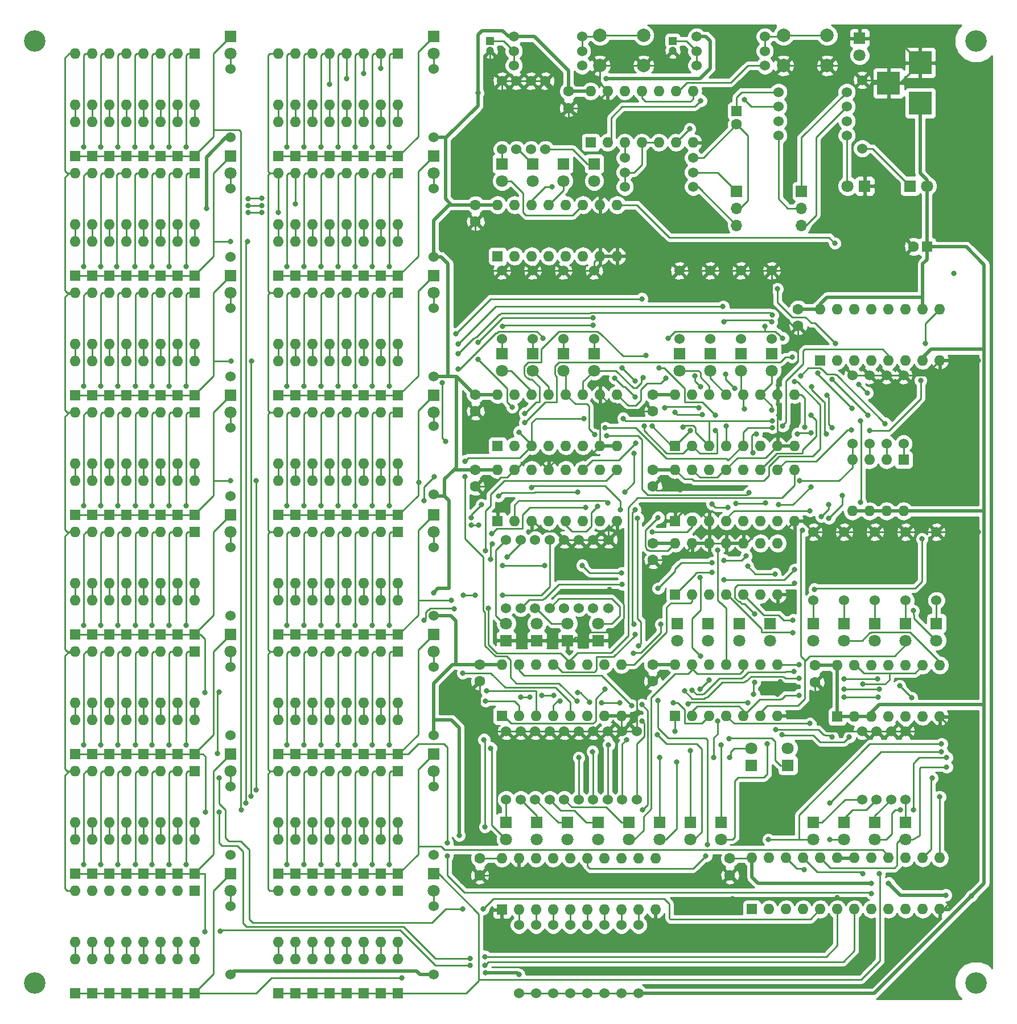
<source format=gbl>
G04 #@! TF.FileFunction,Copper,L2,Bot,Signal*
%FSLAX46Y46*%
G04 Gerber Fmt 4.6, Leading zero omitted, Abs format (unit mm)*
G04 Created by KiCad (PCBNEW 4.0.1-stable) date 2017/06/30 23:27:55*
%MOMM*%
G01*
G04 APERTURE LIST*
%ADD10C,0.100000*%
%ADD11R,1.700000X1.700000*%
%ADD12O,1.700000X1.700000*%
%ADD13C,1.524000*%
%ADD14R,1.600000X1.600000*%
%ADD15C,1.600000*%
%ADD16R,1.200000X1.200000*%
%ADD17C,1.200000*%
%ADD18O,1.600000X1.600000*%
%ADD19R,3.500000X3.500000*%
%ADD20R,1.800000X1.800000*%
%ADD21C,1.800000*%
%ADD22C,2.000000*%
%ADD23C,3.200000*%
%ADD24C,0.800000*%
%ADD25C,0.250000*%
%ADD26C,0.500000*%
%ADD27C,0.254000*%
G04 APERTURE END LIST*
D10*
D11*
X243205000Y-90805000D03*
D12*
X243205000Y-93345000D03*
X243205000Y-95885000D03*
D13*
X210058000Y-152781000D03*
X210058000Y-142621000D03*
X207899000Y-152781000D03*
X207899000Y-142621000D03*
D14*
X261874000Y-99060000D03*
D15*
X259874000Y-99060000D03*
X194691000Y-121031000D03*
X194691000Y-123531000D03*
X195326000Y-161163000D03*
X195326000Y-163663000D03*
X194691000Y-132207000D03*
X194691000Y-134707000D03*
X221107000Y-143129000D03*
X221107000Y-145629000D03*
X221107000Y-121031000D03*
X221107000Y-123531000D03*
X221043500Y-161163000D03*
X221043500Y-163663000D03*
X245237000Y-161290000D03*
X245237000Y-163790000D03*
X221107000Y-132207000D03*
X221107000Y-134707000D03*
X194691000Y-92837000D03*
X194691000Y-95337000D03*
X242697000Y-108331000D03*
X242697000Y-110831000D03*
X208534000Y-75946000D03*
X208534000Y-78446000D03*
X195326000Y-189992000D03*
X195326000Y-192492000D03*
X232537000Y-189992000D03*
X232537000Y-192492000D03*
D16*
X196850000Y-68453000D03*
D17*
X196850000Y-69953000D03*
D14*
X233553000Y-78867000D03*
D15*
X233553000Y-80867000D03*
D16*
X224028000Y-68453000D03*
D17*
X224028000Y-69953000D03*
D14*
X135128000Y-85598000D03*
D18*
X135128000Y-80518000D03*
D14*
X137668000Y-85598000D03*
D18*
X137668000Y-80518000D03*
D14*
X140208000Y-85598000D03*
D18*
X140208000Y-80518000D03*
D14*
X142748000Y-85598000D03*
D18*
X142748000Y-80518000D03*
D14*
X145288000Y-85598000D03*
D18*
X145288000Y-80518000D03*
D14*
X147828000Y-85598000D03*
D18*
X147828000Y-80518000D03*
D14*
X150368000Y-85598000D03*
D18*
X150368000Y-80518000D03*
D14*
X152908000Y-85598000D03*
D18*
X152908000Y-80518000D03*
D14*
X135128000Y-103378000D03*
D18*
X135128000Y-98298000D03*
D14*
X137668000Y-103378000D03*
D18*
X137668000Y-98298000D03*
D14*
X140208000Y-103378000D03*
D18*
X140208000Y-98298000D03*
D14*
X142748000Y-103378000D03*
D18*
X142748000Y-98298000D03*
D14*
X145288000Y-103378000D03*
D18*
X145288000Y-98298000D03*
D14*
X147828000Y-103378000D03*
D18*
X147828000Y-98298000D03*
D14*
X150368000Y-103378000D03*
D18*
X150368000Y-98298000D03*
D14*
X152908000Y-103378000D03*
D18*
X152908000Y-98298000D03*
D14*
X135128000Y-121158000D03*
D18*
X135128000Y-116078000D03*
D14*
X137668000Y-121158000D03*
D18*
X137668000Y-116078000D03*
D14*
X140208000Y-121158000D03*
D18*
X140208000Y-116078000D03*
D14*
X142748000Y-121158000D03*
D18*
X142748000Y-116078000D03*
D14*
X145288000Y-121158000D03*
D18*
X145288000Y-116078000D03*
D14*
X147828000Y-121158000D03*
D18*
X147828000Y-116078000D03*
D14*
X150368000Y-121158000D03*
D18*
X150368000Y-116078000D03*
D14*
X152908000Y-121158000D03*
D18*
X152908000Y-116078000D03*
D14*
X135128000Y-138938000D03*
D18*
X135128000Y-133858000D03*
D14*
X137668000Y-138938000D03*
D18*
X137668000Y-133858000D03*
D14*
X140208000Y-138938000D03*
D18*
X140208000Y-133858000D03*
D14*
X142748000Y-138938000D03*
D18*
X142748000Y-133858000D03*
D14*
X145288000Y-138938000D03*
D18*
X145288000Y-133858000D03*
D14*
X147828000Y-138938000D03*
D18*
X147828000Y-133858000D03*
D14*
X150368000Y-138938000D03*
D18*
X150368000Y-133858000D03*
D14*
X152908000Y-138938000D03*
D18*
X152908000Y-133858000D03*
D14*
X135128000Y-156718000D03*
D18*
X135128000Y-151638000D03*
D14*
X137668000Y-156718000D03*
D18*
X137668000Y-151638000D03*
D14*
X140208000Y-156718000D03*
D18*
X140208000Y-151638000D03*
D14*
X142748000Y-156718000D03*
D18*
X142748000Y-151638000D03*
D14*
X145288000Y-156718000D03*
D18*
X145288000Y-151638000D03*
D14*
X147828000Y-156718000D03*
D18*
X147828000Y-151638000D03*
D14*
X150368000Y-156718000D03*
D18*
X150368000Y-151638000D03*
D14*
X152908000Y-156718000D03*
D18*
X152908000Y-151638000D03*
D14*
X135128000Y-174498000D03*
D18*
X135128000Y-169418000D03*
D14*
X137668000Y-174498000D03*
D18*
X137668000Y-169418000D03*
D14*
X140208000Y-174498000D03*
D18*
X140208000Y-169418000D03*
D14*
X142748000Y-174498000D03*
D18*
X142748000Y-169418000D03*
D14*
X145288000Y-174498000D03*
D18*
X145288000Y-169418000D03*
D14*
X147828000Y-174498000D03*
D18*
X147828000Y-169418000D03*
D14*
X150368000Y-174498000D03*
D18*
X150368000Y-169418000D03*
D14*
X152908000Y-174498000D03*
D18*
X152908000Y-169418000D03*
D14*
X135128000Y-192278000D03*
D18*
X135128000Y-187198000D03*
D14*
X137668000Y-192278000D03*
D18*
X137668000Y-187198000D03*
D14*
X140208000Y-192278000D03*
D18*
X140208000Y-187198000D03*
D14*
X142748000Y-192278000D03*
D18*
X142748000Y-187198000D03*
D14*
X145288000Y-192278000D03*
D18*
X145288000Y-187198000D03*
D14*
X147828000Y-192278000D03*
D18*
X147828000Y-187198000D03*
D14*
X150368000Y-192278000D03*
D18*
X150368000Y-187198000D03*
D14*
X152908000Y-192278000D03*
D18*
X152908000Y-187198000D03*
D14*
X135128000Y-210058000D03*
D18*
X135128000Y-204978000D03*
D14*
X137668000Y-210058000D03*
D18*
X137668000Y-204978000D03*
D14*
X140208000Y-210058000D03*
D18*
X140208000Y-204978000D03*
D14*
X142748000Y-210058000D03*
D18*
X142748000Y-204978000D03*
D14*
X145288000Y-210058000D03*
D18*
X145288000Y-204978000D03*
D14*
X147828000Y-210058000D03*
D18*
X147828000Y-204978000D03*
D14*
X150368000Y-210058000D03*
D18*
X150368000Y-204978000D03*
D14*
X152908000Y-210058000D03*
D18*
X152908000Y-204978000D03*
D14*
X165354000Y-85598000D03*
D18*
X165354000Y-80518000D03*
D14*
X167894000Y-85598000D03*
D18*
X167894000Y-80518000D03*
D14*
X170434000Y-85598000D03*
D18*
X170434000Y-80518000D03*
D14*
X172974000Y-85598000D03*
D18*
X172974000Y-80518000D03*
D14*
X175514000Y-85598000D03*
D18*
X175514000Y-80518000D03*
D14*
X178054000Y-85598000D03*
D18*
X178054000Y-80518000D03*
D14*
X180594000Y-85598000D03*
D18*
X180594000Y-80518000D03*
D14*
X183134000Y-85598000D03*
D18*
X183134000Y-80518000D03*
D14*
X165354000Y-103378000D03*
D18*
X165354000Y-98298000D03*
D14*
X167894000Y-103378000D03*
D18*
X167894000Y-98298000D03*
D14*
X170434000Y-103378000D03*
D18*
X170434000Y-98298000D03*
D14*
X172974000Y-103378000D03*
D18*
X172974000Y-98298000D03*
D14*
X175514000Y-103378000D03*
D18*
X175514000Y-98298000D03*
D14*
X178054000Y-103378000D03*
D18*
X178054000Y-98298000D03*
D14*
X180594000Y-103378000D03*
D18*
X180594000Y-98298000D03*
D14*
X183134000Y-103378000D03*
D18*
X183134000Y-98298000D03*
D14*
X165354000Y-121158000D03*
D18*
X165354000Y-116078000D03*
D14*
X167894000Y-121158000D03*
D18*
X167894000Y-116078000D03*
D14*
X170434000Y-121158000D03*
D18*
X170434000Y-116078000D03*
D14*
X172974000Y-121158000D03*
D18*
X172974000Y-116078000D03*
D14*
X175514000Y-121158000D03*
D18*
X175514000Y-116078000D03*
D14*
X178054000Y-121158000D03*
D18*
X178054000Y-116078000D03*
D14*
X180594000Y-121158000D03*
D18*
X180594000Y-116078000D03*
D14*
X183134000Y-121158000D03*
D18*
X183134000Y-116078000D03*
D14*
X165354000Y-138938000D03*
D18*
X165354000Y-133858000D03*
D14*
X167894000Y-138938000D03*
D18*
X167894000Y-133858000D03*
D14*
X170434000Y-138938000D03*
D18*
X170434000Y-133858000D03*
D14*
X172974000Y-138938000D03*
D18*
X172974000Y-133858000D03*
D14*
X175514000Y-138938000D03*
D18*
X175514000Y-133858000D03*
D14*
X178054000Y-138938000D03*
D18*
X178054000Y-133858000D03*
D14*
X180594000Y-138938000D03*
D18*
X180594000Y-133858000D03*
D14*
X183134000Y-138938000D03*
D18*
X183134000Y-133858000D03*
D14*
X165354000Y-156718000D03*
D18*
X165354000Y-151638000D03*
D14*
X167894000Y-156718000D03*
D18*
X167894000Y-151638000D03*
D14*
X170434000Y-156718000D03*
D18*
X170434000Y-151638000D03*
D14*
X172974000Y-156718000D03*
D18*
X172974000Y-151638000D03*
D14*
X175514000Y-156718000D03*
D18*
X175514000Y-151638000D03*
D14*
X178054000Y-156718000D03*
D18*
X178054000Y-151638000D03*
D14*
X180594000Y-156718000D03*
D18*
X180594000Y-151638000D03*
D14*
X183134000Y-156718000D03*
D18*
X183134000Y-151638000D03*
D14*
X165354000Y-174498000D03*
D18*
X165354000Y-169418000D03*
D14*
X167894000Y-174498000D03*
D18*
X167894000Y-169418000D03*
D14*
X170434000Y-174498000D03*
D18*
X170434000Y-169418000D03*
D14*
X172974000Y-174498000D03*
D18*
X172974000Y-169418000D03*
D14*
X175514000Y-174498000D03*
D18*
X175514000Y-169418000D03*
D14*
X178054000Y-174498000D03*
D18*
X178054000Y-169418000D03*
D14*
X180594000Y-174498000D03*
D18*
X180594000Y-169418000D03*
D14*
X183134000Y-174498000D03*
D18*
X183134000Y-169418000D03*
D14*
X165354000Y-192278000D03*
D18*
X165354000Y-187198000D03*
D14*
X167894000Y-192278000D03*
D18*
X167894000Y-187198000D03*
D14*
X170434000Y-192278000D03*
D18*
X170434000Y-187198000D03*
D14*
X172974000Y-192278000D03*
D18*
X172974000Y-187198000D03*
D14*
X175514000Y-192278000D03*
D18*
X175514000Y-187198000D03*
D14*
X178054000Y-192278000D03*
D18*
X178054000Y-187198000D03*
D14*
X180594000Y-192278000D03*
D18*
X180594000Y-187198000D03*
D14*
X183134000Y-192278000D03*
D18*
X183134000Y-187198000D03*
D14*
X165354000Y-210058000D03*
D18*
X165354000Y-204978000D03*
D14*
X167894000Y-210058000D03*
D18*
X167894000Y-204978000D03*
D14*
X170434000Y-210058000D03*
D18*
X170434000Y-204978000D03*
D14*
X172974000Y-210058000D03*
D18*
X172974000Y-204978000D03*
D14*
X175514000Y-210058000D03*
D18*
X175514000Y-204978000D03*
D14*
X178054000Y-210058000D03*
D18*
X178054000Y-204978000D03*
D14*
X180594000Y-210058000D03*
D18*
X180594000Y-204978000D03*
D14*
X183134000Y-210058000D03*
D18*
X183134000Y-204978000D03*
D14*
X152908000Y-70358000D03*
D18*
X135128000Y-77978000D03*
X150368000Y-70358000D03*
X137668000Y-77978000D03*
X147828000Y-70358000D03*
X140208000Y-77978000D03*
X145288000Y-70358000D03*
X142748000Y-77978000D03*
X142748000Y-70358000D03*
X145288000Y-77978000D03*
X140208000Y-70358000D03*
X147828000Y-77978000D03*
X137668000Y-70358000D03*
X150368000Y-77978000D03*
X135128000Y-70358000D03*
X152908000Y-77978000D03*
D14*
X152908000Y-88138000D03*
D18*
X135128000Y-95758000D03*
X150368000Y-88138000D03*
X137668000Y-95758000D03*
X147828000Y-88138000D03*
X140208000Y-95758000D03*
X145288000Y-88138000D03*
X142748000Y-95758000D03*
X142748000Y-88138000D03*
X145288000Y-95758000D03*
X140208000Y-88138000D03*
X147828000Y-95758000D03*
X137668000Y-88138000D03*
X150368000Y-95758000D03*
X135128000Y-88138000D03*
X152908000Y-95758000D03*
D14*
X152908000Y-105918000D03*
D18*
X135128000Y-113538000D03*
X150368000Y-105918000D03*
X137668000Y-113538000D03*
X147828000Y-105918000D03*
X140208000Y-113538000D03*
X145288000Y-105918000D03*
X142748000Y-113538000D03*
X142748000Y-105918000D03*
X145288000Y-113538000D03*
X140208000Y-105918000D03*
X147828000Y-113538000D03*
X137668000Y-105918000D03*
X150368000Y-113538000D03*
X135128000Y-105918000D03*
X152908000Y-113538000D03*
D14*
X152908000Y-123698000D03*
D18*
X135128000Y-131318000D03*
X150368000Y-123698000D03*
X137668000Y-131318000D03*
X147828000Y-123698000D03*
X140208000Y-131318000D03*
X145288000Y-123698000D03*
X142748000Y-131318000D03*
X142748000Y-123698000D03*
X145288000Y-131318000D03*
X140208000Y-123698000D03*
X147828000Y-131318000D03*
X137668000Y-123698000D03*
X150368000Y-131318000D03*
X135128000Y-123698000D03*
X152908000Y-131318000D03*
D14*
X152908000Y-141478000D03*
D18*
X135128000Y-149098000D03*
X150368000Y-141478000D03*
X137668000Y-149098000D03*
X147828000Y-141478000D03*
X140208000Y-149098000D03*
X145288000Y-141478000D03*
X142748000Y-149098000D03*
X142748000Y-141478000D03*
X145288000Y-149098000D03*
X140208000Y-141478000D03*
X147828000Y-149098000D03*
X137668000Y-141478000D03*
X150368000Y-149098000D03*
X135128000Y-141478000D03*
X152908000Y-149098000D03*
D14*
X152908000Y-159258000D03*
D18*
X135128000Y-166878000D03*
X150368000Y-159258000D03*
X137668000Y-166878000D03*
X147828000Y-159258000D03*
X140208000Y-166878000D03*
X145288000Y-159258000D03*
X142748000Y-166878000D03*
X142748000Y-159258000D03*
X145288000Y-166878000D03*
X140208000Y-159258000D03*
X147828000Y-166878000D03*
X137668000Y-159258000D03*
X150368000Y-166878000D03*
X135128000Y-159258000D03*
X152908000Y-166878000D03*
D14*
X152908000Y-177038000D03*
D18*
X135128000Y-184658000D03*
X150368000Y-177038000D03*
X137668000Y-184658000D03*
X147828000Y-177038000D03*
X140208000Y-184658000D03*
X145288000Y-177038000D03*
X142748000Y-184658000D03*
X142748000Y-177038000D03*
X145288000Y-184658000D03*
X140208000Y-177038000D03*
X147828000Y-184658000D03*
X137668000Y-177038000D03*
X150368000Y-184658000D03*
X135128000Y-177038000D03*
X152908000Y-184658000D03*
D14*
X152908000Y-194818000D03*
D18*
X135128000Y-202438000D03*
X150368000Y-194818000D03*
X137668000Y-202438000D03*
X147828000Y-194818000D03*
X140208000Y-202438000D03*
X145288000Y-194818000D03*
X142748000Y-202438000D03*
X142748000Y-194818000D03*
X145288000Y-202438000D03*
X140208000Y-194818000D03*
X147828000Y-202438000D03*
X137668000Y-194818000D03*
X150368000Y-202438000D03*
X135128000Y-194818000D03*
X152908000Y-202438000D03*
D14*
X183134000Y-70358000D03*
D18*
X165354000Y-77978000D03*
X180594000Y-70358000D03*
X167894000Y-77978000D03*
X178054000Y-70358000D03*
X170434000Y-77978000D03*
X175514000Y-70358000D03*
X172974000Y-77978000D03*
X172974000Y-70358000D03*
X175514000Y-77978000D03*
X170434000Y-70358000D03*
X178054000Y-77978000D03*
X167894000Y-70358000D03*
X180594000Y-77978000D03*
X165354000Y-70358000D03*
X183134000Y-77978000D03*
D14*
X183134000Y-88138000D03*
D18*
X165354000Y-95758000D03*
X180594000Y-88138000D03*
X167894000Y-95758000D03*
X178054000Y-88138000D03*
X170434000Y-95758000D03*
X175514000Y-88138000D03*
X172974000Y-95758000D03*
X172974000Y-88138000D03*
X175514000Y-95758000D03*
X170434000Y-88138000D03*
X178054000Y-95758000D03*
X167894000Y-88138000D03*
X180594000Y-95758000D03*
X165354000Y-88138000D03*
X183134000Y-95758000D03*
D14*
X183134000Y-105918000D03*
D18*
X165354000Y-113538000D03*
X180594000Y-105918000D03*
X167894000Y-113538000D03*
X178054000Y-105918000D03*
X170434000Y-113538000D03*
X175514000Y-105918000D03*
X172974000Y-113538000D03*
X172974000Y-105918000D03*
X175514000Y-113538000D03*
X170434000Y-105918000D03*
X178054000Y-113538000D03*
X167894000Y-105918000D03*
X180594000Y-113538000D03*
X165354000Y-105918000D03*
X183134000Y-113538000D03*
D14*
X183134000Y-123698000D03*
D18*
X165354000Y-131318000D03*
X180594000Y-123698000D03*
X167894000Y-131318000D03*
X178054000Y-123698000D03*
X170434000Y-131318000D03*
X175514000Y-123698000D03*
X172974000Y-131318000D03*
X172974000Y-123698000D03*
X175514000Y-131318000D03*
X170434000Y-123698000D03*
X178054000Y-131318000D03*
X167894000Y-123698000D03*
X180594000Y-131318000D03*
X165354000Y-123698000D03*
X183134000Y-131318000D03*
D14*
X183134000Y-141478000D03*
D18*
X165354000Y-149098000D03*
X180594000Y-141478000D03*
X167894000Y-149098000D03*
X178054000Y-141478000D03*
X170434000Y-149098000D03*
X175514000Y-141478000D03*
X172974000Y-149098000D03*
X172974000Y-141478000D03*
X175514000Y-149098000D03*
X170434000Y-141478000D03*
X178054000Y-149098000D03*
X167894000Y-141478000D03*
X180594000Y-149098000D03*
X165354000Y-141478000D03*
X183134000Y-149098000D03*
D14*
X183134000Y-159258000D03*
D18*
X165354000Y-166878000D03*
X180594000Y-159258000D03*
X167894000Y-166878000D03*
X178054000Y-159258000D03*
X170434000Y-166878000D03*
X175514000Y-159258000D03*
X172974000Y-166878000D03*
X172974000Y-159258000D03*
X175514000Y-166878000D03*
X170434000Y-159258000D03*
X178054000Y-166878000D03*
X167894000Y-159258000D03*
X180594000Y-166878000D03*
X165354000Y-159258000D03*
X183134000Y-166878000D03*
D14*
X183134000Y-177038000D03*
D18*
X165354000Y-184658000D03*
X180594000Y-177038000D03*
X167894000Y-184658000D03*
X178054000Y-177038000D03*
X170434000Y-184658000D03*
X175514000Y-177038000D03*
X172974000Y-184658000D03*
X172974000Y-177038000D03*
X175514000Y-184658000D03*
X170434000Y-177038000D03*
X178054000Y-184658000D03*
X167894000Y-177038000D03*
X180594000Y-184658000D03*
X165354000Y-177038000D03*
X183134000Y-184658000D03*
D14*
X183134000Y-194818000D03*
D18*
X165354000Y-202438000D03*
X180594000Y-194818000D03*
X167894000Y-202438000D03*
X178054000Y-194818000D03*
X170434000Y-202438000D03*
X175514000Y-194818000D03*
X172974000Y-202438000D03*
X172974000Y-194818000D03*
X175514000Y-202438000D03*
X170434000Y-194818000D03*
X178054000Y-202438000D03*
X167894000Y-194818000D03*
X180594000Y-202438000D03*
X165354000Y-194818000D03*
X183134000Y-202438000D03*
D14*
X258381500Y-130746500D03*
D18*
X250761500Y-138366500D03*
X255841500Y-130746500D03*
X253301500Y-138366500D03*
X253301500Y-130746500D03*
X255841500Y-138366500D03*
X250761500Y-130746500D03*
X258381500Y-138366500D03*
D19*
X260858000Y-77724000D03*
X260858000Y-71724000D03*
X256158000Y-74724000D03*
D20*
X259334000Y-90043000D03*
D21*
X261874000Y-90043000D03*
D20*
X198628000Y-114935000D03*
D21*
X198628000Y-117475000D03*
D20*
X203200000Y-114935000D03*
D21*
X203200000Y-117475000D03*
D20*
X207772000Y-114935000D03*
D21*
X207772000Y-117475000D03*
D20*
X212344000Y-114935000D03*
D21*
X212344000Y-117475000D03*
D20*
X225044000Y-114935000D03*
D21*
X225044000Y-117475000D03*
D20*
X229616000Y-114935000D03*
D21*
X229616000Y-117475000D03*
D20*
X234188000Y-114935000D03*
D21*
X234188000Y-117475000D03*
D20*
X238760000Y-114935000D03*
D21*
X238760000Y-117475000D03*
D20*
X263271000Y-155067000D03*
D21*
X263271000Y-157607000D03*
D20*
X258699000Y-155067000D03*
D21*
X258699000Y-157607000D03*
D20*
X254127000Y-155067000D03*
D21*
X254127000Y-157607000D03*
D20*
X249555000Y-155067000D03*
D21*
X249555000Y-157607000D03*
D20*
X212979000Y-157607000D03*
D21*
X212979000Y-155067000D03*
D20*
X208407000Y-157607000D03*
D21*
X208407000Y-155067000D03*
D20*
X203835000Y-157607000D03*
D21*
X203835000Y-155067000D03*
D20*
X199263000Y-157607000D03*
D21*
X199263000Y-155067000D03*
D20*
X238506000Y-155067000D03*
D21*
X238506000Y-157607000D03*
D20*
X233934000Y-155067000D03*
D21*
X233934000Y-157607000D03*
D20*
X229298500Y-155067000D03*
D21*
X229298500Y-157607000D03*
D20*
X224726500Y-155067000D03*
D21*
X224726500Y-157607000D03*
D20*
X199263000Y-184658000D03*
D21*
X199263000Y-187198000D03*
D20*
X203835000Y-184658000D03*
D21*
X203835000Y-187198000D03*
D20*
X208407000Y-184658000D03*
D21*
X208407000Y-187198000D03*
D20*
X212979000Y-184658000D03*
D21*
X212979000Y-187198000D03*
D20*
X217551000Y-184658000D03*
D21*
X217551000Y-187198000D03*
D20*
X222123000Y-184658000D03*
D21*
X222123000Y-187198000D03*
D20*
X226695000Y-184658000D03*
D21*
X226695000Y-187198000D03*
D20*
X231267000Y-184658000D03*
D21*
X231267000Y-187198000D03*
D20*
X241173000Y-176149000D03*
D21*
X241173000Y-173609000D03*
D20*
X235712000Y-176149000D03*
D21*
X235712000Y-173609000D03*
D20*
X244983000Y-155067000D03*
D21*
X244983000Y-157607000D03*
D20*
X198628000Y-86741000D03*
D21*
X198628000Y-89281000D03*
D20*
X203200000Y-86741000D03*
D21*
X203200000Y-89281000D03*
D20*
X207772000Y-86741000D03*
D21*
X207772000Y-89281000D03*
D20*
X212344000Y-86741000D03*
D21*
X212344000Y-89281000D03*
D20*
X252603000Y-90043000D03*
D21*
X250063000Y-90043000D03*
D20*
X251841000Y-68072000D03*
D21*
X251841000Y-70612000D03*
D20*
X158242000Y-192278000D03*
D21*
X158242000Y-194818000D03*
D20*
X158242000Y-174498000D03*
D21*
X158242000Y-177038000D03*
D20*
X158242000Y-156718000D03*
D21*
X158242000Y-159258000D03*
D20*
X158242000Y-138938000D03*
D21*
X158242000Y-141478000D03*
D20*
X158242000Y-121158000D03*
D21*
X158242000Y-123698000D03*
D20*
X158242000Y-103378000D03*
D21*
X158242000Y-105918000D03*
D20*
X158242000Y-85598000D03*
D21*
X158242000Y-88138000D03*
D20*
X158242000Y-67818000D03*
D21*
X158242000Y-70358000D03*
D20*
X188468000Y-67818000D03*
D21*
X188468000Y-70358000D03*
D20*
X188468000Y-85598000D03*
D21*
X188468000Y-88138000D03*
D20*
X188468000Y-103378000D03*
D21*
X188468000Y-105918000D03*
D20*
X188468000Y-121158000D03*
D21*
X188468000Y-123698000D03*
D20*
X188468000Y-138938000D03*
D21*
X188468000Y-141478000D03*
D20*
X188468000Y-156718000D03*
D21*
X188468000Y-159258000D03*
D20*
X188468000Y-174498000D03*
D21*
X188468000Y-177038000D03*
D20*
X188468000Y-192278000D03*
D21*
X188468000Y-194818000D03*
D22*
X219710000Y-67636000D03*
X219710000Y-72136000D03*
X213210000Y-67636000D03*
X213210000Y-72136000D03*
X247015000Y-67636000D03*
X247015000Y-72136000D03*
X240515000Y-67636000D03*
X240515000Y-72136000D03*
D13*
X198628000Y-112776000D03*
X198628000Y-102616000D03*
X203200000Y-112776000D03*
X203200000Y-102616000D03*
X207772000Y-112776000D03*
X207772000Y-102616000D03*
X212344000Y-112776000D03*
X212344000Y-102616000D03*
X225044000Y-112776000D03*
X225044000Y-102616000D03*
X229616000Y-112776000D03*
X229616000Y-102616000D03*
X234188000Y-112776000D03*
X234188000Y-102616000D03*
X238760000Y-112776000D03*
X238760000Y-102616000D03*
X263271000Y-151638000D03*
X263271000Y-141478000D03*
X258699000Y-151638000D03*
X258699000Y-141478000D03*
X254127000Y-151638000D03*
X254127000Y-141478000D03*
X249555000Y-151638000D03*
X249555000Y-141478000D03*
X205740000Y-142621000D03*
X205740000Y-152781000D03*
X203581000Y-142621000D03*
X203581000Y-152781000D03*
X201422000Y-152781000D03*
X201422000Y-142621000D03*
X199263000Y-152781000D03*
X199263000Y-142621000D03*
X212217000Y-152781000D03*
X212217000Y-142621000D03*
X199263000Y-181229000D03*
X199263000Y-171069000D03*
X201422000Y-181229000D03*
X201422000Y-171069000D03*
X203581000Y-181229000D03*
X203581000Y-171069000D03*
X205740000Y-181229000D03*
X205740000Y-171069000D03*
X207899000Y-181229000D03*
X207899000Y-171069000D03*
X210058000Y-181229000D03*
X210058000Y-171069000D03*
X212217000Y-181229000D03*
X212217000Y-171069000D03*
X214376000Y-181229000D03*
X214376000Y-171069000D03*
X216535000Y-181229000D03*
X216535000Y-171069000D03*
X218694000Y-181229000D03*
X218694000Y-171069000D03*
X244983000Y-151638000D03*
X244983000Y-141478000D03*
X252222000Y-74295000D03*
X252222000Y-84455000D03*
X258381500Y-118173500D03*
X258381500Y-128333500D03*
X255841500Y-118173500D03*
X255841500Y-128333500D03*
X253301500Y-118173500D03*
X253301500Y-128333500D03*
X198628000Y-84582000D03*
X198628000Y-74422000D03*
X200787000Y-84582000D03*
X200787000Y-74422000D03*
X202946000Y-84582000D03*
X202946000Y-74422000D03*
X205105000Y-84582000D03*
X205105000Y-74422000D03*
X250825000Y-118173500D03*
X250825000Y-128333500D03*
X200406000Y-67818000D03*
X210566000Y-67818000D03*
X249936000Y-78232000D03*
X239776000Y-78232000D03*
X249936000Y-82550000D03*
X239776000Y-82550000D03*
X216916000Y-88011000D03*
X227076000Y-88011000D03*
X216916000Y-90170000D03*
X227076000Y-90170000D03*
X216916000Y-85852000D03*
X227076000Y-85852000D03*
X249936000Y-76073000D03*
X239776000Y-76073000D03*
X227584000Y-67818000D03*
X237744000Y-67818000D03*
X227584000Y-69977000D03*
X237744000Y-69977000D03*
X237744000Y-72136000D03*
X227584000Y-72136000D03*
X249936000Y-80391000D03*
X239776000Y-80391000D03*
X201168000Y-210058000D03*
X201168000Y-199898000D03*
X203708000Y-210058000D03*
X203708000Y-199898000D03*
X206248000Y-210058000D03*
X206248000Y-199898000D03*
X208788000Y-210058000D03*
X208788000Y-199898000D03*
X211328000Y-210058000D03*
X211328000Y-199898000D03*
X213868000Y-210058000D03*
X213868000Y-199898000D03*
X216408000Y-210058000D03*
X216408000Y-199898000D03*
X218948000Y-210058000D03*
X218948000Y-199898000D03*
X158242000Y-197104000D03*
X158242000Y-207264000D03*
X158242000Y-179324000D03*
X158242000Y-189484000D03*
X158242000Y-161544000D03*
X158242000Y-171704000D03*
X158242000Y-143764000D03*
X158242000Y-153924000D03*
X158242000Y-125984000D03*
X158242000Y-136144000D03*
X158242000Y-108204000D03*
X158242000Y-118364000D03*
X158242000Y-90424000D03*
X158242000Y-100584000D03*
X158242000Y-72644000D03*
X158242000Y-82804000D03*
X188468000Y-72644000D03*
X188468000Y-82804000D03*
X188468000Y-90424000D03*
X188468000Y-100584000D03*
X188468000Y-108204000D03*
X188468000Y-118364000D03*
X188468000Y-125730000D03*
X188468000Y-135890000D03*
X188468000Y-143764000D03*
X188468000Y-153924000D03*
X188468000Y-161544000D03*
X188468000Y-171704000D03*
X188468000Y-179324000D03*
X188468000Y-189484000D03*
X188468000Y-197104000D03*
X188468000Y-207264000D03*
D11*
X233553000Y-90805000D03*
D12*
X233553000Y-93345000D03*
X233553000Y-95885000D03*
D14*
X197993000Y-128651000D03*
D18*
X215773000Y-121031000D03*
X200533000Y-128651000D03*
X213233000Y-121031000D03*
X203073000Y-128651000D03*
X210693000Y-121031000D03*
X205613000Y-128651000D03*
X208153000Y-121031000D03*
X208153000Y-128651000D03*
X205613000Y-121031000D03*
X210693000Y-128651000D03*
X203073000Y-121031000D03*
X213233000Y-128651000D03*
X200533000Y-121031000D03*
X215773000Y-128651000D03*
X197993000Y-121031000D03*
D14*
X198628000Y-168783000D03*
D18*
X216408000Y-161163000D03*
X201168000Y-168783000D03*
X213868000Y-161163000D03*
X203708000Y-168783000D03*
X211328000Y-161163000D03*
X206248000Y-168783000D03*
X208788000Y-161163000D03*
X208788000Y-168783000D03*
X206248000Y-161163000D03*
X211328000Y-168783000D03*
X203708000Y-161163000D03*
X213868000Y-168783000D03*
X201168000Y-161163000D03*
X216408000Y-168783000D03*
X198628000Y-161163000D03*
D14*
X197993000Y-139827000D03*
D18*
X215773000Y-132207000D03*
X200533000Y-139827000D03*
X213233000Y-132207000D03*
X203073000Y-139827000D03*
X210693000Y-132207000D03*
X205613000Y-139827000D03*
X208153000Y-132207000D03*
X208153000Y-139827000D03*
X205613000Y-132207000D03*
X210693000Y-139827000D03*
X203073000Y-132207000D03*
X213233000Y-139827000D03*
X200533000Y-132207000D03*
X215773000Y-139827000D03*
X197993000Y-132207000D03*
D14*
X224409000Y-150749000D03*
D18*
X239649000Y-143129000D03*
X226949000Y-150749000D03*
X237109000Y-143129000D03*
X229489000Y-150749000D03*
X234569000Y-143129000D03*
X232029000Y-150749000D03*
X232029000Y-143129000D03*
X234569000Y-150749000D03*
X229489000Y-143129000D03*
X237109000Y-150749000D03*
X226949000Y-143129000D03*
X239649000Y-150749000D03*
X224409000Y-143129000D03*
D14*
X224409000Y-128651000D03*
D18*
X242189000Y-121031000D03*
X226949000Y-128651000D03*
X239649000Y-121031000D03*
X229489000Y-128651000D03*
X237109000Y-121031000D03*
X232029000Y-128651000D03*
X234569000Y-121031000D03*
X234569000Y-128651000D03*
X232029000Y-121031000D03*
X237109000Y-128651000D03*
X229489000Y-121031000D03*
X239649000Y-128651000D03*
X226949000Y-121031000D03*
X242189000Y-128651000D03*
X224409000Y-121031000D03*
D14*
X224409000Y-168783000D03*
D18*
X239649000Y-161163000D03*
X226949000Y-168783000D03*
X237109000Y-161163000D03*
X229489000Y-168783000D03*
X234569000Y-161163000D03*
X232029000Y-168783000D03*
X232029000Y-161163000D03*
X234569000Y-168783000D03*
X229489000Y-161163000D03*
X237109000Y-168783000D03*
X226949000Y-161163000D03*
X239649000Y-168783000D03*
X224409000Y-161163000D03*
D14*
X248539000Y-168910000D03*
D18*
X263779000Y-161290000D03*
X251079000Y-168910000D03*
X261239000Y-161290000D03*
X253619000Y-168910000D03*
X258699000Y-161290000D03*
X256159000Y-168910000D03*
X256159000Y-161290000D03*
X258699000Y-168910000D03*
X253619000Y-161290000D03*
X261239000Y-168910000D03*
X251079000Y-161290000D03*
X263779000Y-168910000D03*
X248539000Y-161290000D03*
D14*
X224409000Y-139827000D03*
D18*
X242189000Y-132207000D03*
X226949000Y-139827000D03*
X239649000Y-132207000D03*
X229489000Y-139827000D03*
X237109000Y-132207000D03*
X232029000Y-139827000D03*
X234569000Y-132207000D03*
X234569000Y-139827000D03*
X232029000Y-132207000D03*
X237109000Y-139827000D03*
X229489000Y-132207000D03*
X239649000Y-139827000D03*
X226949000Y-132207000D03*
X242189000Y-139827000D03*
X224409000Y-132207000D03*
D14*
X197993000Y-100457000D03*
D18*
X215773000Y-92837000D03*
X200533000Y-100457000D03*
X213233000Y-92837000D03*
X203073000Y-100457000D03*
X210693000Y-92837000D03*
X205613000Y-100457000D03*
X208153000Y-92837000D03*
X208153000Y-100457000D03*
X205613000Y-92837000D03*
X210693000Y-100457000D03*
X203073000Y-92837000D03*
X213233000Y-100457000D03*
X200533000Y-92837000D03*
X215773000Y-100457000D03*
X197993000Y-92837000D03*
D14*
X245999000Y-115951000D03*
D18*
X263779000Y-108331000D03*
X248539000Y-115951000D03*
X261239000Y-108331000D03*
X251079000Y-115951000D03*
X258699000Y-108331000D03*
X253619000Y-115951000D03*
X256159000Y-108331000D03*
X256159000Y-115951000D03*
X253619000Y-108331000D03*
X258699000Y-115951000D03*
X251079000Y-108331000D03*
X261239000Y-115951000D03*
X248539000Y-108331000D03*
X263779000Y-115951000D03*
X245999000Y-108331000D03*
D14*
X211836000Y-83566000D03*
D18*
X227076000Y-75946000D03*
X214376000Y-83566000D03*
X224536000Y-75946000D03*
X216916000Y-83566000D03*
X221996000Y-75946000D03*
X219456000Y-83566000D03*
X219456000Y-75946000D03*
X221996000Y-83566000D03*
X216916000Y-75946000D03*
X224536000Y-83566000D03*
X214376000Y-75946000D03*
X227076000Y-83566000D03*
X211836000Y-75946000D03*
D14*
X198628000Y-197612000D03*
D18*
X221488000Y-189992000D03*
X201168000Y-197612000D03*
X218948000Y-189992000D03*
X203708000Y-197612000D03*
X216408000Y-189992000D03*
X206248000Y-197612000D03*
X213868000Y-189992000D03*
X208788000Y-197612000D03*
X211328000Y-189992000D03*
X211328000Y-197612000D03*
X208788000Y-189992000D03*
X213868000Y-197612000D03*
X206248000Y-189992000D03*
X216408000Y-197612000D03*
X203708000Y-189992000D03*
X218948000Y-197612000D03*
X201168000Y-189992000D03*
X221488000Y-197612000D03*
X198628000Y-189992000D03*
D14*
X235839000Y-197548500D03*
D18*
X263779000Y-189928500D03*
X238379000Y-197548500D03*
X261239000Y-189928500D03*
X240919000Y-197548500D03*
X258699000Y-189928500D03*
X243459000Y-197548500D03*
X256159000Y-189928500D03*
X245999000Y-197548500D03*
X253619000Y-189928500D03*
X248539000Y-197548500D03*
X251079000Y-189928500D03*
X251079000Y-197548500D03*
X248539000Y-189928500D03*
X253619000Y-197548500D03*
X245999000Y-189928500D03*
X256159000Y-197548500D03*
X243459000Y-189928500D03*
X258699000Y-197548500D03*
X240919000Y-189928500D03*
X261239000Y-197548500D03*
X238379000Y-189928500D03*
X263779000Y-197548500D03*
X235839000Y-189928500D03*
D20*
X244983000Y-184658000D03*
D21*
X244983000Y-187198000D03*
D20*
X249555000Y-184658000D03*
D21*
X249555000Y-187198000D03*
D20*
X254127000Y-184658000D03*
D21*
X254127000Y-187198000D03*
D20*
X258699000Y-184658000D03*
D21*
X258699000Y-187198000D03*
D13*
X252222000Y-171069000D03*
X252222000Y-181229000D03*
X254381000Y-171069000D03*
X254381000Y-181229000D03*
X256540000Y-171069000D03*
X256540000Y-181229000D03*
X258699000Y-171069000D03*
X258699000Y-181229000D03*
X214503000Y-152781000D03*
X214503000Y-142621000D03*
X200406000Y-69977000D03*
X210566000Y-69977000D03*
X210566000Y-72136000D03*
X200406000Y-72136000D03*
D23*
X269162000Y-68495000D03*
X129162000Y-68495000D03*
X129162000Y-208495000D03*
X269162000Y-208495000D03*
D24*
X242189000Y-119126000D03*
X225806000Y-165100000D03*
X242824000Y-163195000D03*
X241935000Y-156464000D03*
X226949000Y-164973000D03*
X242062000Y-162179000D03*
X221869000Y-139319000D03*
X268478000Y-195580000D03*
X264668000Y-195453000D03*
X256159000Y-193675000D03*
X253619000Y-193675000D03*
X195072000Y-76200000D03*
X214122000Y-74041000D03*
X192278000Y-186563000D03*
X154686000Y-93345000D03*
X188468000Y-150495000D03*
X196215000Y-207010000D03*
X201168000Y-207264000D03*
X219897960Y-99090480D03*
X226923600Y-100050600D03*
X231830880Y-100065840D03*
X236601000Y-100004880D03*
X243885720Y-99974400D03*
X193819780Y-89380060D03*
X193875660Y-83484720D03*
X197200520Y-80690720D03*
X201754740Y-78874620D03*
X256062480Y-104134920D03*
X258003040Y-94731840D03*
X254264160Y-98552000D03*
X200390760Y-96636840D03*
X226181920Y-94386400D03*
X218297760Y-96499680D03*
X210494880Y-96580960D03*
X265877040Y-103022400D03*
X267644880Y-95752920D03*
X267693140Y-87563960D03*
X268000480Y-74320400D03*
X264241280Y-82296000D03*
X256214880Y-82316320D03*
X225171000Y-135191500D03*
X240030000Y-163703000D03*
X239649000Y-165608000D03*
X214630000Y-149987000D03*
X194691000Y-100838000D03*
X204216000Y-192913000D03*
X269494000Y-115951000D03*
X269494000Y-141478000D03*
X266065000Y-194310000D03*
X248539000Y-195834000D03*
X232918000Y-195961000D03*
X253365000Y-205486000D03*
X252349000Y-203454000D03*
X226568000Y-81534000D03*
X159893000Y-182753000D03*
X160528000Y-181737000D03*
X160782000Y-98298000D03*
X158242000Y-98298000D03*
X161290000Y-180721000D03*
X161417000Y-116078000D03*
X158369000Y-116078000D03*
X162052000Y-179832000D03*
X162052000Y-133858000D03*
X158242000Y-133858000D03*
X195834000Y-197485000D03*
X192786000Y-197485000D03*
X156591000Y-178054000D03*
X156337000Y-174371000D03*
X156591000Y-165227000D03*
X154432000Y-165354000D03*
X196088000Y-204597000D03*
X193929000Y-204851000D03*
X156591000Y-183134000D03*
X154559000Y-183134000D03*
X196088000Y-205867000D03*
X193929000Y-205867000D03*
X156718000Y-200787000D03*
X154432000Y-200914000D03*
X183769000Y-207772000D03*
X263779000Y-180848000D03*
X186309000Y-134112000D03*
X262636000Y-178054000D03*
X191135000Y-151638000D03*
X253619000Y-195199000D03*
X190500000Y-189611000D03*
X190500000Y-187706000D03*
X254762000Y-192278000D03*
X181864000Y-190881000D03*
X181864000Y-173101000D03*
X181864000Y-155321000D03*
X181864000Y-137541000D03*
X181864000Y-119761000D03*
X151638000Y-190881000D03*
X151638000Y-173101000D03*
X151638000Y-155321000D03*
X151638000Y-137541000D03*
X181864000Y-101981000D03*
X151638000Y-119761000D03*
X151638000Y-101981000D03*
X181864000Y-84201000D03*
X151638000Y-84201000D03*
X180594000Y-72517000D03*
X179324000Y-190881000D03*
X179324000Y-173101000D03*
X179324000Y-155321000D03*
X179324000Y-137541000D03*
X179324000Y-119761000D03*
X149098000Y-190881000D03*
X149098000Y-173101000D03*
X149098000Y-155321000D03*
X149098000Y-137541000D03*
X179324000Y-101981000D03*
X149098000Y-119761000D03*
X149098000Y-101981000D03*
X179324000Y-84201000D03*
X149098000Y-84201000D03*
X178054000Y-73279000D03*
X176784000Y-190881000D03*
X176784000Y-173101000D03*
X176784000Y-155321000D03*
X176784000Y-137541000D03*
X176784000Y-119761000D03*
X146558000Y-190881000D03*
X146558000Y-173101000D03*
X146558000Y-155321000D03*
X146558000Y-137541000D03*
X176784000Y-101981000D03*
X146558000Y-119761000D03*
X146558000Y-101981000D03*
X176784000Y-84201000D03*
X146558000Y-84201000D03*
X175514000Y-74041000D03*
X174244000Y-190881000D03*
X174244000Y-173101000D03*
X174244000Y-155321000D03*
X174244000Y-137541000D03*
X174244000Y-119761000D03*
X144145000Y-190881000D03*
X144145000Y-173101000D03*
X144145000Y-155321000D03*
X144145000Y-137541000D03*
X174244000Y-101981000D03*
X144145000Y-119761000D03*
X144018000Y-101981000D03*
X174244000Y-84201000D03*
X144018000Y-84201000D03*
X172974000Y-74930000D03*
X171704000Y-190881000D03*
X171704000Y-173101000D03*
X171704000Y-155321000D03*
X171704000Y-137541000D03*
X171704000Y-119761000D03*
X141478000Y-190881000D03*
X141478000Y-173101000D03*
X141478000Y-155321000D03*
X141478000Y-137541000D03*
X171704000Y-101981000D03*
X141478000Y-119761000D03*
X141351000Y-101981000D03*
X171704000Y-84201000D03*
X141478000Y-84201000D03*
X162941000Y-91821000D03*
X160909000Y-91948000D03*
X169164000Y-190881000D03*
X169164000Y-173101000D03*
X169164000Y-155321000D03*
X169164000Y-137541000D03*
X169164000Y-119761000D03*
X169164000Y-101981000D03*
X138938000Y-190881000D03*
X138938000Y-173101000D03*
X138938000Y-155321000D03*
X138938000Y-137541000D03*
X138938000Y-119761000D03*
X138938000Y-101981000D03*
X138938000Y-84201000D03*
X169164000Y-84201000D03*
X167894000Y-92710000D03*
X162941000Y-92964000D03*
X160909000Y-92964000D03*
X166624000Y-190881000D03*
X166624000Y-173101000D03*
X166624000Y-155321000D03*
X166624000Y-137541000D03*
X166624000Y-119761000D03*
X166624000Y-101981000D03*
X136398000Y-190881000D03*
X136398000Y-173101000D03*
X136398000Y-155321000D03*
X136398000Y-137541000D03*
X136398000Y-119761000D03*
X136398000Y-101981000D03*
X166624000Y-84201000D03*
X136398000Y-84201000D03*
X165354000Y-93980000D03*
X162941000Y-93980000D03*
X160909000Y-93980000D03*
X261112000Y-142494000D03*
X245110000Y-149987000D03*
X216408000Y-147574000D03*
X197231000Y-143256000D03*
X196977000Y-145542000D03*
X198755000Y-146431000D03*
X204978000Y-146431000D03*
X210566000Y-146431000D03*
X211074000Y-137795000D03*
X197104000Y-141732000D03*
X195199000Y-140462000D03*
X194056000Y-140462000D03*
X192151000Y-114935000D03*
X238887000Y-109220000D03*
X247777000Y-118745000D03*
X253111000Y-124079000D03*
X244475000Y-138303000D03*
X242951000Y-133858000D03*
X206121000Y-90170000D03*
X204724000Y-112649000D03*
X192151000Y-117221000D03*
X194056000Y-139319000D03*
X195580000Y-137414000D03*
X198120000Y-136144000D03*
X209931000Y-135509000D03*
X214185500Y-127127000D03*
X212407500Y-127000000D03*
X235394500Y-135636000D03*
X250634500Y-126301500D03*
X248285000Y-113474500D03*
X260921500Y-118935500D03*
X253365000Y-126365000D03*
X239585500Y-105346500D03*
X219646500Y-118554500D03*
X218313000Y-129794000D03*
X216916000Y-135509000D03*
X212852000Y-137668000D03*
X228409500Y-124015500D03*
X224409000Y-123698000D03*
X227330000Y-118300500D03*
X228219000Y-119888000D03*
X227965000Y-122999500D03*
X218567000Y-128270000D03*
X222885000Y-122999500D03*
X234696000Y-123190000D03*
X236474000Y-126873000D03*
X235966000Y-129667000D03*
X238760000Y-123317000D03*
X244602000Y-124079000D03*
X223012000Y-118618000D03*
X219456000Y-106807000D03*
X191770000Y-112014000D03*
X189738000Y-119253000D03*
X190246000Y-128016000D03*
X188595000Y-133223000D03*
X259842000Y-153162000D03*
X255651000Y-125349000D03*
X243078000Y-118237000D03*
X231521000Y-107950000D03*
X192151000Y-113538000D03*
X224155000Y-166878000D03*
X216154000Y-166878000D03*
X213487000Y-166878000D03*
X211709000Y-166751000D03*
X209931000Y-165354000D03*
X206375000Y-165735000D03*
X204597000Y-165735000D03*
X202819000Y-165989000D03*
X201422000Y-165989000D03*
X191516000Y-152908000D03*
X187071000Y-154559000D03*
X187071000Y-136779000D03*
X243713000Y-125857000D03*
X243332000Y-141224000D03*
X259588000Y-166116000D03*
X257810000Y-164338000D03*
X248158000Y-98552000D03*
X261620000Y-113411000D03*
X192786000Y-162433000D03*
X192913000Y-150876000D03*
X194691000Y-150876000D03*
X198755000Y-150876000D03*
X196215000Y-144272000D03*
X196342000Y-165100000D03*
X229870000Y-146050000D03*
X216535000Y-149225000D03*
X221869000Y-149860000D03*
X196596000Y-152781000D03*
X220027500Y-115252500D03*
X225552000Y-125857000D03*
X210820000Y-124587000D03*
X216662000Y-124587000D03*
X238887000Y-124968000D03*
X201168000Y-126619000D03*
X202057000Y-123825000D03*
X236220000Y-153670000D03*
X242189000Y-149098000D03*
X251968000Y-137033000D03*
X251968000Y-124968000D03*
X252984000Y-120777000D03*
X251714000Y-119507000D03*
X193167000Y-130937000D03*
X193167000Y-133223000D03*
X209804000Y-166624000D03*
X207264000Y-166624000D03*
X232029000Y-125730000D03*
X218821000Y-139446000D03*
X218948000Y-158369000D03*
X213995000Y-164846000D03*
X213995000Y-125984000D03*
X229870000Y-137287000D03*
X232283000Y-137795000D03*
X235204000Y-146558000D03*
X239268000Y-147701000D03*
X247777000Y-171958000D03*
X239395000Y-170815000D03*
X236093000Y-165608000D03*
X236220000Y-163830000D03*
X218440000Y-156718000D03*
X240411000Y-125730000D03*
X238887000Y-125984000D03*
X244602000Y-126746000D03*
X242570000Y-126873000D03*
X218440000Y-138176000D03*
X218313000Y-155194000D03*
X196977000Y-173609000D03*
X196088000Y-185293000D03*
X195961000Y-172339000D03*
X196215000Y-166624000D03*
X228092000Y-148209000D03*
X228219000Y-159893000D03*
X230124000Y-175006000D03*
X230759000Y-169545000D03*
X220980000Y-141478000D03*
X214376000Y-137160000D03*
X224663000Y-175641000D03*
X232537000Y-175006000D03*
X252349000Y-164084000D03*
X250317000Y-171958000D03*
X240284000Y-171577000D03*
X235204000Y-166878000D03*
X226314000Y-167005000D03*
X224409000Y-171069000D03*
X221742000Y-171577000D03*
X242824000Y-165735000D03*
X249555000Y-164846000D03*
X254762000Y-164846000D03*
X228092000Y-164846000D03*
X229489000Y-163449000D03*
X238125000Y-172974000D03*
X233426000Y-137223500D03*
X246126000Y-139192000D03*
X247269000Y-137414000D03*
X247777000Y-125984000D03*
X247015000Y-121158000D03*
X241808000Y-115443000D03*
X202057000Y-125222000D03*
X237871000Y-137160000D03*
X203073000Y-134874000D03*
X216281000Y-138176000D03*
X230759000Y-144145000D03*
X241935000Y-154559000D03*
X228219000Y-77343000D03*
X234696000Y-77216000D03*
X237744000Y-110871000D03*
X219773500Y-125730000D03*
X218440000Y-121412000D03*
X215392000Y-118618000D03*
X212217000Y-109601000D03*
X195072000Y-113284000D03*
X195072000Y-115824000D03*
X200152000Y-122936000D03*
X230378000Y-126365000D03*
X230378000Y-124079000D03*
X221996000Y-117094000D03*
X223393000Y-112649000D03*
X240411000Y-112649000D03*
X245618000Y-117856000D03*
X250698000Y-123063000D03*
X249301000Y-136017000D03*
X247269000Y-139446000D03*
X242189000Y-147066000D03*
X231648000Y-148590000D03*
X229870000Y-147447000D03*
X231648000Y-145669000D03*
X234950000Y-145034000D03*
X239776000Y-137414000D03*
X244602000Y-134747000D03*
X246888000Y-126873000D03*
X244729000Y-119888000D03*
X226695000Y-126365000D03*
X198755000Y-110871000D03*
X212217000Y-110744000D03*
X216535000Y-117094000D03*
X218440000Y-118999000D03*
X220980000Y-125730000D03*
X233299000Y-120142000D03*
X238760000Y-110236000D03*
X231648000Y-110236000D03*
X231902000Y-117983000D03*
X254508000Y-163322000D03*
X249555000Y-163322000D03*
X242824000Y-161163000D03*
X244475000Y-169926000D03*
X249555000Y-165989000D03*
X254635000Y-165989000D03*
X264795000Y-176403000D03*
X264795000Y-175006000D03*
X259842000Y-182753000D03*
X257937000Y-182753000D03*
X252349000Y-192278000D03*
X264033000Y-174117000D03*
X247396000Y-181737000D03*
X243586000Y-191643000D03*
X247396000Y-187198000D03*
X264033000Y-172974000D03*
X238252000Y-187198000D03*
X218186000Y-159512000D03*
X222250000Y-155194000D03*
X210058000Y-175006000D03*
X222123000Y-175006000D03*
X212090000Y-174117000D03*
X226695000Y-173990000D03*
X214503000Y-173101000D03*
X231267000Y-173101000D03*
X232410000Y-172212000D03*
X217170000Y-172339000D03*
X219456000Y-169545000D03*
X199390000Y-145161000D03*
X228981000Y-189611000D03*
X229235000Y-187960000D03*
X221869000Y-166497000D03*
X217932000Y-167259000D03*
X219456000Y-167132000D03*
X219583000Y-182753000D03*
D25*
X237553500Y-133858000D02*
X227203000Y-133858000D01*
X237934500Y-133477000D02*
X237553500Y-133858000D01*
X245999000Y-129095500D02*
X244850498Y-130244002D01*
X244850498Y-130244002D02*
X239833998Y-130244002D01*
X239833998Y-130244002D02*
X238315500Y-131762500D01*
X238315500Y-131762500D02*
X238315500Y-133096000D01*
X238315500Y-133096000D02*
X237934500Y-133477000D01*
X245999000Y-127381000D02*
X245999000Y-122555000D01*
X245999000Y-122555000D02*
X242570000Y-119126000D01*
X242570000Y-119126000D02*
X242189000Y-119126000D01*
X245999000Y-127381000D02*
X245999000Y-129095500D01*
X225806000Y-133604000D02*
X224409000Y-132207000D01*
X226949000Y-133604000D02*
X225806000Y-133604000D01*
X227203000Y-133858000D02*
X226949000Y-133604000D01*
X225806000Y-165100000D02*
X226949000Y-166243000D01*
X226949000Y-166243000D02*
X228727000Y-166243000D01*
X228727000Y-166243000D02*
X228854000Y-166116000D01*
X228854000Y-166116000D02*
X228981000Y-166116000D01*
X228981000Y-166116000D02*
X229108000Y-165989000D01*
X229108000Y-165989000D02*
X229235000Y-165989000D01*
X229235000Y-165989000D02*
X231394000Y-163830000D01*
X231394000Y-163830000D02*
X234569000Y-163830000D01*
X234569000Y-163830000D02*
X234696000Y-163703000D01*
X234696000Y-163703000D02*
X234823000Y-163703000D01*
X234823000Y-163703000D02*
X234950000Y-163576000D01*
X234950000Y-163576000D02*
X235077000Y-163576000D01*
X235077000Y-163576000D02*
X235712000Y-162941000D01*
X235712000Y-162941000D02*
X240411000Y-162941000D01*
X240411000Y-162941000D02*
X240538000Y-163068000D01*
X240538000Y-163068000D02*
X240665000Y-163068000D01*
X240665000Y-163068000D02*
X240792000Y-163195000D01*
X240792000Y-163195000D02*
X242824000Y-163195000D01*
X241935000Y-156464000D02*
X241808000Y-156337000D01*
X241808000Y-156337000D02*
X237236000Y-156337000D01*
X237236000Y-156337000D02*
X237236000Y-155829000D01*
X237236000Y-155829000D02*
X232156000Y-150749000D01*
X232156000Y-150749000D02*
X232029000Y-150749000D01*
X226949000Y-164973000D02*
X227584000Y-165608000D01*
X227584000Y-165608000D02*
X228473000Y-165608000D01*
X228473000Y-165608000D02*
X228600000Y-165481000D01*
X228600000Y-165481000D02*
X228727000Y-165481000D01*
X228727000Y-165481000D02*
X231013000Y-163195000D01*
X231013000Y-163195000D02*
X234315000Y-163195000D01*
X234315000Y-163195000D02*
X234442000Y-163068000D01*
X234442000Y-163068000D02*
X234569000Y-163068000D01*
X234569000Y-163068000D02*
X235331000Y-162306000D01*
X235331000Y-162306000D02*
X240792000Y-162306000D01*
X240792000Y-162306000D02*
X240919000Y-162179000D01*
X240919000Y-162179000D02*
X242062000Y-162179000D01*
X224409000Y-143129000D02*
X223266000Y-144272000D01*
X223266000Y-144272000D02*
X220599000Y-144272000D01*
X220599000Y-144272000D02*
X220472000Y-144145000D01*
X220472000Y-144145000D02*
X220345000Y-144145000D01*
X220345000Y-144145000D02*
X220091000Y-143891000D01*
X220091000Y-143891000D02*
X220091000Y-143764000D01*
X220091000Y-143764000D02*
X219964000Y-143637000D01*
X219964000Y-143637000D02*
X219964000Y-141224000D01*
X219964000Y-141224000D02*
X221869000Y-139319000D01*
D26*
X258381500Y-138366500D02*
X270383000Y-138366500D01*
X270256000Y-138303000D02*
X270383000Y-138303000D01*
X270319500Y-138303000D02*
X270256000Y-138303000D01*
X270383000Y-138366500D02*
X270319500Y-138303000D01*
X255841500Y-138366500D02*
X258381500Y-138366500D01*
X253301500Y-138366500D02*
X255841500Y-138366500D01*
X250761500Y-138366500D02*
X253301500Y-138366500D01*
X253619000Y-168910000D02*
X253619000Y-168275000D01*
X253619000Y-168275000D02*
X254762000Y-167132000D01*
X254762000Y-167132000D02*
X270383000Y-167132000D01*
X248539000Y-161290000D02*
X248539000Y-168910000D01*
X245999000Y-108331000D02*
X245999000Y-107569000D01*
X245999000Y-107569000D02*
X247015000Y-106553000D01*
X247015000Y-106553000D02*
X261239000Y-106553000D01*
X261239000Y-108331000D02*
X261239000Y-106553000D01*
X261239000Y-106553000D02*
X261239000Y-101600000D01*
X261874000Y-100965000D02*
X261874000Y-99060000D01*
X261239000Y-101600000D02*
X261874000Y-100965000D01*
X261239000Y-115951000D02*
X261239000Y-115570000D01*
X261239000Y-115570000D02*
X262509000Y-114300000D01*
X262509000Y-114300000D02*
X270383000Y-114300000D01*
X235839000Y-189928500D02*
X235839000Y-192786000D01*
X257937000Y-195453000D02*
X264668000Y-195453000D01*
X256159000Y-193675000D02*
X257937000Y-195453000D01*
X236728000Y-193675000D02*
X253619000Y-193675000D01*
X235839000Y-192786000D02*
X236728000Y-193675000D01*
X227584000Y-67818000D02*
X228981000Y-67818000D01*
X228092000Y-74041000D02*
X214122000Y-74041000D01*
X229616000Y-72517000D02*
X228092000Y-74041000D01*
X229616000Y-68453000D02*
X229616000Y-72517000D01*
X228981000Y-67818000D02*
X229616000Y-68453000D01*
X191897000Y-118364000D02*
X191897000Y-131826000D01*
X191897000Y-131826000D02*
X191516000Y-132207000D01*
X194691000Y-132207000D02*
X191516000Y-132207000D01*
X190119000Y-133604000D02*
X190119000Y-136144000D01*
X191516000Y-132207000D02*
X190119000Y-133604000D01*
X188468000Y-169418000D02*
X191135000Y-169418000D01*
X192278000Y-170561000D02*
X192278000Y-186563000D01*
X191135000Y-169418000D02*
X192278000Y-170561000D01*
X218948000Y-210058000D02*
X254000000Y-210058000D01*
X254000000Y-210058000D02*
X268478000Y-195580000D01*
X267716000Y-99060000D02*
X261874000Y-99060000D01*
X268478000Y-195580000D02*
X270383000Y-193675000D01*
X270383000Y-193675000D02*
X270383000Y-167132000D01*
X270383000Y-167132000D02*
X270383000Y-138303000D01*
X270383000Y-138303000D02*
X270383000Y-114300000D01*
X270383000Y-114300000D02*
X270383000Y-101727000D01*
X270383000Y-101727000D02*
X267716000Y-99060000D01*
X188468000Y-153924000D02*
X191008000Y-153924000D01*
X191770000Y-154686000D02*
X191770000Y-161163000D01*
X191008000Y-153924000D02*
X191770000Y-154686000D01*
X188468000Y-100584000D02*
X189611000Y-100584000D01*
X190627000Y-101600000D02*
X190627000Y-118364000D01*
X189611000Y-100584000D02*
X190627000Y-101600000D01*
X188468000Y-118364000D02*
X190627000Y-118364000D01*
X190627000Y-118364000D02*
X191897000Y-118364000D01*
X191897000Y-118364000D02*
X194564000Y-121031000D01*
X194564000Y-121031000D02*
X194691000Y-121031000D01*
X190246000Y-82804000D02*
X190246000Y-91948000D01*
X190246000Y-91948000D02*
X191135000Y-92837000D01*
X188468000Y-100584000D02*
X188468000Y-95123000D01*
X188468000Y-95123000D02*
X190754000Y-92837000D01*
X190754000Y-92837000D02*
X191135000Y-92837000D01*
X191135000Y-92837000D02*
X194691000Y-92837000D01*
X200406000Y-67818000D02*
X199644000Y-67818000D01*
X199644000Y-67818000D02*
X198755000Y-66929000D01*
X198755000Y-66929000D02*
X195707000Y-66929000D01*
X195707000Y-66929000D02*
X195072000Y-67564000D01*
X195072000Y-67564000D02*
X195072000Y-76200000D01*
X190373000Y-82804000D02*
X190246000Y-82804000D01*
X195072000Y-76200000D02*
X195072000Y-78105000D01*
X195072000Y-78105000D02*
X190373000Y-82804000D01*
X190246000Y-82804000D02*
X188468000Y-82804000D01*
X158242000Y-82804000D02*
X157607000Y-82804000D01*
X157607000Y-82804000D02*
X154686000Y-85725000D01*
X154686000Y-85725000D02*
X154686000Y-93345000D01*
X188468000Y-207264000D02*
X186436000Y-207264000D01*
X185928000Y-206756000D02*
X158750000Y-206756000D01*
X186436000Y-207264000D02*
X185928000Y-206756000D01*
X158750000Y-206756000D02*
X158242000Y-207264000D01*
X188468000Y-150495000D02*
X189103000Y-149860000D01*
X189103000Y-149860000D02*
X190754000Y-149860000D01*
X190754000Y-149860000D02*
X190754000Y-136779000D01*
X190754000Y-136779000D02*
X190119000Y-136144000D01*
X190119000Y-136144000D02*
X188468000Y-136144000D01*
X188468000Y-171704000D02*
X188468000Y-169418000D01*
X188468000Y-169418000D02*
X188468000Y-163957000D01*
X188468000Y-163957000D02*
X191262000Y-161163000D01*
X191262000Y-161163000D02*
X191770000Y-161163000D01*
X191770000Y-161163000D02*
X195326000Y-161163000D01*
X200914000Y-207010000D02*
X196215000Y-207010000D01*
X201168000Y-207264000D02*
X200914000Y-207010000D01*
X200406000Y-67818000D02*
X203454000Y-67818000D01*
X208534000Y-72898000D02*
X208534000Y-75946000D01*
X203454000Y-67818000D02*
X208534000Y-72898000D01*
X208534000Y-75946000D02*
X211836000Y-75946000D01*
X261874000Y-99060000D02*
X261874000Y-90043000D01*
X260858000Y-77724000D02*
X260858000Y-88138000D01*
X260858000Y-88138000D02*
X261874000Y-89154000D01*
X261874000Y-89154000D02*
X261874000Y-90043000D01*
X251079000Y-168910000D02*
X253619000Y-168910000D01*
X248539000Y-168910000D02*
X251079000Y-168910000D01*
X245237000Y-161290000D02*
X248539000Y-161290000D01*
X242697000Y-108331000D02*
X245999000Y-108331000D01*
X221107000Y-121031000D02*
X224409000Y-121031000D01*
X221107000Y-132207000D02*
X224409000Y-132207000D01*
X221107000Y-143129000D02*
X224409000Y-143129000D01*
X221043500Y-161163000D02*
X224409000Y-161163000D01*
X195326000Y-161163000D02*
X198628000Y-161163000D01*
X194691000Y-121031000D02*
X197993000Y-121031000D01*
X194691000Y-92837000D02*
X197993000Y-92837000D01*
X194691000Y-132207000D02*
X197993000Y-132207000D01*
D25*
X195326000Y-189992000D02*
X198628000Y-189992000D01*
X232537000Y-189992000D02*
X235775500Y-189992000D01*
X235775500Y-189992000D02*
X235839000Y-189928500D01*
X216408000Y-210058000D02*
X218948000Y-210058000D01*
X213868000Y-210058000D02*
X216408000Y-210058000D01*
X211328000Y-210058000D02*
X213868000Y-210058000D01*
X208788000Y-210058000D02*
X211328000Y-210058000D01*
X206248000Y-210058000D02*
X208788000Y-210058000D01*
X203708000Y-210058000D02*
X206248000Y-210058000D01*
X201168000Y-210058000D02*
X203708000Y-210058000D01*
X238760000Y-102616000D02*
X241244120Y-102616000D01*
X225963480Y-99090480D02*
X219897960Y-99090480D01*
X226923600Y-100050600D02*
X225963480Y-99090480D01*
X236540040Y-100065840D02*
X231830880Y-100065840D01*
X236601000Y-100004880D02*
X236540040Y-100065840D01*
X241244120Y-102616000D02*
X243885720Y-99974400D01*
X198628000Y-74422000D02*
X198628000Y-75747880D01*
X194406520Y-83484720D02*
X193875660Y-83484720D01*
X197200520Y-80690720D02*
X194406520Y-83484720D01*
X198628000Y-75747880D02*
X201754740Y-78874620D01*
X258003040Y-94813120D02*
X258003040Y-94731840D01*
X254264160Y-98552000D02*
X258003040Y-94813120D01*
X210494880Y-96580960D02*
X200446640Y-96580960D01*
X200446640Y-96580960D02*
X200390760Y-96636840D01*
X210576160Y-96499680D02*
X218297760Y-96499680D01*
X210494880Y-96580960D02*
X210576160Y-96499680D01*
X264241280Y-82296000D02*
X264380980Y-82296000D01*
X267644880Y-95752920D02*
X267660120Y-95752920D01*
X267693140Y-85608160D02*
X267693140Y-87563960D01*
X264380980Y-82296000D02*
X267693140Y-85608160D01*
X256158000Y-74724000D02*
X256158000Y-82259440D01*
X268000480Y-78536800D02*
X268000480Y-74320400D01*
X264241280Y-82296000D02*
X268000480Y-78536800D01*
X256158000Y-82259440D02*
X256214880Y-82316320D01*
X221107000Y-123531000D02*
X219289000Y-123531000D01*
X214566500Y-122364500D02*
X213233000Y-121031000D01*
X215519000Y-122364500D02*
X214566500Y-122364500D01*
X216408000Y-123253500D02*
X215519000Y-122364500D01*
X219011500Y-123253500D02*
X216408000Y-123253500D01*
X219289000Y-123531000D02*
X219011500Y-123253500D01*
X225107500Y-135255000D02*
X221655000Y-135255000D01*
X225171000Y-135191500D02*
X225107500Y-135255000D01*
X221655000Y-135255000D02*
X221107000Y-134707000D01*
X240030000Y-163703000D02*
X240030000Y-165227000D01*
X240030000Y-165227000D02*
X239649000Y-165608000D01*
X214630000Y-149987000D02*
X216662000Y-152019000D01*
X216662000Y-152019000D02*
X216662000Y-152146000D01*
X216662000Y-152146000D02*
X216789000Y-152273000D01*
X216789000Y-152273000D02*
X216789000Y-154305000D01*
X216789000Y-154305000D02*
X214757000Y-156337000D01*
X214757000Y-156337000D02*
X211709000Y-156337000D01*
X211709000Y-156337000D02*
X210947000Y-157099000D01*
X210947000Y-157099000D02*
X209550000Y-157099000D01*
X209550000Y-157099000D02*
X209042000Y-157607000D01*
X209042000Y-157607000D02*
X208407000Y-157607000D01*
X221107000Y-134707000D02*
X221107000Y-134747000D01*
X226949000Y-132207000D02*
X228092000Y-133350000D01*
X228092000Y-133350000D02*
X230632000Y-133350000D01*
X230632000Y-133350000D02*
X231775000Y-132207000D01*
X231775000Y-132207000D02*
X232029000Y-132207000D01*
X200533000Y-132207000D02*
X200660000Y-132207000D01*
X200660000Y-132207000D02*
X202184000Y-130683000D01*
X204089000Y-130683000D02*
X205613000Y-132207000D01*
X202184000Y-130683000D02*
X204089000Y-130683000D01*
X224409000Y-139827000D02*
X224409000Y-139573000D01*
X224409000Y-139573000D02*
X225552000Y-138430000D01*
X225552000Y-138430000D02*
X228092000Y-138430000D01*
X228092000Y-138430000D02*
X229489000Y-139827000D01*
X229489000Y-143129000D02*
X229489000Y-139827000D01*
X213233000Y-92837000D02*
X213233000Y-100457000D01*
X194691000Y-134707000D02*
X197144000Y-134707000D01*
X197144000Y-134707000D02*
X198501000Y-133350000D01*
X198501000Y-133350000D02*
X199390000Y-133350000D01*
X199390000Y-133350000D02*
X200533000Y-132207000D01*
X203073000Y-139827000D02*
X203327000Y-139827000D01*
X203327000Y-139827000D02*
X204851000Y-141351000D01*
X204851000Y-141351000D02*
X206629000Y-141351000D01*
X206629000Y-141351000D02*
X207899000Y-142621000D01*
X214503000Y-142621000D02*
X214503000Y-141097000D01*
X214503000Y-141097000D02*
X215773000Y-139827000D01*
X212217000Y-142621000D02*
X214503000Y-142621000D01*
X210058000Y-142621000D02*
X212217000Y-142621000D01*
X207899000Y-142621000D02*
X210058000Y-142621000D01*
X203835000Y-157607000D02*
X199263000Y-157607000D01*
X208407000Y-157607000D02*
X203835000Y-157607000D01*
X212979000Y-157607000D02*
X208407000Y-157607000D01*
X200065000Y-192492000D02*
X200065000Y-192826000D01*
X200152000Y-192913000D02*
X204216000Y-192913000D01*
X200065000Y-192826000D02*
X200152000Y-192913000D01*
X194691000Y-95337000D02*
X194691000Y-100838000D01*
X196469000Y-102616000D02*
X198628000Y-102616000D01*
X194691000Y-100838000D02*
X196469000Y-102616000D01*
X227076000Y-83566000D02*
X228473000Y-83566000D01*
X238356000Y-74295000D02*
X240515000Y-72136000D01*
X234061000Y-74295000D02*
X238356000Y-74295000D01*
X232029000Y-76327000D02*
X234061000Y-74295000D01*
X232029000Y-80010000D02*
X232029000Y-76327000D01*
X228473000Y-83566000D02*
X232029000Y-80010000D01*
X215773000Y-100457000D02*
X222885000Y-100457000D01*
X222885000Y-100457000D02*
X225044000Y-102616000D01*
X238760000Y-102616000D02*
X256318000Y-102616000D01*
X256318000Y-102616000D02*
X259874000Y-99060000D01*
X242697000Y-110831000D02*
X242697000Y-115951000D01*
X239649000Y-118999000D02*
X239649000Y-121031000D01*
X242697000Y-115951000D02*
X239649000Y-118999000D01*
X232029000Y-132207000D02*
X232029000Y-132080000D01*
X232029000Y-132080000D02*
X233680000Y-130429000D01*
X233680000Y-130429000D02*
X237871000Y-130429000D01*
X237871000Y-130429000D02*
X239649000Y-128651000D01*
X239649000Y-128651000D02*
X239649000Y-121031000D01*
X242189000Y-128651000D02*
X239649000Y-128651000D01*
X242697000Y-110831000D02*
X241895000Y-110831000D01*
X238760000Y-107696000D02*
X238760000Y-102616000D01*
X241895000Y-110831000D02*
X238760000Y-107696000D01*
X234188000Y-102616000D02*
X238760000Y-102616000D01*
X229616000Y-102616000D02*
X234188000Y-102616000D01*
X225044000Y-102616000D02*
X229616000Y-102616000D01*
X263779000Y-115951000D02*
X269494000Y-115951000D01*
X234569000Y-143129000D02*
X234950000Y-143129000D01*
X234950000Y-143129000D02*
X236474000Y-141605000D01*
X240411000Y-141605000D02*
X242189000Y-139827000D01*
X236474000Y-141605000D02*
X240411000Y-141605000D01*
X221107000Y-145629000D02*
X224830000Y-145629000D01*
X224830000Y-145629000D02*
X226949000Y-143510000D01*
X226949000Y-143510000D02*
X226949000Y-143129000D01*
X232029000Y-143129000D02*
X234569000Y-143129000D01*
X229489000Y-143129000D02*
X232029000Y-143129000D01*
X226949000Y-143129000D02*
X229489000Y-143129000D01*
X242189000Y-139827000D02*
X243332000Y-139827000D01*
X243332000Y-139827000D02*
X244983000Y-141478000D01*
X263271000Y-141478000D02*
X269494000Y-141478000D01*
X258699000Y-141478000D02*
X263271000Y-141478000D01*
X254127000Y-141478000D02*
X258699000Y-141478000D01*
X249555000Y-141478000D02*
X254127000Y-141478000D01*
X244983000Y-141478000D02*
X249555000Y-141478000D01*
X245237000Y-163790000D02*
X245237000Y-168275000D01*
X245237000Y-168275000D02*
X244729000Y-168783000D01*
X239649000Y-168783000D02*
X244729000Y-168783000D01*
X247015000Y-171069000D02*
X252222000Y-171069000D01*
X244729000Y-168783000D02*
X247015000Y-171069000D01*
X216408000Y-168783000D02*
X216408000Y-170942000D01*
X216408000Y-170942000D02*
X216535000Y-171069000D01*
X213868000Y-168783000D02*
X216408000Y-168783000D01*
X218694000Y-171069000D02*
X218694000Y-166012500D01*
X218694000Y-166012500D02*
X221043500Y-163663000D01*
X199263000Y-171069000D02*
X197104000Y-171069000D01*
X195326000Y-169291000D02*
X195326000Y-163663000D01*
X197104000Y-171069000D02*
X195326000Y-169291000D01*
X258381500Y-118173500D02*
X261556500Y-118173500D01*
X261556500Y-118173500D02*
X263779000Y-115951000D01*
X255841500Y-118173500D02*
X258381500Y-118173500D01*
X253301500Y-118173500D02*
X255841500Y-118173500D01*
X250825000Y-118173500D02*
X253301500Y-118173500D01*
X213233000Y-123531000D02*
X213233000Y-123571000D01*
X205613000Y-132207000D02*
X205613000Y-131826000D01*
X205613000Y-131826000D02*
X207010000Y-130429000D01*
X207010000Y-130429000D02*
X211455000Y-130429000D01*
X211455000Y-130429000D02*
X213233000Y-128651000D01*
X213233000Y-121031000D02*
X213233000Y-123571000D01*
X213233000Y-123571000D02*
X213233000Y-128651000D01*
X215773000Y-128651000D02*
X213233000Y-128651000D01*
X213233000Y-92837000D02*
X213233000Y-92075000D01*
X213233000Y-92075000D02*
X214249000Y-91059000D01*
X214249000Y-91059000D02*
X214249000Y-85725000D01*
X214249000Y-85725000D02*
X213614000Y-85090000D01*
X213614000Y-85090000D02*
X210820000Y-85090000D01*
X210820000Y-85090000D02*
X208534000Y-82804000D01*
X208534000Y-82804000D02*
X208534000Y-78446000D01*
X216535000Y-171069000D02*
X218694000Y-171069000D01*
X214376000Y-171069000D02*
X216535000Y-171069000D01*
X212217000Y-171069000D02*
X214376000Y-171069000D01*
X210058000Y-171069000D02*
X212217000Y-171069000D01*
X207899000Y-171069000D02*
X210058000Y-171069000D01*
X205740000Y-171069000D02*
X207899000Y-171069000D01*
X203581000Y-171069000D02*
X205740000Y-171069000D01*
X201422000Y-171069000D02*
X203581000Y-171069000D01*
X199263000Y-171069000D02*
X201422000Y-171069000D01*
X195326000Y-192492000D02*
X200065000Y-192492000D01*
X201168000Y-191389000D02*
X201168000Y-189992000D01*
X200065000Y-192492000D02*
X201168000Y-191389000D01*
X233045000Y-195834000D02*
X248539000Y-195834000D01*
X232918000Y-195961000D02*
X233045000Y-195834000D01*
X253365000Y-204470000D02*
X253365000Y-205486000D01*
X252349000Y-203454000D02*
X253365000Y-204470000D01*
X248539000Y-189928500D02*
X251079000Y-189928500D01*
X219710000Y-72136000D02*
X221845000Y-72136000D01*
X221845000Y-72136000D02*
X224028000Y-69953000D01*
X258699000Y-171069000D02*
X262636000Y-171069000D01*
X263779000Y-169926000D02*
X263779000Y-168910000D01*
X262636000Y-171069000D02*
X263779000Y-169926000D01*
X256540000Y-171069000D02*
X258699000Y-171069000D01*
X254381000Y-171069000D02*
X256540000Y-171069000D01*
X252222000Y-171069000D02*
X254381000Y-171069000D01*
X263779000Y-197548500D02*
X264350500Y-197548500D01*
X264350500Y-197548500D02*
X266065000Y-195834000D01*
X266065000Y-195834000D02*
X266065000Y-194310000D01*
X266065000Y-171196000D02*
X263779000Y-168910000D01*
X266065000Y-194310000D02*
X266065000Y-171196000D01*
X212344000Y-102616000D02*
X212344000Y-101346000D01*
X212344000Y-101346000D02*
X213233000Y-100457000D01*
X207772000Y-102616000D02*
X212344000Y-102616000D01*
X203200000Y-102616000D02*
X207772000Y-102616000D01*
X198628000Y-102616000D02*
X203200000Y-102616000D01*
X213233000Y-100457000D02*
X215773000Y-100457000D01*
X196850000Y-69953000D02*
X196850000Y-72644000D01*
X196850000Y-72644000D02*
X198628000Y-74422000D01*
X205105000Y-74422000D02*
X205105000Y-75017000D01*
X205105000Y-75017000D02*
X208534000Y-78446000D01*
X202946000Y-74422000D02*
X205105000Y-74422000D01*
X200787000Y-74422000D02*
X202946000Y-74422000D01*
X198628000Y-74422000D02*
X200787000Y-74422000D01*
X213210000Y-72136000D02*
X219710000Y-72136000D01*
X213210000Y-72136000D02*
X213210000Y-74780000D01*
X213210000Y-74780000D02*
X214376000Y-75946000D01*
X208534000Y-78446000D02*
X211876000Y-78446000D01*
X211876000Y-78446000D02*
X214376000Y-75946000D01*
X252603000Y-90043000D02*
X252603000Y-91789000D01*
X252603000Y-91789000D02*
X259874000Y-99060000D01*
X240515000Y-72136000D02*
X247015000Y-72136000D01*
X247015000Y-72136000D02*
X250063000Y-72136000D01*
X250063000Y-72136000D02*
X252222000Y-74295000D01*
X252222000Y-74295000D02*
X255729000Y-74295000D01*
X255729000Y-74295000D02*
X256158000Y-74724000D01*
X251841000Y-68072000D02*
X257206000Y-68072000D01*
X257206000Y-68072000D02*
X260858000Y-71724000D01*
X256158000Y-74724000D02*
X257858000Y-74724000D01*
X257858000Y-74724000D02*
X260858000Y-71724000D01*
X196850000Y-68453000D02*
X198882000Y-68453000D01*
X198882000Y-68453000D02*
X200406000Y-69977000D01*
X200406000Y-69977000D02*
X200406000Y-72136000D01*
X226568000Y-81534000D02*
X224536000Y-83566000D01*
X233553000Y-78867000D02*
X233553000Y-76835000D01*
X234315000Y-76073000D02*
X239776000Y-76073000D01*
X233553000Y-76835000D02*
X234315000Y-76073000D01*
X227076000Y-85852000D02*
X228568000Y-85852000D01*
X228568000Y-85852000D02*
X233553000Y-80867000D01*
X233553000Y-93345000D02*
X234061000Y-93345000D01*
X234061000Y-93345000D02*
X235204000Y-92202000D01*
X235204000Y-92202000D02*
X235204000Y-82518000D01*
X235204000Y-82518000D02*
X233553000Y-80867000D01*
X227584000Y-69977000D02*
X227584000Y-72136000D01*
X224028000Y-68453000D02*
X226060000Y-68453000D01*
X226060000Y-68453000D02*
X227584000Y-69977000D01*
X159512000Y-81661000D02*
X155702000Y-81661000D01*
X159766000Y-81915000D02*
X159512000Y-81661000D01*
X159766000Y-182626000D02*
X159766000Y-81915000D01*
X159893000Y-182753000D02*
X159766000Y-182626000D01*
X152908000Y-85598000D02*
X152908000Y-85471000D01*
X152908000Y-85471000D02*
X155702000Y-82677000D01*
X155702000Y-70358000D02*
X158242000Y-67818000D01*
X155702000Y-82677000D02*
X155702000Y-81661000D01*
X155702000Y-81661000D02*
X155702000Y-81280000D01*
X155702000Y-81280000D02*
X155702000Y-70358000D01*
X137668000Y-85598000D02*
X135128000Y-85598000D01*
X140208000Y-85598000D02*
X137668000Y-85598000D01*
X142748000Y-85598000D02*
X140208000Y-85598000D01*
X145288000Y-85598000D02*
X142748000Y-85598000D01*
X147828000Y-85598000D02*
X145288000Y-85598000D01*
X150368000Y-85598000D02*
X147828000Y-85598000D01*
X152908000Y-85598000D02*
X150368000Y-85598000D01*
X135128000Y-77978000D02*
X135128000Y-80518000D01*
X137668000Y-77978000D02*
X137668000Y-80518000D01*
X140208000Y-77978000D02*
X140208000Y-80518000D01*
X142748000Y-77978000D02*
X142748000Y-80518000D01*
X145288000Y-77978000D02*
X145288000Y-80518000D01*
X147828000Y-77978000D02*
X147828000Y-80518000D01*
X150368000Y-77978000D02*
X150368000Y-80518000D01*
X152908000Y-77978000D02*
X152908000Y-80518000D01*
X155702000Y-98298000D02*
X158242000Y-98298000D01*
X160528000Y-98552000D02*
X160528000Y-181737000D01*
X160782000Y-98298000D02*
X160528000Y-98552000D01*
X152908000Y-103378000D02*
X152908000Y-103251000D01*
X152908000Y-103251000D02*
X155702000Y-100457000D01*
X155702000Y-88138000D02*
X158242000Y-85598000D01*
X155702000Y-100457000D02*
X155702000Y-98298000D01*
X155702000Y-98298000D02*
X155702000Y-88138000D01*
X137668000Y-103378000D02*
X135128000Y-103378000D01*
X140208000Y-103378000D02*
X137668000Y-103378000D01*
X142748000Y-103378000D02*
X140208000Y-103378000D01*
X145288000Y-103378000D02*
X142748000Y-103378000D01*
X147828000Y-103378000D02*
X145288000Y-103378000D01*
X150368000Y-103378000D02*
X147828000Y-103378000D01*
X152908000Y-103378000D02*
X150368000Y-103378000D01*
X135128000Y-95758000D02*
X135128000Y-98298000D01*
X137668000Y-95758000D02*
X137668000Y-98298000D01*
X140208000Y-95758000D02*
X140208000Y-98298000D01*
X142748000Y-95758000D02*
X142748000Y-98298000D01*
X145288000Y-95758000D02*
X145288000Y-98298000D01*
X147828000Y-95758000D02*
X147828000Y-98298000D01*
X150368000Y-95758000D02*
X150368000Y-98298000D01*
X152908000Y-95758000D02*
X152908000Y-98298000D01*
X155702000Y-116078000D02*
X158369000Y-116078000D01*
X161290000Y-116205000D02*
X161290000Y-180721000D01*
X161417000Y-116078000D02*
X161290000Y-116205000D01*
X152908000Y-121158000D02*
X152908000Y-121031000D01*
X152908000Y-121031000D02*
X155702000Y-118237000D01*
X155702000Y-105918000D02*
X158242000Y-103378000D01*
X155702000Y-118237000D02*
X155702000Y-116078000D01*
X155702000Y-116078000D02*
X155702000Y-105918000D01*
X137668000Y-121158000D02*
X135128000Y-121158000D01*
X140208000Y-121158000D02*
X137668000Y-121158000D01*
X142748000Y-121158000D02*
X140208000Y-121158000D01*
X145288000Y-121158000D02*
X142748000Y-121158000D01*
X147828000Y-121158000D02*
X145288000Y-121158000D01*
X150368000Y-121158000D02*
X147828000Y-121158000D01*
X152908000Y-121158000D02*
X150368000Y-121158000D01*
X135128000Y-113538000D02*
X135128000Y-116078000D01*
X137668000Y-113538000D02*
X137668000Y-116078000D01*
X140208000Y-116078000D02*
X140208000Y-113538000D01*
X142748000Y-113538000D02*
X142748000Y-116078000D01*
X145288000Y-116078000D02*
X145288000Y-113538000D01*
X147828000Y-113538000D02*
X147828000Y-116078000D01*
X150368000Y-116078000D02*
X150368000Y-113538000D01*
X152908000Y-113538000D02*
X152908000Y-116078000D01*
X155702000Y-133858000D02*
X158242000Y-133858000D01*
X162052000Y-133858000D02*
X162052000Y-179832000D01*
X152908000Y-138938000D02*
X152908000Y-138811000D01*
X152908000Y-138811000D02*
X155702000Y-136017000D01*
X155702000Y-123698000D02*
X158242000Y-121158000D01*
X155702000Y-136017000D02*
X155702000Y-133858000D01*
X155702000Y-133858000D02*
X155702000Y-123698000D01*
X152908000Y-138938000D02*
X150368000Y-138938000D01*
X147828000Y-138938000D02*
X150368000Y-138938000D01*
X145288000Y-138938000D02*
X147828000Y-138938000D01*
X142748000Y-138938000D02*
X145288000Y-138938000D01*
X140208000Y-138938000D02*
X142748000Y-138938000D01*
X137668000Y-138938000D02*
X140208000Y-138938000D01*
X135128000Y-138938000D02*
X137668000Y-138938000D01*
X135128000Y-131318000D02*
X135128000Y-133858000D01*
X137668000Y-131318000D02*
X137668000Y-133858000D01*
X140208000Y-133858000D02*
X140208000Y-131318000D01*
X142748000Y-131318000D02*
X142748000Y-133858000D01*
X145288000Y-133858000D02*
X145288000Y-131318000D01*
X147828000Y-131318000D02*
X147828000Y-133858000D01*
X150368000Y-133858000D02*
X150368000Y-131318000D01*
X152908000Y-131318000D02*
X152908000Y-133858000D01*
X152908000Y-156718000D02*
X153797000Y-156718000D01*
X244538500Y-199009000D02*
X245999000Y-197548500D01*
X223647000Y-199009000D02*
X244538500Y-199009000D01*
X223520000Y-198882000D02*
X223647000Y-199009000D01*
X223520000Y-196723000D02*
X223520000Y-198882000D01*
X222758000Y-195961000D02*
X223520000Y-196723000D01*
X197358000Y-195961000D02*
X222758000Y-195961000D01*
X195834000Y-197485000D02*
X197358000Y-195961000D01*
X190246000Y-197485000D02*
X192786000Y-197485000D01*
X188214000Y-199517000D02*
X190246000Y-197485000D01*
X161544000Y-199517000D02*
X188214000Y-199517000D01*
X161036000Y-199009000D02*
X161544000Y-199517000D01*
X161036000Y-188722000D02*
X161036000Y-199009000D01*
X159766000Y-187452000D02*
X161036000Y-188722000D01*
X157988000Y-187452000D02*
X159766000Y-187452000D01*
X157480000Y-186944000D02*
X157988000Y-187452000D01*
X157480000Y-182753000D02*
X157480000Y-186944000D01*
X156591000Y-181864000D02*
X157480000Y-182753000D01*
X156591000Y-178054000D02*
X156591000Y-181864000D01*
X156337000Y-165481000D02*
X156337000Y-174371000D01*
X156591000Y-165227000D02*
X156337000Y-165481000D01*
X154432000Y-157353000D02*
X154432000Y-165354000D01*
X153797000Y-156718000D02*
X154432000Y-157353000D01*
X152908000Y-156718000D02*
X152908000Y-156591000D01*
X152908000Y-156591000D02*
X155702000Y-153797000D01*
X155702000Y-141478000D02*
X158242000Y-138938000D01*
X155702000Y-153797000D02*
X155702000Y-141478000D01*
X137668000Y-156718000D02*
X135128000Y-156718000D01*
X140208000Y-156718000D02*
X137668000Y-156718000D01*
X142748000Y-156718000D02*
X140208000Y-156718000D01*
X145288000Y-156718000D02*
X142748000Y-156718000D01*
X147828000Y-156718000D02*
X145288000Y-156718000D01*
X150368000Y-156718000D02*
X147828000Y-156718000D01*
X152908000Y-156718000D02*
X150368000Y-156718000D01*
X135128000Y-149098000D02*
X135128000Y-151638000D01*
X137668000Y-149098000D02*
X137668000Y-151638000D01*
X140208000Y-149098000D02*
X140208000Y-151638000D01*
X142748000Y-149098000D02*
X142748000Y-151638000D01*
X145288000Y-149098000D02*
X145288000Y-151638000D01*
X147828000Y-149098000D02*
X147828000Y-151638000D01*
X150368000Y-149098000D02*
X150368000Y-151638000D01*
X152908000Y-149098000D02*
X152908000Y-151638000D01*
X152908000Y-174498000D02*
X154178000Y-174498000D01*
X248539000Y-202946000D02*
X248539000Y-197548500D01*
X246888000Y-204597000D02*
X248539000Y-202946000D01*
X229743000Y-204597000D02*
X246888000Y-204597000D01*
X203327000Y-204597000D02*
X229743000Y-204597000D01*
X196088000Y-204597000D02*
X203327000Y-204597000D01*
X188722000Y-204851000D02*
X193929000Y-204851000D01*
X184023000Y-200152000D02*
X188722000Y-204851000D01*
X160655000Y-200152000D02*
X184023000Y-200152000D01*
X160147000Y-199644000D02*
X160655000Y-200152000D01*
X160147000Y-188976000D02*
X160147000Y-199644000D01*
X159258000Y-188087000D02*
X160147000Y-188976000D01*
X156972000Y-188087000D02*
X159258000Y-188087000D01*
X156591000Y-187706000D02*
X156972000Y-188087000D01*
X156591000Y-183134000D02*
X156591000Y-187706000D01*
X154559000Y-174879000D02*
X154559000Y-183134000D01*
X154178000Y-174498000D02*
X154559000Y-174879000D01*
X152908000Y-174498000D02*
X152908000Y-174371000D01*
X152908000Y-174371000D02*
X155702000Y-171577000D01*
X155702000Y-159258000D02*
X158242000Y-156718000D01*
X155702000Y-171577000D02*
X155702000Y-159258000D01*
X137668000Y-174498000D02*
X135128000Y-174498000D01*
X140208000Y-174498000D02*
X137668000Y-174498000D01*
X142748000Y-174498000D02*
X140208000Y-174498000D01*
X145288000Y-174498000D02*
X142748000Y-174498000D01*
X147828000Y-174498000D02*
X145288000Y-174498000D01*
X150368000Y-174498000D02*
X147828000Y-174498000D01*
X152908000Y-174498000D02*
X150368000Y-174498000D01*
X135128000Y-166878000D02*
X135128000Y-169418000D01*
X137668000Y-166878000D02*
X137668000Y-169418000D01*
X140208000Y-166878000D02*
X140208000Y-169418000D01*
X142748000Y-166878000D02*
X142748000Y-169418000D01*
X145288000Y-166878000D02*
X145288000Y-169418000D01*
X147828000Y-166878000D02*
X147828000Y-169418000D01*
X150368000Y-166878000D02*
X150368000Y-169418000D01*
X152908000Y-166878000D02*
X152908000Y-169418000D01*
X152908000Y-192278000D02*
X154432000Y-192278000D01*
X251079000Y-203708000D02*
X251079000Y-197548500D01*
X249428000Y-205359000D02*
X251079000Y-203708000D01*
X196596000Y-205359000D02*
X249428000Y-205359000D01*
X196088000Y-205867000D02*
X196596000Y-205359000D01*
X188722000Y-205867000D02*
X193929000Y-205867000D01*
X183515000Y-200660000D02*
X188722000Y-205867000D01*
X156845000Y-200660000D02*
X183515000Y-200660000D01*
X156718000Y-200787000D02*
X156845000Y-200660000D01*
X154432000Y-192278000D02*
X154432000Y-200914000D01*
X150368000Y-192278000D02*
X152908000Y-192278000D01*
X147828000Y-192278000D02*
X150368000Y-192278000D01*
X145288000Y-192278000D02*
X147828000Y-192278000D01*
X142748000Y-192278000D02*
X145288000Y-192278000D01*
X140208000Y-192278000D02*
X142748000Y-192278000D01*
X137668000Y-192278000D02*
X140208000Y-192278000D01*
X135128000Y-192278000D02*
X137668000Y-192278000D01*
X152908000Y-192278000D02*
X152908000Y-192151000D01*
X152908000Y-192151000D02*
X155702000Y-189357000D01*
X155702000Y-189357000D02*
X155702000Y-177038000D01*
X155702000Y-177038000D02*
X158242000Y-174498000D01*
X135128000Y-184658000D02*
X135128000Y-187198000D01*
X137668000Y-184658000D02*
X137668000Y-187198000D01*
X140208000Y-184658000D02*
X140208000Y-187198000D01*
X142748000Y-184658000D02*
X142748000Y-187198000D01*
X145288000Y-184658000D02*
X145288000Y-187198000D01*
X147828000Y-184658000D02*
X147828000Y-187198000D01*
X150368000Y-184658000D02*
X150368000Y-187198000D01*
X152908000Y-184658000D02*
X152908000Y-187198000D01*
X152908000Y-210058000D02*
X162052000Y-210058000D01*
X164338000Y-207772000D02*
X183769000Y-207772000D01*
X162052000Y-210058000D02*
X164338000Y-207772000D01*
X152908000Y-210058000D02*
X152908000Y-209931000D01*
X152908000Y-209931000D02*
X155702000Y-207137000D01*
X155702000Y-194818000D02*
X158242000Y-192278000D01*
X155702000Y-207137000D02*
X155702000Y-194818000D01*
X135128000Y-210058000D02*
X137668000Y-210058000D01*
X137668000Y-210058000D02*
X140208000Y-210058000D01*
X140208000Y-210058000D02*
X142748000Y-210058000D01*
X142748000Y-210058000D02*
X145288000Y-210058000D01*
X145288000Y-210058000D02*
X147828000Y-210058000D01*
X147828000Y-210058000D02*
X150368000Y-210058000D01*
X150368000Y-210058000D02*
X152908000Y-210058000D01*
X135128000Y-202438000D02*
X135128000Y-204978000D01*
X137668000Y-202438000D02*
X137668000Y-204978000D01*
X140208000Y-202438000D02*
X140208000Y-204978000D01*
X142748000Y-202438000D02*
X142748000Y-204978000D01*
X145288000Y-202438000D02*
X145288000Y-204978000D01*
X147828000Y-202438000D02*
X147828000Y-204978000D01*
X150368000Y-202438000D02*
X150368000Y-204978000D01*
X152908000Y-202438000D02*
X152908000Y-204978000D01*
X165354000Y-85598000D02*
X167894000Y-85598000D01*
X167894000Y-85598000D02*
X170434000Y-85598000D01*
X183134000Y-85598000D02*
X183261000Y-85598000D01*
X183261000Y-85598000D02*
X186182000Y-82677000D01*
X186182000Y-70104000D02*
X188468000Y-67818000D01*
X186182000Y-82677000D02*
X186182000Y-70104000D01*
X180594000Y-85598000D02*
X183134000Y-85598000D01*
X178054000Y-85598000D02*
X180594000Y-85598000D01*
X175514000Y-85598000D02*
X178054000Y-85598000D01*
X172974000Y-85598000D02*
X175514000Y-85598000D01*
X170434000Y-85598000D02*
X172974000Y-85598000D01*
X167894000Y-85598000D02*
X170434000Y-85598000D01*
X165354000Y-85598000D02*
X167894000Y-85598000D01*
X165354000Y-77978000D02*
X165354000Y-80518000D01*
X167894000Y-77978000D02*
X167894000Y-80518000D01*
X167894000Y-77978000D02*
X167894000Y-80518000D01*
X170434000Y-77978000D02*
X170434000Y-80518000D01*
X172974000Y-77978000D02*
X172974000Y-80518000D01*
X175514000Y-77978000D02*
X175514000Y-80518000D01*
X178054000Y-77978000D02*
X178054000Y-80518000D01*
X180594000Y-77978000D02*
X180594000Y-80518000D01*
X183134000Y-80518000D02*
X183134000Y-77978000D01*
X183134000Y-103378000D02*
X183261000Y-103378000D01*
X183261000Y-103378000D02*
X186182000Y-100457000D01*
X186182000Y-87884000D02*
X188468000Y-85598000D01*
X186182000Y-100457000D02*
X186182000Y-87884000D01*
X180594000Y-103378000D02*
X183134000Y-103378000D01*
X178054000Y-103378000D02*
X180594000Y-103378000D01*
X175514000Y-103378000D02*
X178054000Y-103378000D01*
X172974000Y-103378000D02*
X175514000Y-103378000D01*
X170434000Y-103378000D02*
X172974000Y-103378000D01*
X167894000Y-103378000D02*
X170434000Y-103378000D01*
X165354000Y-103378000D02*
X167894000Y-103378000D01*
X165354000Y-95758000D02*
X165354000Y-98298000D01*
X167894000Y-95758000D02*
X167894000Y-98298000D01*
X170434000Y-98298000D02*
X170434000Y-95758000D01*
X172974000Y-95758000D02*
X172974000Y-98298000D01*
X175514000Y-98298000D02*
X175514000Y-95758000D01*
X178054000Y-95758000D02*
X178054000Y-98298000D01*
X180594000Y-98298000D02*
X180594000Y-95758000D01*
X183134000Y-95758000D02*
X183134000Y-98298000D01*
X183134000Y-121158000D02*
X183261000Y-121158000D01*
X183261000Y-121158000D02*
X186182000Y-118237000D01*
X186182000Y-105664000D02*
X188468000Y-103378000D01*
X186182000Y-118237000D02*
X186182000Y-105664000D01*
X180594000Y-121158000D02*
X183134000Y-121158000D01*
X178054000Y-121158000D02*
X180594000Y-121158000D01*
X175514000Y-121158000D02*
X178054000Y-121158000D01*
X172974000Y-121158000D02*
X175514000Y-121158000D01*
X170434000Y-121158000D02*
X172974000Y-121158000D01*
X167894000Y-121158000D02*
X170434000Y-121158000D01*
X165354000Y-121158000D02*
X167894000Y-121158000D01*
X165354000Y-113538000D02*
X165354000Y-116078000D01*
X167894000Y-113538000D02*
X167894000Y-116078000D01*
X170434000Y-113538000D02*
X170434000Y-116078000D01*
X172974000Y-113538000D02*
X172974000Y-116078000D01*
X175514000Y-113538000D02*
X175514000Y-116078000D01*
X178054000Y-113538000D02*
X178054000Y-116078000D01*
X180594000Y-113538000D02*
X180594000Y-116078000D01*
X183134000Y-113538000D02*
X183134000Y-116078000D01*
X186182000Y-134112000D02*
X186309000Y-134112000D01*
X263779000Y-180848000D02*
X263779000Y-189928500D01*
X183134000Y-138938000D02*
X183261000Y-138938000D01*
X183261000Y-138938000D02*
X186182000Y-136017000D01*
X186182000Y-123444000D02*
X188468000Y-121158000D01*
X186182000Y-136017000D02*
X186182000Y-134112000D01*
X186182000Y-134112000D02*
X186182000Y-123444000D01*
X167894000Y-138938000D02*
X165354000Y-138938000D01*
X170434000Y-138938000D02*
X167894000Y-138938000D01*
X172974000Y-138938000D02*
X170434000Y-138938000D01*
X175514000Y-138938000D02*
X172974000Y-138938000D01*
X178054000Y-138938000D02*
X175514000Y-138938000D01*
X180594000Y-138938000D02*
X178054000Y-138938000D01*
X183134000Y-138938000D02*
X180594000Y-138938000D01*
X165354000Y-131318000D02*
X165354000Y-133858000D01*
X167894000Y-131318000D02*
X167894000Y-133858000D01*
X170434000Y-131318000D02*
X170434000Y-133858000D01*
X172974000Y-131318000D02*
X172974000Y-133858000D01*
X175514000Y-131318000D02*
X175514000Y-133858000D01*
X178054000Y-131318000D02*
X178054000Y-133858000D01*
X180594000Y-131318000D02*
X180594000Y-133858000D01*
X183134000Y-131318000D02*
X183134000Y-133858000D01*
X186182000Y-151638000D02*
X191135000Y-151638000D01*
X262509000Y-188658500D02*
X261239000Y-189928500D01*
X262509000Y-178181000D02*
X262509000Y-188658500D01*
X262636000Y-178054000D02*
X262509000Y-178181000D01*
X183134000Y-156718000D02*
X183261000Y-156718000D01*
X183261000Y-156718000D02*
X186182000Y-153797000D01*
X186182000Y-141224000D02*
X188468000Y-138938000D01*
X186182000Y-153797000D02*
X186182000Y-151638000D01*
X186182000Y-151638000D02*
X186182000Y-141224000D01*
X180594000Y-156718000D02*
X183134000Y-156718000D01*
X178054000Y-156718000D02*
X180594000Y-156718000D01*
X175514000Y-156718000D02*
X178054000Y-156718000D01*
X172974000Y-156718000D02*
X175514000Y-156718000D01*
X170434000Y-156718000D02*
X172974000Y-156718000D01*
X167894000Y-156718000D02*
X170434000Y-156718000D01*
X165354000Y-156718000D02*
X167894000Y-156718000D01*
X165354000Y-149098000D02*
X165354000Y-151638000D01*
X167894000Y-149098000D02*
X167894000Y-151638000D01*
X170434000Y-149098000D02*
X170434000Y-151638000D01*
X172974000Y-149098000D02*
X172974000Y-151638000D01*
X175514000Y-149098000D02*
X175514000Y-151638000D01*
X178054000Y-149098000D02*
X178054000Y-151638000D01*
X180594000Y-149098000D02*
X180594000Y-151638000D01*
X183134000Y-149098000D02*
X183134000Y-151638000D01*
X183134000Y-174498000D02*
X184658000Y-174498000D01*
X253492000Y-195072000D02*
X253619000Y-195199000D01*
X193040000Y-195072000D02*
X253492000Y-195072000D01*
X190500000Y-192532000D02*
X193040000Y-195072000D01*
X190500000Y-189611000D02*
X190500000Y-192532000D01*
X190500000Y-173482000D02*
X190500000Y-187706000D01*
X189992000Y-172974000D02*
X190500000Y-173482000D01*
X186182000Y-172974000D02*
X189992000Y-172974000D01*
X184658000Y-174498000D02*
X186182000Y-172974000D01*
X183134000Y-174498000D02*
X183261000Y-174498000D01*
X183261000Y-174498000D02*
X186182000Y-171577000D01*
X186182000Y-159004000D02*
X188468000Y-156718000D01*
X186182000Y-171577000D02*
X186182000Y-159004000D01*
X180594000Y-174498000D02*
X183134000Y-174498000D01*
X178054000Y-174498000D02*
X180594000Y-174498000D01*
X175514000Y-174498000D02*
X178054000Y-174498000D01*
X172974000Y-174498000D02*
X175514000Y-174498000D01*
X170434000Y-174498000D02*
X172974000Y-174498000D01*
X167894000Y-174498000D02*
X170434000Y-174498000D01*
X165354000Y-174498000D02*
X167894000Y-174498000D01*
X165354000Y-166878000D02*
X165354000Y-169418000D01*
X167894000Y-166878000D02*
X167894000Y-169418000D01*
X170434000Y-166878000D02*
X170434000Y-169418000D01*
X172974000Y-166878000D02*
X172974000Y-169418000D01*
X175514000Y-166878000D02*
X175514000Y-169418000D01*
X178054000Y-166878000D02*
X178054000Y-169418000D01*
X180594000Y-166878000D02*
X180594000Y-169418000D01*
X183134000Y-166878000D02*
X183134000Y-169418000D01*
X194056000Y-188722000D02*
X190119000Y-188722000D01*
X255270000Y-188722000D02*
X194056000Y-188722000D01*
X256159000Y-189611000D02*
X255270000Y-188722000D01*
X189611000Y-188214000D02*
X186182000Y-188214000D01*
X190119000Y-188722000D02*
X189611000Y-188214000D01*
X256159000Y-189928500D02*
X256159000Y-189611000D01*
X183134000Y-192278000D02*
X183261000Y-192278000D01*
X183261000Y-192278000D02*
X186182000Y-189357000D01*
X186182000Y-189357000D02*
X186182000Y-188214000D01*
X186182000Y-176784000D02*
X188468000Y-174498000D01*
X186182000Y-188214000D02*
X186182000Y-176784000D01*
X180594000Y-192278000D02*
X183134000Y-192278000D01*
X178054000Y-192278000D02*
X180594000Y-192278000D01*
X175514000Y-192278000D02*
X178054000Y-192278000D01*
X172974000Y-192278000D02*
X175514000Y-192278000D01*
X170434000Y-192278000D02*
X172974000Y-192278000D01*
X167894000Y-192278000D02*
X170434000Y-192278000D01*
X165354000Y-192278000D02*
X167894000Y-192278000D01*
X165354000Y-184658000D02*
X165354000Y-187198000D01*
X167894000Y-184658000D02*
X167894000Y-187198000D01*
X170434000Y-184658000D02*
X170434000Y-187198000D01*
X172974000Y-184658000D02*
X172974000Y-187198000D01*
X175514000Y-184658000D02*
X175514000Y-187198000D01*
X178054000Y-184658000D02*
X178054000Y-187198000D01*
X180594000Y-184658000D02*
X180594000Y-187198000D01*
X183134000Y-184658000D02*
X183134000Y-187198000D01*
X252095000Y-208026000D02*
X195199000Y-208026000D01*
X254889000Y-205232000D02*
X252095000Y-208026000D01*
X254889000Y-192405000D02*
X254889000Y-205232000D01*
X254762000Y-192278000D02*
X254889000Y-192405000D01*
X183134000Y-210058000D02*
X193294000Y-210058000D01*
X195199000Y-198247000D02*
X189230000Y-192278000D01*
X195199000Y-208153000D02*
X195199000Y-208026000D01*
X195199000Y-208026000D02*
X195199000Y-198247000D01*
X193294000Y-210058000D02*
X195199000Y-208153000D01*
X189230000Y-192278000D02*
X188468000Y-192278000D01*
X183134000Y-210058000D02*
X183261000Y-210058000D01*
X180594000Y-210058000D02*
X183134000Y-210058000D01*
X178054000Y-210058000D02*
X180594000Y-210058000D01*
X175514000Y-210058000D02*
X178054000Y-210058000D01*
X172974000Y-210058000D02*
X175514000Y-210058000D01*
X170434000Y-210058000D02*
X172974000Y-210058000D01*
X167894000Y-210058000D02*
X170434000Y-210058000D01*
X165354000Y-210058000D02*
X167894000Y-210058000D01*
X165354000Y-202438000D02*
X165354000Y-204978000D01*
X167894000Y-202438000D02*
X167894000Y-204978000D01*
X170434000Y-202438000D02*
X170434000Y-204978000D01*
X172974000Y-202438000D02*
X172974000Y-204978000D01*
X175514000Y-202438000D02*
X175514000Y-204978000D01*
X178054000Y-202438000D02*
X178054000Y-204978000D01*
X180594000Y-202438000D02*
X180594000Y-204978000D01*
X183134000Y-202438000D02*
X183134000Y-204978000D01*
X183134000Y-177038000D02*
X182118000Y-177038000D01*
X181864000Y-177292000D02*
X181864000Y-190881000D01*
X182118000Y-177038000D02*
X181864000Y-177292000D01*
X182118000Y-159258000D02*
X181864000Y-159512000D01*
X181864000Y-159512000D02*
X181864000Y-173101000D01*
X182118000Y-159258000D02*
X183134000Y-159258000D01*
X182118000Y-141478000D02*
X181864000Y-141732000D01*
X181864000Y-141732000D02*
X181864000Y-155321000D01*
X182118000Y-141478000D02*
X183134000Y-141478000D01*
X182118000Y-123698000D02*
X181864000Y-123952000D01*
X181864000Y-123952000D02*
X181864000Y-137541000D01*
X182118000Y-123698000D02*
X183134000Y-123698000D01*
X182118000Y-105918000D02*
X181864000Y-106172000D01*
X181864000Y-106172000D02*
X181864000Y-119761000D01*
X182118000Y-105918000D02*
X183134000Y-105918000D01*
X152908000Y-177038000D02*
X151892000Y-177038000D01*
X151638000Y-177292000D02*
X151638000Y-190881000D01*
X151892000Y-177038000D02*
X151638000Y-177292000D01*
X152908000Y-159258000D02*
X151892000Y-159258000D01*
X151638000Y-159512000D02*
X151638000Y-173101000D01*
X151892000Y-159258000D02*
X151638000Y-159512000D01*
X151892000Y-141478000D02*
X151638000Y-141732000D01*
X151638000Y-141732000D02*
X151638000Y-155321000D01*
X151892000Y-141478000D02*
X152908000Y-141478000D01*
X152908000Y-123698000D02*
X151892000Y-123698000D01*
X151638000Y-123952000D02*
X151638000Y-137541000D01*
X151892000Y-123698000D02*
X151638000Y-123952000D01*
X182118000Y-88138000D02*
X181864000Y-88392000D01*
X181864000Y-88392000D02*
X181864000Y-101981000D01*
X182118000Y-88138000D02*
X183134000Y-88138000D01*
X152908000Y-105918000D02*
X151892000Y-105918000D01*
X151638000Y-106172000D02*
X151638000Y-119761000D01*
X151892000Y-105918000D02*
X151638000Y-106172000D01*
X151892000Y-88138000D02*
X151638000Y-88392000D01*
X151638000Y-88392000D02*
X151638000Y-101981000D01*
X151892000Y-88138000D02*
X152908000Y-88138000D01*
X183134000Y-70358000D02*
X182118000Y-70358000D01*
X182118000Y-70358000D02*
X181864000Y-70612000D01*
X181864000Y-70612000D02*
X181864000Y-84201000D01*
X201168000Y-199898000D02*
X201168000Y-197612000D01*
X152908000Y-70358000D02*
X151892000Y-70358000D01*
X151638000Y-70612000D02*
X151638000Y-84201000D01*
X151892000Y-70358000D02*
X151638000Y-70612000D01*
X180594000Y-72517000D02*
X180594000Y-70358000D01*
X179578000Y-177038000D02*
X179324000Y-177292000D01*
X179324000Y-177292000D02*
X179324000Y-190881000D01*
X179578000Y-177038000D02*
X180594000Y-177038000D01*
X179578000Y-159258000D02*
X179324000Y-159512000D01*
X179324000Y-159512000D02*
X179324000Y-173101000D01*
X179578000Y-159258000D02*
X180594000Y-159258000D01*
X179578000Y-141478000D02*
X179324000Y-141732000D01*
X179324000Y-141732000D02*
X179324000Y-155321000D01*
X179578000Y-141478000D02*
X180594000Y-141478000D01*
X179578000Y-123698000D02*
X179324000Y-123952000D01*
X179324000Y-123952000D02*
X179324000Y-137541000D01*
X179578000Y-123698000D02*
X180594000Y-123698000D01*
X179578000Y-105918000D02*
X179324000Y-106172000D01*
X179324000Y-106172000D02*
X179324000Y-119761000D01*
X179578000Y-105918000D02*
X180594000Y-105918000D01*
X150368000Y-177038000D02*
X149352000Y-177038000D01*
X149098000Y-177292000D02*
X149098000Y-190881000D01*
X149352000Y-177038000D02*
X149098000Y-177292000D01*
X150368000Y-159258000D02*
X149352000Y-159258000D01*
X149098000Y-159512000D02*
X149098000Y-173101000D01*
X149352000Y-159258000D02*
X149098000Y-159512000D01*
X149352000Y-141478000D02*
X149098000Y-141732000D01*
X149098000Y-141732000D02*
X149098000Y-155321000D01*
X149352000Y-141478000D02*
X150368000Y-141478000D01*
X150368000Y-123698000D02*
X149352000Y-123698000D01*
X149098000Y-123952000D02*
X149098000Y-137541000D01*
X149352000Y-123698000D02*
X149098000Y-123952000D01*
X179324000Y-88392000D02*
X179324000Y-101981000D01*
X179578000Y-88138000D02*
X179324000Y-88392000D01*
X179578000Y-88138000D02*
X180594000Y-88138000D01*
X150368000Y-105918000D02*
X149352000Y-105918000D01*
X149098000Y-106172000D02*
X149098000Y-119761000D01*
X149352000Y-105918000D02*
X149098000Y-106172000D01*
X149352000Y-88138000D02*
X149098000Y-88392000D01*
X149098000Y-88392000D02*
X149098000Y-101981000D01*
X149352000Y-88138000D02*
X150368000Y-88138000D01*
X203708000Y-199898000D02*
X203708000Y-197612000D01*
X179324000Y-84201000D02*
X179324000Y-70612000D01*
X179324000Y-70612000D02*
X179578000Y-70358000D01*
X179578000Y-70358000D02*
X180594000Y-70358000D01*
X150368000Y-70358000D02*
X149352000Y-70358000D01*
X149098000Y-70612000D02*
X149098000Y-84201000D01*
X149352000Y-70358000D02*
X149098000Y-70612000D01*
X178054000Y-73279000D02*
X178054000Y-70358000D01*
X177038000Y-177038000D02*
X176784000Y-177292000D01*
X176784000Y-177292000D02*
X176784000Y-190881000D01*
X177038000Y-177038000D02*
X178054000Y-177038000D01*
X177038000Y-159258000D02*
X176784000Y-159512000D01*
X176784000Y-159512000D02*
X176784000Y-173101000D01*
X177038000Y-159258000D02*
X178054000Y-159258000D01*
X177038000Y-141478000D02*
X176784000Y-141732000D01*
X176784000Y-141732000D02*
X176784000Y-155321000D01*
X177038000Y-141478000D02*
X178054000Y-141478000D01*
X177038000Y-123698000D02*
X176784000Y-123952000D01*
X176784000Y-123952000D02*
X176784000Y-137541000D01*
X177038000Y-123698000D02*
X178054000Y-123698000D01*
X177038000Y-105918000D02*
X176784000Y-106172000D01*
X176784000Y-106172000D02*
X176784000Y-119761000D01*
X177038000Y-105918000D02*
X178054000Y-105918000D01*
X147828000Y-177038000D02*
X146812000Y-177038000D01*
X146558000Y-177292000D02*
X146558000Y-190881000D01*
X146812000Y-177038000D02*
X146558000Y-177292000D01*
X147828000Y-159258000D02*
X146812000Y-159258000D01*
X146558000Y-159512000D02*
X146558000Y-173101000D01*
X146812000Y-159258000D02*
X146558000Y-159512000D01*
X146812000Y-141478000D02*
X146558000Y-141732000D01*
X146558000Y-141732000D02*
X146558000Y-155321000D01*
X146812000Y-141478000D02*
X147828000Y-141478000D01*
X147828000Y-123698000D02*
X146812000Y-123698000D01*
X146558000Y-123952000D02*
X146558000Y-137541000D01*
X146812000Y-123698000D02*
X146558000Y-123952000D01*
X177038000Y-88138000D02*
X176784000Y-88392000D01*
X176784000Y-88392000D02*
X176784000Y-101981000D01*
X177038000Y-88138000D02*
X178054000Y-88138000D01*
X147828000Y-105918000D02*
X146812000Y-105918000D01*
X146558000Y-106172000D02*
X146558000Y-119761000D01*
X146812000Y-105918000D02*
X146558000Y-106172000D01*
X146558000Y-88392000D02*
X146558000Y-101981000D01*
X146812000Y-88138000D02*
X146558000Y-88392000D01*
X146812000Y-88138000D02*
X147828000Y-88138000D01*
X206248000Y-199898000D02*
X206248000Y-197612000D01*
X178054000Y-70358000D02*
X177038000Y-70358000D01*
X176784000Y-70612000D02*
X176784000Y-84201000D01*
X177038000Y-70358000D02*
X176784000Y-70612000D01*
X147828000Y-70358000D02*
X146812000Y-70358000D01*
X146558000Y-70612000D02*
X146558000Y-84201000D01*
X146812000Y-70358000D02*
X146558000Y-70612000D01*
X175514000Y-74041000D02*
X175514000Y-70358000D01*
X174498000Y-177038000D02*
X174244000Y-177292000D01*
X174244000Y-177292000D02*
X174244000Y-190881000D01*
X174498000Y-177038000D02*
X175514000Y-177038000D01*
X174498000Y-159258000D02*
X174244000Y-159512000D01*
X174244000Y-159512000D02*
X174244000Y-173101000D01*
X174498000Y-159258000D02*
X175514000Y-159258000D01*
X174498000Y-141478000D02*
X174244000Y-141732000D01*
X174244000Y-141732000D02*
X174244000Y-155321000D01*
X174498000Y-141478000D02*
X175514000Y-141478000D01*
X174498000Y-123698000D02*
X174244000Y-123952000D01*
X174244000Y-123952000D02*
X174244000Y-137541000D01*
X174498000Y-123698000D02*
X175514000Y-123698000D01*
X174498000Y-105918000D02*
X174244000Y-106172000D01*
X174244000Y-106172000D02*
X174244000Y-119761000D01*
X174498000Y-105918000D02*
X175514000Y-105918000D01*
X145415000Y-177038000D02*
X144399000Y-177038000D01*
X144145000Y-177292000D02*
X144145000Y-190881000D01*
X144399000Y-177038000D02*
X144145000Y-177292000D01*
X145415000Y-159258000D02*
X144399000Y-159258000D01*
X144145000Y-159512000D02*
X144145000Y-173101000D01*
X144399000Y-159258000D02*
X144145000Y-159512000D01*
X144399000Y-141478000D02*
X144145000Y-141732000D01*
X144145000Y-141732000D02*
X144145000Y-155321000D01*
X144399000Y-141478000D02*
X145415000Y-141478000D01*
X145415000Y-123698000D02*
X144399000Y-123698000D01*
X144145000Y-123952000D02*
X144145000Y-137541000D01*
X144399000Y-123698000D02*
X144145000Y-123952000D01*
X174498000Y-88138000D02*
X174244000Y-88392000D01*
X174244000Y-88392000D02*
X174244000Y-101981000D01*
X174498000Y-88138000D02*
X175514000Y-88138000D01*
X145415000Y-105918000D02*
X144399000Y-105918000D01*
X144145000Y-106172000D02*
X144145000Y-119761000D01*
X144399000Y-105918000D02*
X144145000Y-106172000D01*
X145288000Y-88138000D02*
X144272000Y-88138000D01*
X144018000Y-88392000D02*
X144018000Y-101981000D01*
X144272000Y-88138000D02*
X144018000Y-88392000D01*
X208788000Y-199898000D02*
X208788000Y-197612000D01*
X174498000Y-70358000D02*
X175514000Y-70358000D01*
X174244000Y-70612000D02*
X174498000Y-70358000D01*
X174244000Y-84201000D02*
X174244000Y-70612000D01*
X145288000Y-70358000D02*
X144272000Y-70358000D01*
X144018000Y-70612000D02*
X144018000Y-84201000D01*
X144272000Y-70358000D02*
X144018000Y-70612000D01*
X172974000Y-74930000D02*
X172974000Y-70358000D01*
X171958000Y-177038000D02*
X171704000Y-177292000D01*
X171704000Y-177292000D02*
X171704000Y-190881000D01*
X171958000Y-177038000D02*
X172974000Y-177038000D01*
X171958000Y-159258000D02*
X171704000Y-159512000D01*
X171704000Y-159512000D02*
X171704000Y-173101000D01*
X171958000Y-159258000D02*
X172974000Y-159258000D01*
X171958000Y-141478000D02*
X171704000Y-141732000D01*
X171704000Y-141732000D02*
X171704000Y-155321000D01*
X171958000Y-141478000D02*
X172974000Y-141478000D01*
X171958000Y-123698000D02*
X171704000Y-123952000D01*
X171704000Y-123952000D02*
X171704000Y-137541000D01*
X171958000Y-123698000D02*
X172974000Y-123698000D01*
X171958000Y-105918000D02*
X171704000Y-106172000D01*
X171704000Y-106172000D02*
X171704000Y-119761000D01*
X171958000Y-105918000D02*
X172974000Y-105918000D01*
X142748000Y-177038000D02*
X141732000Y-177038000D01*
X141478000Y-177292000D02*
X141478000Y-190881000D01*
X141732000Y-177038000D02*
X141478000Y-177292000D01*
X142748000Y-159258000D02*
X141732000Y-159258000D01*
X141478000Y-159512000D02*
X141478000Y-173101000D01*
X141732000Y-159258000D02*
X141478000Y-159512000D01*
X141732000Y-141478000D02*
X141478000Y-141732000D01*
X141478000Y-141732000D02*
X141478000Y-155321000D01*
X141732000Y-141478000D02*
X142748000Y-141478000D01*
X142748000Y-123698000D02*
X141732000Y-123698000D01*
X141478000Y-123952000D02*
X141478000Y-137541000D01*
X141732000Y-123698000D02*
X141478000Y-123952000D01*
X172974000Y-88138000D02*
X171958000Y-88138000D01*
X171704000Y-88392000D02*
X171704000Y-101981000D01*
X171958000Y-88138000D02*
X171704000Y-88392000D01*
X141732000Y-105918000D02*
X141478000Y-106172000D01*
X141478000Y-106172000D02*
X141478000Y-119761000D01*
X141732000Y-105918000D02*
X142748000Y-105918000D01*
X141605000Y-88138000D02*
X141351000Y-88392000D01*
X141351000Y-88392000D02*
X141351000Y-101981000D01*
X141605000Y-88138000D02*
X142621000Y-88138000D01*
X211328000Y-199898000D02*
X211328000Y-197612000D01*
X172974000Y-70358000D02*
X171958000Y-70358000D01*
X171704000Y-70612000D02*
X171704000Y-84201000D01*
X171958000Y-70358000D02*
X171704000Y-70612000D01*
X142748000Y-70358000D02*
X141732000Y-70358000D01*
X141478000Y-70612000D02*
X141478000Y-84201000D01*
X141732000Y-70358000D02*
X141478000Y-70612000D01*
X161036000Y-91821000D02*
X162941000Y-91821000D01*
X160909000Y-91948000D02*
X161036000Y-91821000D01*
X169418000Y-177038000D02*
X169164000Y-177292000D01*
X169164000Y-177292000D02*
X169164000Y-190881000D01*
X169418000Y-177038000D02*
X170434000Y-177038000D01*
X169418000Y-159258000D02*
X169164000Y-159512000D01*
X169164000Y-159512000D02*
X169164000Y-173101000D01*
X169418000Y-159258000D02*
X170434000Y-159258000D01*
X169418000Y-141478000D02*
X169164000Y-141732000D01*
X169164000Y-141732000D02*
X169164000Y-155321000D01*
X169418000Y-141478000D02*
X170434000Y-141478000D01*
X169418000Y-123698000D02*
X169164000Y-123952000D01*
X169164000Y-123952000D02*
X169164000Y-137541000D01*
X169418000Y-123698000D02*
X170434000Y-123698000D01*
X169418000Y-105918000D02*
X169164000Y-106172000D01*
X169164000Y-106172000D02*
X169164000Y-119761000D01*
X169418000Y-105918000D02*
X170434000Y-105918000D01*
X169418000Y-88138000D02*
X170434000Y-88138000D01*
X169164000Y-88392000D02*
X169164000Y-101981000D01*
X169418000Y-88138000D02*
X169164000Y-88392000D01*
X140208000Y-177038000D02*
X139192000Y-177038000D01*
X138938000Y-177292000D02*
X138938000Y-190881000D01*
X139192000Y-177038000D02*
X138938000Y-177292000D01*
X140208000Y-159258000D02*
X139192000Y-159258000D01*
X138938000Y-159512000D02*
X138938000Y-173101000D01*
X139192000Y-159258000D02*
X138938000Y-159512000D01*
X140208000Y-141478000D02*
X139192000Y-141478000D01*
X138938000Y-141732000D02*
X138938000Y-155321000D01*
X139192000Y-141478000D02*
X138938000Y-141732000D01*
X140208000Y-123698000D02*
X139192000Y-123698000D01*
X138938000Y-123952000D02*
X138938000Y-137541000D01*
X139192000Y-123698000D02*
X138938000Y-123952000D01*
X140208000Y-105918000D02*
X139192000Y-105918000D01*
X138938000Y-106172000D02*
X138938000Y-119761000D01*
X139192000Y-105918000D02*
X138938000Y-106172000D01*
X140208000Y-88138000D02*
X139192000Y-88138000D01*
X138938000Y-88392000D02*
X138938000Y-101981000D01*
X139192000Y-88138000D02*
X138938000Y-88392000D01*
X213868000Y-199898000D02*
X213868000Y-197612000D01*
X140208000Y-70358000D02*
X139192000Y-70358000D01*
X138938000Y-70612000D02*
X138938000Y-84201000D01*
X139192000Y-70358000D02*
X138938000Y-70612000D01*
X170434000Y-70358000D02*
X169418000Y-70358000D01*
X169418000Y-70358000D02*
X169164000Y-70612000D01*
X169164000Y-70612000D02*
X169164000Y-84201000D01*
X167894000Y-92710000D02*
X167894000Y-88138000D01*
X160909000Y-92964000D02*
X162941000Y-92964000D01*
X166878000Y-177038000D02*
X166624000Y-177292000D01*
X166624000Y-177292000D02*
X166624000Y-190881000D01*
X166878000Y-177038000D02*
X167894000Y-177038000D01*
X166878000Y-159258000D02*
X166624000Y-159512000D01*
X166624000Y-159512000D02*
X166624000Y-173101000D01*
X166878000Y-159258000D02*
X167894000Y-159258000D01*
X166878000Y-141478000D02*
X166624000Y-141732000D01*
X166624000Y-141732000D02*
X166624000Y-155321000D01*
X166878000Y-141478000D02*
X167894000Y-141478000D01*
X166878000Y-123698000D02*
X166624000Y-123952000D01*
X166624000Y-123952000D02*
X166624000Y-137541000D01*
X166878000Y-123698000D02*
X167894000Y-123698000D01*
X166878000Y-105918000D02*
X166624000Y-106172000D01*
X166624000Y-106172000D02*
X166624000Y-119761000D01*
X166878000Y-105918000D02*
X167894000Y-105918000D01*
X166878000Y-88138000D02*
X167894000Y-88138000D01*
X166624000Y-88392000D02*
X166624000Y-101981000D01*
X166878000Y-88138000D02*
X166624000Y-88392000D01*
X137668000Y-177038000D02*
X136779000Y-177038000D01*
X136398000Y-177419000D02*
X136398000Y-190881000D01*
X136779000Y-177038000D02*
X136398000Y-177419000D01*
X137668000Y-159258000D02*
X136779000Y-159258000D01*
X136398000Y-159639000D02*
X136398000Y-173101000D01*
X136779000Y-159258000D02*
X136398000Y-159639000D01*
X137668000Y-141478000D02*
X136779000Y-141478000D01*
X136398000Y-141859000D02*
X136398000Y-155321000D01*
X136779000Y-141478000D02*
X136398000Y-141859000D01*
X137668000Y-123698000D02*
X136779000Y-123698000D01*
X136398000Y-124079000D02*
X136398000Y-137541000D01*
X136779000Y-123698000D02*
X136398000Y-124079000D01*
X137668000Y-105918000D02*
X136779000Y-105918000D01*
X136398000Y-106299000D02*
X136398000Y-119761000D01*
X136779000Y-105918000D02*
X136398000Y-106299000D01*
X137668000Y-88138000D02*
X136779000Y-88138000D01*
X136398000Y-88519000D02*
X136398000Y-101981000D01*
X136779000Y-88138000D02*
X136398000Y-88519000D01*
X216408000Y-199898000D02*
X216408000Y-197612000D01*
X166878000Y-70358000D02*
X166624000Y-70612000D01*
X166624000Y-70612000D02*
X166624000Y-84201000D01*
X167894000Y-70358000D02*
X166878000Y-70358000D01*
X167894000Y-70358000D02*
X166878000Y-70358000D01*
X166624000Y-70612000D02*
X166624000Y-84201000D01*
X166878000Y-70358000D02*
X166624000Y-70612000D01*
X137668000Y-70358000D02*
X136652000Y-70358000D01*
X136398000Y-70612000D02*
X136398000Y-84201000D01*
X136652000Y-70358000D02*
X136398000Y-70612000D01*
X165354000Y-93980000D02*
X165354000Y-88138000D01*
X160909000Y-93980000D02*
X162941000Y-93980000D01*
X218948000Y-199898000D02*
X218948000Y-197612000D01*
X165354000Y-177038000D02*
X164211000Y-177038000D01*
X164084000Y-194818000D02*
X165354000Y-194818000D01*
X163830000Y-194564000D02*
X164084000Y-194818000D01*
X163830000Y-177419000D02*
X163830000Y-194564000D01*
X164211000Y-177038000D02*
X163830000Y-177419000D01*
X165354000Y-159258000D02*
X164211000Y-159258000D01*
X164084000Y-177038000D02*
X165354000Y-177038000D01*
X163830000Y-176784000D02*
X164084000Y-177038000D01*
X163830000Y-159639000D02*
X163830000Y-176784000D01*
X164211000Y-159258000D02*
X163830000Y-159639000D01*
X165354000Y-141478000D02*
X164084000Y-141478000D01*
X164084000Y-141478000D02*
X163830000Y-141732000D01*
X164084000Y-159258000D02*
X165354000Y-159258000D01*
X163830000Y-159004000D02*
X164084000Y-159258000D01*
X163830000Y-141986000D02*
X163830000Y-159004000D01*
X163830000Y-141732000D02*
X163830000Y-141986000D01*
X165354000Y-123698000D02*
X164084000Y-123698000D01*
X164084000Y-123698000D02*
X163830000Y-123952000D01*
X163830000Y-141224000D02*
X164084000Y-141478000D01*
X163830000Y-123952000D02*
X163830000Y-141224000D01*
X165354000Y-105918000D02*
X164084000Y-105918000D01*
X164084000Y-105918000D02*
X163830000Y-106172000D01*
X163830000Y-123444000D02*
X164084000Y-123698000D01*
X163830000Y-106172000D02*
X163830000Y-123444000D01*
X165354000Y-88138000D02*
X164084000Y-88138000D01*
X164084000Y-88138000D02*
X163830000Y-88392000D01*
X163830000Y-105664000D02*
X164084000Y-105918000D01*
X163830000Y-88392000D02*
X163830000Y-105664000D01*
X165354000Y-70358000D02*
X164084000Y-70358000D01*
X163830000Y-87884000D02*
X164084000Y-88138000D01*
X163830000Y-70612000D02*
X163830000Y-87884000D01*
X164084000Y-70358000D02*
X163830000Y-70612000D01*
X135128000Y-177038000D02*
X134239000Y-177038000D01*
X133985000Y-194818000D02*
X135128000Y-194818000D01*
X133604000Y-194437000D02*
X133985000Y-194818000D01*
X133604000Y-177673000D02*
X133604000Y-194437000D01*
X134239000Y-177038000D02*
X133604000Y-177673000D01*
X135128000Y-159258000D02*
X134239000Y-159258000D01*
X133985000Y-177038000D02*
X135128000Y-177038000D01*
X133604000Y-176657000D02*
X133985000Y-177038000D01*
X133604000Y-159893000D02*
X133604000Y-176657000D01*
X134239000Y-159258000D02*
X133604000Y-159893000D01*
X135128000Y-141478000D02*
X134239000Y-141478000D01*
X134112000Y-159385000D02*
X135001000Y-159385000D01*
X133604000Y-158877000D02*
X134112000Y-159385000D01*
X133604000Y-142113000D02*
X133604000Y-158877000D01*
X134239000Y-141478000D02*
X133604000Y-142113000D01*
X135001000Y-159385000D02*
X135128000Y-159258000D01*
X135128000Y-123698000D02*
X134239000Y-123698000D01*
X133985000Y-141478000D02*
X135128000Y-141478000D01*
X133604000Y-141097000D02*
X133985000Y-141478000D01*
X133604000Y-124333000D02*
X133604000Y-141097000D01*
X134239000Y-123698000D02*
X133604000Y-124333000D01*
X135128000Y-105918000D02*
X134239000Y-105918000D01*
X133985000Y-123698000D02*
X135128000Y-123698000D01*
X133604000Y-123317000D02*
X133985000Y-123698000D01*
X133604000Y-106553000D02*
X133604000Y-123317000D01*
X134239000Y-105918000D02*
X133604000Y-106553000D01*
X135128000Y-88138000D02*
X134239000Y-88138000D01*
X134112000Y-106045000D02*
X135001000Y-106045000D01*
X133604000Y-105537000D02*
X134112000Y-106045000D01*
X133604000Y-88773000D02*
X133604000Y-105537000D01*
X134239000Y-88138000D02*
X133604000Y-88773000D01*
X135001000Y-106045000D02*
X135128000Y-105918000D01*
X135128000Y-70358000D02*
X134239000Y-70358000D01*
X133985000Y-88138000D02*
X135128000Y-88138000D01*
X133604000Y-87757000D02*
X133985000Y-88138000D01*
X133604000Y-70993000D02*
X133604000Y-87757000D01*
X134239000Y-70358000D02*
X133604000Y-70993000D01*
X261112000Y-148844000D02*
X261112000Y-142494000D01*
X260096000Y-149860000D02*
X261112000Y-148844000D01*
X245237000Y-149860000D02*
X260096000Y-149860000D01*
X245110000Y-149987000D02*
X245237000Y-149860000D01*
X197231000Y-143256000D02*
X196977000Y-143510000D01*
X196977000Y-143510000D02*
X196977000Y-145542000D01*
X198755000Y-146431000D02*
X204978000Y-146431000D01*
X210566000Y-146431000D02*
X211709000Y-147574000D01*
X211709000Y-147574000D02*
X215900000Y-147574000D01*
X215900000Y-147574000D02*
X216408000Y-147574000D01*
X258381500Y-130746500D02*
X258381500Y-128333500D01*
X202819000Y-137795000D02*
X211074000Y-137795000D01*
X201676000Y-138938000D02*
X202819000Y-137795000D01*
X201676000Y-140970000D02*
X201676000Y-138938000D01*
X197866000Y-140970000D02*
X201676000Y-140970000D01*
X197104000Y-141732000D02*
X197866000Y-140970000D01*
X194056000Y-140462000D02*
X195199000Y-140462000D01*
X194437000Y-112649000D02*
X192151000Y-114935000D01*
X194564000Y-112649000D02*
X194437000Y-112649000D01*
X194691000Y-112522000D02*
X194564000Y-112649000D01*
X194818000Y-112522000D02*
X194691000Y-112522000D01*
X198247000Y-109093000D02*
X194818000Y-112522000D01*
X198374000Y-109093000D02*
X198247000Y-109093000D01*
X198501000Y-108966000D02*
X198374000Y-109093000D01*
X211709000Y-108966000D02*
X198501000Y-108966000D01*
X211836000Y-108839000D02*
X211709000Y-108966000D01*
X238506000Y-108839000D02*
X211836000Y-108839000D01*
X238887000Y-109220000D02*
X238506000Y-108839000D01*
X253111000Y-124079000D02*
X247777000Y-118745000D01*
X255841500Y-130746500D02*
X255841500Y-128333500D01*
X233172000Y-138303000D02*
X232029000Y-139446000D01*
X244475000Y-138303000D02*
X233172000Y-138303000D01*
X232029000Y-139446000D02*
X232029000Y-139827000D01*
X253301500Y-130746500D02*
X253301500Y-128333500D01*
X250761500Y-130746500D02*
X250761500Y-131889500D01*
X248793000Y-133858000D02*
X242951000Y-133858000D01*
X250761500Y-131889500D02*
X248793000Y-133858000D01*
X250761500Y-130746500D02*
X250761500Y-128397000D01*
X250761500Y-128397000D02*
X250825000Y-128333500D01*
X252222000Y-84455000D02*
X253746000Y-84455000D01*
X253746000Y-84455000D02*
X259334000Y-90043000D01*
X198628000Y-89281000D02*
X200025000Y-89281000D01*
X209169000Y-94361000D02*
X210693000Y-92837000D01*
X202184000Y-94361000D02*
X209169000Y-94361000D01*
X201803000Y-93980000D02*
X202184000Y-94361000D01*
X201803000Y-91059000D02*
X201803000Y-93980000D01*
X200025000Y-89281000D02*
X201803000Y-91059000D01*
X207772000Y-89281000D02*
X207772000Y-90678000D01*
X207772000Y-90678000D02*
X205613000Y-92837000D01*
X205105000Y-90170000D02*
X203073000Y-92202000D01*
X206121000Y-90170000D02*
X205105000Y-90170000D01*
X203073000Y-92202000D02*
X203073000Y-92837000D01*
X249936000Y-82550000D02*
X249936000Y-89916000D01*
X249936000Y-89916000D02*
X250063000Y-90043000D01*
X158242000Y-194818000D02*
X158242000Y-197104000D01*
X158242000Y-177038000D02*
X158242000Y-179324000D01*
X158242000Y-159258000D02*
X158242000Y-161544000D01*
X158242000Y-141478000D02*
X158242000Y-143764000D01*
X158242000Y-123698000D02*
X158242000Y-125984000D01*
X158242000Y-105918000D02*
X158242000Y-108204000D01*
X158242000Y-88138000D02*
X158242000Y-90424000D01*
X158242000Y-70358000D02*
X158242000Y-72644000D01*
X188468000Y-70358000D02*
X188468000Y-72644000D01*
X188468000Y-88138000D02*
X188468000Y-90424000D01*
X188468000Y-105918000D02*
X188468000Y-108204000D01*
X188468000Y-123698000D02*
X188468000Y-125984000D01*
X188468000Y-141478000D02*
X188468000Y-143764000D01*
X188468000Y-159258000D02*
X188468000Y-161544000D01*
X188468000Y-177038000D02*
X188468000Y-179324000D01*
X188468000Y-194818000D02*
X188468000Y-197104000D01*
X210566000Y-69977000D02*
X210566000Y-67818000D01*
X213210000Y-67636000D02*
X219710000Y-67636000D01*
X210566000Y-67818000D02*
X213028000Y-67818000D01*
X213028000Y-67818000D02*
X213210000Y-67636000D01*
X237744000Y-67818000D02*
X237744000Y-69977000D01*
X237744000Y-67818000D02*
X240333000Y-67818000D01*
X240333000Y-67818000D02*
X240515000Y-67636000D01*
X240515000Y-67636000D02*
X247015000Y-67636000D01*
X203073000Y-121031000D02*
X203073000Y-120523000D01*
X203073000Y-120523000D02*
X200025000Y-117475000D01*
X200025000Y-117475000D02*
X198628000Y-117475000D01*
X204724000Y-112649000D02*
X204724000Y-112522000D01*
X204724000Y-112522000D02*
X203835000Y-111633000D01*
X203835000Y-111633000D02*
X198120000Y-111633000D01*
X198120000Y-111633000D02*
X197866000Y-111887000D01*
X197866000Y-111887000D02*
X197739000Y-111887000D01*
X197739000Y-111887000D02*
X192405000Y-117221000D01*
X192405000Y-117221000D02*
X192151000Y-117221000D01*
X194056000Y-139319000D02*
X194056000Y-138938000D01*
X194056000Y-138938000D02*
X195580000Y-137414000D01*
X198120000Y-136144000D02*
X198628000Y-135636000D01*
X198628000Y-135636000D02*
X203454000Y-135636000D01*
X203454000Y-135636000D02*
X203581000Y-135509000D01*
X203581000Y-135509000D02*
X209931000Y-135509000D01*
X205613000Y-121031000D02*
X205613000Y-119888000D01*
X205613000Y-119888000D02*
X203200000Y-117475000D01*
X219456000Y-130048000D02*
X219456000Y-127762000D01*
X214249000Y-127190500D02*
X214185500Y-127127000D01*
X212407500Y-127000000D02*
X211582000Y-126174500D01*
X211582000Y-126174500D02*
X211582000Y-122745500D01*
X211582000Y-122745500D02*
X211264500Y-122428000D01*
X211264500Y-122428000D02*
X209550000Y-122428000D01*
X208153000Y-121031000D02*
X209550000Y-122428000D01*
X219456000Y-135128000D02*
X219456000Y-130048000D01*
X220275998Y-135947998D02*
X219456000Y-135128000D01*
X235082502Y-135947998D02*
X220275998Y-135947998D01*
X235394500Y-135636000D02*
X235082502Y-135947998D01*
X217170000Y-127190500D02*
X214249000Y-127190500D01*
X218884500Y-127190500D02*
X217170000Y-127190500D01*
X219456000Y-127762000D02*
X218884500Y-127190500D01*
X208153000Y-121031000D02*
X208153000Y-117856000D01*
X208153000Y-117856000D02*
X207772000Y-117475000D01*
X249999500Y-126301500D02*
X250634500Y-126301500D01*
X245364000Y-130937000D02*
X249999500Y-126301500D01*
X240855500Y-130937000D02*
X245364000Y-130937000D01*
X239649000Y-132143500D02*
X240855500Y-130937000D01*
X248285000Y-113474500D02*
X245237000Y-110426500D01*
X260921500Y-121666000D02*
X260921500Y-118935500D01*
X256222500Y-126365000D02*
X260921500Y-121666000D01*
X253365000Y-126365000D02*
X256222500Y-126365000D01*
X245237000Y-110426500D02*
X244665500Y-110426500D01*
X244665500Y-110426500D02*
X243776500Y-109537500D01*
X243776500Y-109537500D02*
X241808000Y-109537500D01*
X241808000Y-109537500D02*
X239585500Y-107315000D01*
X239585500Y-107315000D02*
X239585500Y-105346500D01*
X215582500Y-117475000D02*
X212344000Y-117475000D01*
X218186000Y-120078500D02*
X215582500Y-117475000D01*
X218630500Y-120078500D02*
X218186000Y-120078500D01*
X219392500Y-119316500D02*
X218630500Y-120078500D01*
X219392500Y-118808500D02*
X219392500Y-119316500D01*
X219646500Y-118554500D02*
X219392500Y-118808500D01*
X239649000Y-132207000D02*
X239649000Y-132143500D01*
X210693000Y-121031000D02*
X210693000Y-119126000D01*
X210693000Y-119126000D02*
X212344000Y-117475000D01*
X218313000Y-134112000D02*
X218313000Y-129794000D01*
X216916000Y-135509000D02*
X218313000Y-134112000D01*
X211963000Y-138557000D02*
X212852000Y-137668000D01*
X211963000Y-140589000D02*
X211963000Y-138557000D01*
X211201000Y-141351000D02*
X211963000Y-140589000D01*
X209042000Y-141351000D02*
X211201000Y-141351000D01*
X208153000Y-140462000D02*
X209042000Y-141351000D01*
X224726500Y-124015500D02*
X228409500Y-124015500D01*
X224409000Y-123698000D02*
X224726500Y-124015500D01*
X229489000Y-121031000D02*
X229489000Y-119761000D01*
X229489000Y-119761000D02*
X228155500Y-118427500D01*
X228155500Y-118427500D02*
X228155500Y-117792500D01*
X228155500Y-117792500D02*
X227838000Y-117475000D01*
X227838000Y-117475000D02*
X225933000Y-117475000D01*
X225933000Y-117475000D02*
X225044000Y-117475000D01*
X208153000Y-139827000D02*
X208153000Y-140462000D01*
X225044000Y-117475000D02*
X225933000Y-117475000D01*
X227901500Y-122872500D02*
X227901500Y-122936000D01*
X227330000Y-118999000D02*
X227330000Y-118300500D01*
X228219000Y-119888000D02*
X227330000Y-118999000D01*
X227901500Y-122936000D02*
X227965000Y-122999500D01*
X210693000Y-132207000D02*
X211582000Y-131318000D01*
X212090000Y-130810000D02*
X216027000Y-130810000D01*
X211709000Y-131191000D02*
X212090000Y-130810000D01*
X211582000Y-131318000D02*
X211709000Y-131191000D01*
X218535250Y-128301750D02*
X216027000Y-130810000D01*
X218535250Y-128301750D02*
X218567000Y-128270000D01*
X223012000Y-122872500D02*
X227901500Y-122872500D01*
X227901500Y-122872500D02*
X227965000Y-122872500D01*
X222885000Y-122999500D02*
X223012000Y-122872500D01*
X229616000Y-117475000D02*
X229616000Y-118618000D01*
X229616000Y-118618000D02*
X232029000Y-121031000D01*
X234569000Y-123063000D02*
X234569000Y-121031000D01*
X234696000Y-123190000D02*
X234569000Y-123063000D01*
X236093000Y-126873000D02*
X236474000Y-126873000D01*
X235839000Y-127127000D02*
X236093000Y-126873000D01*
X235839000Y-129540000D02*
X235839000Y-127127000D01*
X235966000Y-129667000D02*
X235839000Y-129540000D01*
X234188000Y-117475000D02*
X234188000Y-120650000D01*
X234188000Y-120650000D02*
X234569000Y-121031000D01*
X245364000Y-127127000D02*
X245364000Y-127254000D01*
X237109000Y-121031000D02*
X238760000Y-122682000D01*
X238760000Y-123317000D02*
X238760000Y-122682000D01*
X245364000Y-124841000D02*
X244602000Y-124079000D01*
X245364000Y-127127000D02*
X245364000Y-124841000D01*
X243332000Y-129794000D02*
X243332000Y-129286000D01*
X239522000Y-129794000D02*
X243332000Y-129794000D01*
X239522000Y-129794000D02*
X237109000Y-132207000D01*
X243332000Y-129286000D02*
X245237000Y-127381000D01*
X245364000Y-127254000D02*
X245237000Y-127381000D01*
X238760000Y-117475000D02*
X238760000Y-119380000D01*
X238760000Y-119380000D02*
X237109000Y-121031000D01*
X217424000Y-122682000D02*
X215773000Y-121031000D01*
X218567000Y-122682000D02*
X217424000Y-122682000D01*
X219329000Y-121920000D02*
X218567000Y-122682000D01*
X219329000Y-120269000D02*
X219329000Y-121920000D01*
X220218000Y-119380000D02*
X219329000Y-120269000D01*
X222250000Y-119380000D02*
X220218000Y-119380000D01*
X223012000Y-118618000D02*
X222250000Y-119380000D01*
X196977000Y-106807000D02*
X219456000Y-106807000D01*
X191770000Y-112014000D02*
X196977000Y-106807000D01*
X189738000Y-127508000D02*
X189738000Y-119253000D01*
X190246000Y-128016000D02*
X189738000Y-127508000D01*
X263271000Y-157607000D02*
X259969000Y-154305000D01*
X259969000Y-153797000D02*
X259969000Y-154305000D01*
X259842000Y-153670000D02*
X259969000Y-153797000D01*
X259842000Y-153162000D02*
X259842000Y-153670000D01*
X248412000Y-118110000D02*
X255651000Y-125349000D01*
X248285000Y-118110000D02*
X248412000Y-118110000D01*
X248158000Y-117983000D02*
X248285000Y-118110000D01*
X247015000Y-117983000D02*
X248158000Y-117983000D01*
X246253000Y-117221000D02*
X247015000Y-117983000D01*
X246126000Y-117221000D02*
X246253000Y-117221000D01*
X245999000Y-117094000D02*
X246126000Y-117221000D01*
X244221000Y-117094000D02*
X245999000Y-117094000D01*
X243078000Y-118237000D02*
X244221000Y-117094000D01*
X197739000Y-107950000D02*
X231521000Y-107950000D01*
X192151000Y-113538000D02*
X197739000Y-107950000D01*
X228346000Y-169926000D02*
X225806000Y-169926000D01*
X225806000Y-169926000D02*
X225806000Y-167894000D01*
X225806000Y-167894000D02*
X224790000Y-166878000D01*
X224790000Y-166878000D02*
X224155000Y-166878000D01*
X216154000Y-166878000D02*
X213487000Y-166878000D01*
X211709000Y-166751000D02*
X210312000Y-165354000D01*
X210312000Y-165354000D02*
X209931000Y-165354000D01*
X206375000Y-165735000D02*
X204597000Y-165735000D01*
X202819000Y-165989000D02*
X201422000Y-165989000D01*
X191516000Y-152908000D02*
X191389000Y-152781000D01*
X191389000Y-152781000D02*
X187960000Y-152781000D01*
X187960000Y-152781000D02*
X187706000Y-153035000D01*
X187706000Y-153035000D02*
X187579000Y-153035000D01*
X187579000Y-153035000D02*
X187579000Y-153162000D01*
X187579000Y-153162000D02*
X187325000Y-153416000D01*
X187325000Y-153416000D02*
X187325000Y-154305000D01*
X187325000Y-154305000D02*
X187071000Y-154559000D01*
X187071000Y-136779000D02*
X187071000Y-134747000D01*
X187071000Y-134747000D02*
X188595000Y-133223000D01*
X228346000Y-169926000D02*
X229489000Y-168783000D01*
X243713000Y-160655000D02*
X243713000Y-160528000D01*
X243205000Y-121031000D02*
X242189000Y-121031000D01*
X243713000Y-121539000D02*
X243205000Y-121031000D01*
X243713000Y-125857000D02*
X243713000Y-121539000D01*
X243078000Y-141478000D02*
X243332000Y-141224000D01*
X243078000Y-159893000D02*
X243078000Y-141478000D01*
X243713000Y-160528000D02*
X243078000Y-159893000D01*
X237109000Y-168783000D02*
X237109000Y-168275000D01*
X237109000Y-168275000D02*
X238125000Y-167259000D01*
X238125000Y-167259000D02*
X242697000Y-167259000D01*
X242697000Y-167259000D02*
X243713000Y-166243000D01*
X243713000Y-166243000D02*
X243713000Y-160655000D01*
X243713000Y-160655000D02*
X244475000Y-159893000D01*
X244475000Y-159893000D02*
X257048000Y-159893000D01*
X257048000Y-159893000D02*
X258699000Y-158242000D01*
X258699000Y-158242000D02*
X258699000Y-157607000D01*
X259588000Y-166116000D02*
X257810000Y-164338000D01*
X218694000Y-92837000D02*
X215773000Y-92837000D01*
X223520000Y-97663000D02*
X218694000Y-92837000D01*
X247269000Y-97663000D02*
X223520000Y-97663000D01*
X248158000Y-98552000D02*
X247269000Y-97663000D01*
X261620000Y-113411000D02*
X261620000Y-110490000D01*
X261620000Y-110490000D02*
X263779000Y-108331000D01*
X263779000Y-161290000D02*
X263779000Y-160782000D01*
X263779000Y-160782000D02*
X259334000Y-156337000D01*
X259334000Y-156337000D02*
X253619000Y-156337000D01*
X253619000Y-156337000D02*
X253492000Y-156464000D01*
X253492000Y-156464000D02*
X253365000Y-156464000D01*
X253365000Y-156464000D02*
X252222000Y-157607000D01*
X252222000Y-157607000D02*
X249555000Y-157607000D01*
X205740000Y-142621000D02*
X205740000Y-149606000D01*
X208788000Y-166751000D02*
X208788000Y-168783000D01*
X206629000Y-164592000D02*
X208788000Y-166751000D01*
X199136000Y-164592000D02*
X206629000Y-164592000D01*
X196977000Y-162433000D02*
X199136000Y-164592000D01*
X192786000Y-162433000D02*
X196977000Y-162433000D01*
X194691000Y-150876000D02*
X192913000Y-150876000D01*
X204470000Y-150876000D02*
X198755000Y-150876000D01*
X205740000Y-149606000D02*
X204470000Y-150876000D01*
X215773000Y-132207000D02*
X214122000Y-133858000D01*
X199009000Y-133858000D02*
X214122000Y-133858000D01*
X196977000Y-135890000D02*
X199009000Y-133858000D01*
X196977000Y-137541000D02*
X196977000Y-135890000D01*
X196215000Y-138303000D02*
X196977000Y-137541000D01*
X196215000Y-138303000D02*
X196215000Y-144272000D01*
X203708000Y-168783000D02*
X203708000Y-165100000D01*
X203708000Y-165100000D02*
X196342000Y-165100000D01*
X225298000Y-146050000D02*
X229870000Y-146050000D01*
X207137000Y-149225000D02*
X216535000Y-149225000D01*
X204978000Y-151384000D02*
X207137000Y-149225000D01*
X204851000Y-151384000D02*
X204978000Y-151384000D01*
X204724000Y-151511000D02*
X204851000Y-151384000D01*
X202692000Y-151511000D02*
X204724000Y-151511000D01*
X202692000Y-151511000D02*
X201422000Y-152781000D01*
X224409000Y-146939000D02*
X225298000Y-146050000D01*
X224409000Y-147320000D02*
X224409000Y-146939000D01*
X221869000Y-149860000D02*
X224409000Y-147320000D01*
X208788000Y-161163000D02*
X208788000Y-160528000D01*
X208788000Y-160528000D02*
X209931000Y-159385000D01*
X242189000Y-134493000D02*
X242189000Y-132207000D01*
X240284000Y-136398000D02*
X242189000Y-134493000D01*
X218821000Y-136398000D02*
X240284000Y-136398000D01*
X217424000Y-137795000D02*
X218821000Y-136398000D01*
X217424000Y-156845000D02*
X217424000Y-137795000D01*
X214884000Y-159385000D02*
X217424000Y-156845000D01*
X209931000Y-159385000D02*
X214884000Y-159385000D01*
X208788000Y-161163000D02*
X208788000Y-160909000D01*
X208788000Y-160909000D02*
X207391000Y-159512000D01*
X207391000Y-159512000D02*
X197866000Y-159512000D01*
X197866000Y-159512000D02*
X196596000Y-158242000D01*
X196596000Y-158242000D02*
X196596000Y-152781000D01*
X219995750Y-115284250D02*
X220027500Y-115252500D01*
X216630250Y-115284250D02*
X219995750Y-115284250D01*
X216630250Y-115284250D02*
X216662000Y-115316000D01*
X227457000Y-126619000D02*
X229489000Y-128651000D01*
X227457000Y-125984000D02*
X227457000Y-126619000D01*
X225806000Y-125603000D02*
X227076000Y-125603000D01*
X225552000Y-125857000D02*
X225806000Y-125603000D01*
X227457000Y-125984000D02*
X227076000Y-125603000D01*
X203073000Y-128651000D02*
X203073000Y-125222000D01*
X203073000Y-125222000D02*
X203708000Y-124587000D01*
X203708000Y-124587000D02*
X210820000Y-124587000D01*
X216662000Y-124587000D02*
X217043000Y-124968000D01*
X217043000Y-124968000D02*
X238887000Y-124968000D01*
X203073000Y-128524000D02*
X201168000Y-126619000D01*
X202057000Y-123825000D02*
X203708000Y-122174000D01*
X203708000Y-122174000D02*
X204216000Y-122174000D01*
X204216000Y-122174000D02*
X204216000Y-119888000D01*
X204216000Y-119888000D02*
X203073000Y-118745000D01*
X203073000Y-118745000D02*
X202692000Y-118745000D01*
X202692000Y-118745000D02*
X202565000Y-118618000D01*
X202565000Y-118618000D02*
X202438000Y-118618000D01*
X202438000Y-118618000D02*
X202057000Y-118237000D01*
X202057000Y-118237000D02*
X202057000Y-118110000D01*
X202057000Y-118110000D02*
X201930000Y-117983000D01*
X201930000Y-117983000D02*
X201930000Y-116840000D01*
X201930000Y-116840000D02*
X202565000Y-116205000D01*
X202565000Y-116205000D02*
X204470000Y-116205000D01*
X204470000Y-116205000D02*
X204470000Y-114300000D01*
X204470000Y-114300000D02*
X207137000Y-111633000D01*
X207137000Y-111633000D02*
X212852000Y-111633000D01*
X212852000Y-111633000D02*
X213106000Y-111887000D01*
X213106000Y-111887000D02*
X213233000Y-111887000D01*
X213233000Y-111887000D02*
X216630250Y-115284250D01*
X236220000Y-153670000D02*
X234696000Y-152146000D01*
X234696000Y-152146000D02*
X234315000Y-152146000D01*
X234315000Y-152146000D02*
X233996801Y-151827801D01*
X233996801Y-151827801D02*
X233871199Y-151827801D01*
X233871199Y-151827801D02*
X233299000Y-151255602D01*
X233299000Y-151255602D02*
X233299000Y-149733000D01*
X233299000Y-149733000D02*
X233680000Y-149352000D01*
X233680000Y-149352000D02*
X241935000Y-149352000D01*
X241935000Y-149352000D02*
X242189000Y-149098000D01*
X251968000Y-137033000D02*
X252095000Y-136906000D01*
X252095000Y-136906000D02*
X252095000Y-125095000D01*
X252095000Y-125095000D02*
X251968000Y-124968000D01*
X252984000Y-120777000D02*
X251714000Y-119507000D01*
X203073000Y-128651000D02*
X203073000Y-128524000D01*
X229489000Y-128651000D02*
X229489000Y-125095000D01*
X206248000Y-168783000D02*
X206248000Y-167259000D01*
X201295000Y-130429000D02*
X203073000Y-128651000D01*
X193675000Y-130429000D02*
X201295000Y-130429000D01*
X193167000Y-130937000D02*
X193675000Y-130429000D01*
X193167000Y-142494000D02*
X193167000Y-133223000D01*
X195834000Y-145161000D02*
X193167000Y-142494000D01*
X195834000Y-153162000D02*
X195834000Y-145161000D01*
X196088000Y-153416000D02*
X195834000Y-153162000D01*
X196088000Y-158370398D02*
X196088000Y-153416000D01*
X197679604Y-159962002D02*
X196088000Y-158370398D01*
X199332002Y-159962002D02*
X197679604Y-159962002D01*
X199898000Y-160528000D02*
X199332002Y-159962002D01*
X199898000Y-163068000D02*
X199898000Y-160528000D01*
X200787000Y-163957000D02*
X199898000Y-163068000D01*
X207137000Y-163957000D02*
X200787000Y-163957000D01*
X209804000Y-166624000D02*
X207137000Y-163957000D01*
X206883000Y-166624000D02*
X207264000Y-166624000D01*
X206248000Y-167259000D02*
X206883000Y-166624000D01*
X232029000Y-128651000D02*
X232029000Y-125730000D01*
X218821000Y-154305000D02*
X218821000Y-139446000D01*
X219329000Y-154813000D02*
X218821000Y-154305000D01*
X219329000Y-157988000D02*
X219329000Y-154813000D01*
X218948000Y-158369000D02*
X219329000Y-157988000D01*
X198628000Y-168783000D02*
X198882000Y-168783000D01*
X198882000Y-168783000D02*
X200025000Y-169926000D01*
X200025000Y-169926000D02*
X212217000Y-169926000D01*
X212217000Y-169926000D02*
X212598000Y-169545000D01*
X212598000Y-169545000D02*
X212598000Y-166243000D01*
X212598000Y-166243000D02*
X213995000Y-164846000D01*
X217678000Y-125984000D02*
X218567000Y-125984000D01*
X234442000Y-128651000D02*
X232346500Y-130746500D01*
X232283000Y-130810000D02*
X232346500Y-130746500D01*
X217678000Y-125984000D02*
X213995000Y-125984000D01*
X232029000Y-130556000D02*
X232283000Y-130810000D01*
X223139000Y-130556000D02*
X232029000Y-130556000D01*
X218567000Y-125984000D02*
X223139000Y-130556000D01*
X229870000Y-137287000D02*
X230378000Y-137795000D01*
X230378000Y-137795000D02*
X232283000Y-137795000D01*
X235204000Y-146558000D02*
X236347000Y-147701000D01*
X236347000Y-147701000D02*
X239268000Y-147701000D01*
X247777000Y-171958000D02*
X247523000Y-171704000D01*
X247523000Y-171704000D02*
X246761000Y-171704000D01*
X246761000Y-171704000D02*
X246634000Y-171577000D01*
X246634000Y-171577000D02*
X246507000Y-171577000D01*
X246507000Y-171577000D02*
X245745000Y-170815000D01*
X245745000Y-170815000D02*
X239395000Y-170815000D01*
X236093000Y-165608000D02*
X236093000Y-163957000D01*
X236093000Y-163957000D02*
X236220000Y-163830000D01*
X218440000Y-156718000D02*
X218440000Y-156845000D01*
X218440000Y-156845000D02*
X215265000Y-160020000D01*
X215265000Y-160020000D02*
X212725000Y-160020000D01*
X212725000Y-160020000D02*
X212725000Y-161925000D01*
X212725000Y-161925000D02*
X212471000Y-162179000D01*
X212471000Y-162179000D02*
X212471000Y-162306000D01*
X212471000Y-162306000D02*
X207645000Y-162306000D01*
X207645000Y-162306000D02*
X206502000Y-161163000D01*
X206502000Y-161163000D02*
X206248000Y-161163000D01*
X234569000Y-128651000D02*
X234442000Y-128651000D01*
X256159000Y-115951000D02*
X256159000Y-115189000D01*
X256159000Y-115189000D02*
X255270000Y-114300000D01*
X255270000Y-114300000D02*
X243713000Y-114300000D01*
X243713000Y-114300000D02*
X243459000Y-114554000D01*
X243459000Y-114554000D02*
X243459000Y-116459000D01*
X243459000Y-116459000D02*
X240919000Y-118999000D01*
X240919000Y-118999000D02*
X240919000Y-125095000D01*
X240919000Y-125095000D02*
X240411000Y-125603000D01*
X240411000Y-125603000D02*
X240411000Y-125730000D01*
X238887000Y-125984000D02*
X235204000Y-125984000D01*
X235204000Y-125984000D02*
X234569000Y-126619000D01*
X234569000Y-126619000D02*
X234569000Y-128651000D01*
X242697000Y-126746000D02*
X244602000Y-126746000D01*
X242570000Y-126873000D02*
X242697000Y-126746000D01*
X218059000Y-138557000D02*
X218440000Y-138176000D01*
X218059000Y-154940000D02*
X218059000Y-138557000D01*
X218313000Y-155194000D02*
X218059000Y-154940000D01*
X196977000Y-173609000D02*
X197104000Y-173736000D01*
X197104000Y-173736000D02*
X197104000Y-185039000D01*
X197104000Y-185039000D02*
X199263000Y-187198000D01*
X201168000Y-168783000D02*
X201168000Y-167259000D01*
X196088000Y-172466000D02*
X196088000Y-185293000D01*
X195961000Y-172339000D02*
X196088000Y-172466000D01*
X200533000Y-166624000D02*
X196215000Y-166624000D01*
X201168000Y-167259000D02*
X200533000Y-166624000D01*
X226949000Y-161163000D02*
X226949000Y-161798000D01*
X226949000Y-161798000D02*
X227711000Y-162560000D01*
X234569000Y-162052000D02*
X234569000Y-161163000D01*
X234061000Y-162560000D02*
X234569000Y-162052000D01*
X227711000Y-162560000D02*
X234061000Y-162560000D01*
X217551000Y-187198000D02*
X218313000Y-187198000D01*
X218313000Y-187198000D02*
X219710000Y-185801000D01*
X226314000Y-162560000D02*
X226949000Y-161925000D01*
X224409000Y-162560000D02*
X226314000Y-162560000D01*
X220853000Y-166116000D02*
X224409000Y-162560000D01*
X220853000Y-182626000D02*
X220853000Y-166116000D01*
X219710000Y-183769000D02*
X220853000Y-182626000D01*
X219710000Y-185801000D02*
X219710000Y-183769000D01*
X226949000Y-161925000D02*
X226949000Y-161163000D01*
X228092000Y-148209000D02*
X228219000Y-148336000D01*
X228219000Y-148336000D02*
X228219000Y-153035000D01*
X228219000Y-153035000D02*
X226949000Y-154305000D01*
X226949000Y-154305000D02*
X226949000Y-158623000D01*
X226949000Y-158623000D02*
X228219000Y-159893000D01*
X230124000Y-172085000D02*
X230124000Y-175006000D01*
X230759000Y-171450000D02*
X230124000Y-172085000D01*
X230759000Y-171196000D02*
X230759000Y-171450000D01*
X230759000Y-169545000D02*
X230759000Y-171196000D01*
X200533000Y-139827000D02*
X200533000Y-137414000D01*
X226949000Y-140716000D02*
X226949000Y-139827000D01*
X226187000Y-141478000D02*
X226949000Y-140716000D01*
X220980000Y-141478000D02*
X226187000Y-141478000D01*
X213995000Y-136779000D02*
X214376000Y-137160000D01*
X201168000Y-136779000D02*
X213995000Y-136779000D01*
X200533000Y-137414000D02*
X201168000Y-136779000D01*
X222123000Y-187198000D02*
X223012000Y-187198000D01*
X223012000Y-187198000D02*
X224663000Y-185547000D01*
X224663000Y-185547000D02*
X224663000Y-175641000D01*
X233172000Y-173609000D02*
X235712000Y-173609000D01*
X232537000Y-175006000D02*
X232664000Y-174879000D01*
X232664000Y-174879000D02*
X232664000Y-174117000D01*
X232664000Y-174117000D02*
X233172000Y-173609000D01*
X256286000Y-163449000D02*
X256286000Y-162433000D01*
X255651000Y-164084000D02*
X256286000Y-163449000D01*
X252349000Y-164084000D02*
X255651000Y-164084000D01*
X249555000Y-172720000D02*
X250317000Y-171958000D01*
X245999000Y-172720000D02*
X249555000Y-172720000D01*
X244983000Y-171704000D02*
X245999000Y-172720000D01*
X240411000Y-171704000D02*
X244983000Y-171704000D01*
X240284000Y-171577000D02*
X240411000Y-171704000D01*
X235077000Y-166751000D02*
X235204000Y-166878000D01*
X226568000Y-166751000D02*
X235077000Y-166751000D01*
X226314000Y-167005000D02*
X226568000Y-166751000D01*
X261239000Y-161290000D02*
X260096000Y-162433000D01*
X260096000Y-162433000D02*
X256286000Y-162433000D01*
X256286000Y-162433000D02*
X252476000Y-162433000D01*
X252476000Y-162433000D02*
X251333000Y-161290000D01*
X251333000Y-161290000D02*
X251079000Y-161290000D01*
X226695000Y-187198000D02*
X227203000Y-187198000D01*
X227203000Y-187198000D02*
X228346000Y-186055000D01*
X224409000Y-171069000D02*
X224409000Y-168783000D01*
X223139000Y-172974000D02*
X221742000Y-171577000D01*
X227584000Y-172974000D02*
X223139000Y-172974000D01*
X228346000Y-173736000D02*
X227584000Y-172974000D01*
X228346000Y-186055000D02*
X228346000Y-173736000D01*
X234569000Y-168783000D02*
X236982000Y-166370000D01*
X236982000Y-166370000D02*
X240030000Y-166370000D01*
X240030000Y-166370000D02*
X240157000Y-166243000D01*
X240157000Y-166243000D02*
X240284000Y-166243000D01*
X240284000Y-166243000D02*
X240792000Y-165735000D01*
X240792000Y-165735000D02*
X242824000Y-165735000D01*
X249555000Y-164846000D02*
X254762000Y-164846000D01*
X228092000Y-164846000D02*
X229489000Y-163449000D01*
X234569000Y-168783000D02*
X234569000Y-168021000D01*
X234569000Y-168021000D02*
X233934000Y-167386000D01*
X227711000Y-167386000D02*
X226949000Y-168148000D01*
X233934000Y-167386000D02*
X227711000Y-167386000D01*
X226949000Y-168148000D02*
X226949000Y-168783000D01*
X231267000Y-187198000D02*
X232918000Y-187198000D01*
X238125000Y-177419000D02*
X238125000Y-172974000D01*
X237617000Y-177927000D02*
X238125000Y-177419000D01*
X233807000Y-177927000D02*
X237617000Y-177927000D01*
X233299000Y-178435000D02*
X233807000Y-177927000D01*
X233299000Y-186817000D02*
X233299000Y-178435000D01*
X232918000Y-187198000D02*
X233299000Y-186817000D01*
X247269000Y-122047000D02*
X247269000Y-121412000D01*
X237871000Y-137160000D02*
X237807500Y-137223500D01*
X237807500Y-137223500D02*
X233426000Y-137223500D01*
X247269000Y-138049000D02*
X246126000Y-139192000D01*
X247269000Y-137414000D02*
X247269000Y-138049000D01*
X247269000Y-125476000D02*
X247777000Y-125984000D01*
X240792000Y-115443000D02*
X241808000Y-115443000D01*
X240030000Y-116205000D02*
X240792000Y-115443000D01*
X207137000Y-116205000D02*
X240030000Y-116205000D01*
X206502000Y-116840000D02*
X207137000Y-116205000D01*
X206502000Y-117983000D02*
X206502000Y-116840000D01*
X206629000Y-118110000D02*
X206502000Y-117983000D01*
X206629000Y-118237000D02*
X206629000Y-118110000D01*
X206756000Y-118364000D02*
X206629000Y-118237000D01*
X206756000Y-122174000D02*
X206756000Y-118364000D01*
X205105000Y-122174000D02*
X206756000Y-122174000D01*
X202057000Y-125222000D02*
X205105000Y-122174000D01*
X247269000Y-122047000D02*
X247269000Y-125476000D01*
X247269000Y-121412000D02*
X247015000Y-121158000D01*
X203073000Y-134874000D02*
X203327000Y-134620000D01*
X203327000Y-134620000D02*
X213995000Y-134620000D01*
X213995000Y-134620000D02*
X216281000Y-136906000D01*
X216281000Y-136906000D02*
X216281000Y-138176000D01*
X232029000Y-161163000D02*
X232029000Y-152781000D01*
X232029000Y-152781000D02*
X231267000Y-152019000D01*
X231267000Y-152019000D02*
X231140000Y-152019000D01*
X231140000Y-152019000D02*
X230759000Y-151638000D01*
X230759000Y-151638000D02*
X230759000Y-144145000D01*
X234569000Y-150749000D02*
X237617000Y-153797000D01*
X237617000Y-153797000D02*
X239776000Y-153797000D01*
X239776000Y-153797000D02*
X240538000Y-154559000D01*
X240538000Y-154559000D02*
X241935000Y-154559000D01*
X243205000Y-95885000D02*
X243840000Y-95885000D01*
X243840000Y-95885000D02*
X245364000Y-94361000D01*
X245364000Y-94361000D02*
X245364000Y-82804000D01*
X245364000Y-82804000D02*
X249936000Y-78232000D01*
X239776000Y-78232000D02*
X235712000Y-78232000D01*
X214884000Y-79883000D02*
X214884000Y-83058000D01*
X216535000Y-78232000D02*
X214884000Y-79883000D01*
X227330000Y-78232000D02*
X216535000Y-78232000D01*
X228219000Y-77343000D02*
X227330000Y-78232000D01*
X235712000Y-78232000D02*
X234696000Y-77216000D01*
X214884000Y-83058000D02*
X214376000Y-83566000D01*
X237744000Y-111633000D02*
X237744000Y-110871000D01*
X225552000Y-129794000D02*
X224663000Y-129794000D01*
X226695000Y-128651000D02*
X225615500Y-129730500D01*
X225552000Y-129794000D02*
X225615500Y-129730500D01*
X216916000Y-119888000D02*
X218440000Y-121412000D01*
X216662000Y-119888000D02*
X216916000Y-119888000D01*
X215392000Y-118618000D02*
X216662000Y-119888000D01*
X198755000Y-109601000D02*
X212217000Y-109601000D01*
X195072000Y-113284000D02*
X198755000Y-109601000D01*
X199390000Y-120142000D02*
X195072000Y-115824000D01*
X199390000Y-122174000D02*
X199390000Y-120142000D01*
X200152000Y-122936000D02*
X199390000Y-122174000D01*
X219773500Y-126428500D02*
X219773500Y-125730000D01*
X223139000Y-129794000D02*
X219773500Y-126428500D01*
X224663000Y-129794000D02*
X223139000Y-129794000D01*
X226949000Y-128651000D02*
X228092000Y-129794000D01*
X228092000Y-129794000D02*
X230632000Y-129794000D01*
X230632000Y-129794000D02*
X230632000Y-126619000D01*
X230632000Y-126619000D02*
X230378000Y-126365000D01*
X230378000Y-124079000D02*
X228473000Y-122174000D01*
X228473000Y-122174000D02*
X225806000Y-122174000D01*
X225806000Y-122174000D02*
X225806000Y-120142000D01*
X225806000Y-120142000D02*
X222758000Y-117094000D01*
X222758000Y-117094000D02*
X221996000Y-117094000D01*
X223393000Y-112649000D02*
X224409000Y-111633000D01*
X224409000Y-111633000D02*
X237744000Y-111633000D01*
X237744000Y-111633000D02*
X239268000Y-111633000D01*
X239268000Y-111633000D02*
X239522000Y-111887000D01*
X239522000Y-111887000D02*
X239649000Y-111887000D01*
X239649000Y-111887000D02*
X240411000Y-112649000D01*
X245618000Y-117856000D02*
X245618000Y-117983000D01*
X245618000Y-117983000D02*
X250698000Y-123063000D01*
X249301000Y-136017000D02*
X249301000Y-137414000D01*
X249301000Y-137414000D02*
X247269000Y-139446000D01*
X242189000Y-147066000D02*
X240665000Y-148590000D01*
X240665000Y-148590000D02*
X231648000Y-148590000D01*
X226695000Y-128651000D02*
X226949000Y-128651000D01*
X239776000Y-82550000D02*
X239776000Y-91948000D01*
X241173000Y-93345000D02*
X243205000Y-93345000D01*
X239776000Y-91948000D02*
X241173000Y-93345000D01*
X216916000Y-90170000D02*
X216916000Y-88011000D01*
X219456000Y-83566000D02*
X221996000Y-83566000D01*
X216916000Y-88011000D02*
X218313000Y-88011000D01*
X219456000Y-86868000D02*
X219456000Y-83566000D01*
X218313000Y-88011000D02*
X219456000Y-86868000D01*
X227076000Y-88011000D02*
X230759000Y-88011000D01*
X230759000Y-88011000D02*
X233553000Y-90805000D01*
X227076000Y-90170000D02*
X227838000Y-90170000D01*
X227838000Y-90170000D02*
X233553000Y-95885000D01*
X216916000Y-85852000D02*
X216916000Y-83566000D01*
X243205000Y-90805000D02*
X243205000Y-82804000D01*
X243205000Y-82804000D02*
X249936000Y-76073000D01*
X224536000Y-75946000D02*
X224917000Y-75946000D01*
X224917000Y-75946000D02*
X226187000Y-74676000D01*
X226187000Y-74676000D02*
X232664000Y-74676000D01*
X232664000Y-74676000D02*
X235204000Y-72136000D01*
X235204000Y-72136000D02*
X237744000Y-72136000D01*
X227076000Y-75946000D02*
X227076000Y-77089000D01*
X219456000Y-76962000D02*
X219456000Y-75946000D01*
X219964000Y-77470000D02*
X219456000Y-76962000D01*
X226695000Y-77470000D02*
X219964000Y-77470000D01*
X227076000Y-77089000D02*
X226695000Y-77470000D01*
X246634000Y-122301000D02*
X246634000Y-122174000D01*
X224409000Y-150749000D02*
X227457000Y-147701000D01*
X227457000Y-147574000D02*
X227457000Y-147701000D01*
X227584000Y-147574000D02*
X227457000Y-147574000D01*
X227711000Y-147447000D02*
X227584000Y-147574000D01*
X229870000Y-147447000D02*
X227711000Y-147447000D01*
X234315000Y-145669000D02*
X231648000Y-145669000D01*
X234950000Y-145034000D02*
X234315000Y-145669000D01*
X241935000Y-137414000D02*
X239776000Y-137414000D01*
X244602000Y-134747000D02*
X241935000Y-137414000D01*
X246634000Y-126619000D02*
X246888000Y-126873000D01*
X246634000Y-122301000D02*
X246634000Y-126619000D01*
X244729000Y-120269000D02*
X246507000Y-122047000D01*
X244729000Y-119888000D02*
X244729000Y-120269000D01*
X246634000Y-122174000D02*
X246507000Y-122047000D01*
X226695000Y-126365000D02*
X224409000Y-128651000D01*
X198755000Y-110871000D02*
X198882000Y-110744000D01*
X198882000Y-110744000D02*
X212217000Y-110744000D01*
X216535000Y-117094000D02*
X218440000Y-118999000D01*
X220980000Y-125730000D02*
X223901000Y-128651000D01*
X223901000Y-128651000D02*
X224409000Y-128651000D01*
X231902000Y-118745000D02*
X231902000Y-117983000D01*
X233299000Y-120142000D02*
X231902000Y-118745000D01*
X238760000Y-110236000D02*
X238506000Y-109982000D01*
X238506000Y-109982000D02*
X231902000Y-109982000D01*
X231902000Y-109982000D02*
X231648000Y-110236000D01*
X231902000Y-117983000D02*
X231775000Y-117983000D01*
X216408000Y-161163000D02*
X218313000Y-161163000D01*
X226949000Y-151765000D02*
X226949000Y-150749000D01*
X226695000Y-152019000D02*
X226949000Y-151765000D01*
X223774000Y-152019000D02*
X226695000Y-152019000D01*
X223139000Y-152654000D02*
X223774000Y-152019000D01*
X223139000Y-156337000D02*
X223139000Y-152654000D01*
X218313000Y-161163000D02*
X223139000Y-156337000D01*
X254508000Y-163322000D02*
X249555000Y-163322000D01*
X242824000Y-161163000D02*
X239649000Y-161163000D01*
X232029000Y-168783000D02*
X233172000Y-169926000D01*
X233172000Y-169926000D02*
X244475000Y-169926000D01*
X249555000Y-165989000D02*
X254635000Y-165989000D01*
X258699000Y-187198000D02*
X259715000Y-187198000D01*
X260985000Y-176403000D02*
X264795000Y-176403000D01*
X260794500Y-176593500D02*
X260985000Y-176403000D01*
X260794500Y-186626500D02*
X260794500Y-176593500D01*
X259715000Y-187198000D02*
X260794500Y-186626500D01*
X258699000Y-187198000D02*
X257937000Y-187198000D01*
X257937000Y-187198000D02*
X257429000Y-187706000D01*
X257429000Y-187706000D02*
X257429000Y-191008000D01*
X257429000Y-191008000D02*
X257048000Y-191389000D01*
X257048000Y-191389000D02*
X247459500Y-191389000D01*
X247459500Y-191389000D02*
X245999000Y-189928500D01*
X254127000Y-187198000D02*
X255778000Y-187198000D01*
X260731000Y-175006000D02*
X264795000Y-175006000D01*
X260223000Y-175514000D02*
X260731000Y-175006000D01*
X259842000Y-175895000D02*
X260223000Y-175514000D01*
X259842000Y-182753000D02*
X259842000Y-175895000D01*
X257175000Y-182753000D02*
X257937000Y-182753000D01*
X256667000Y-183261000D02*
X257175000Y-182753000D01*
X256667000Y-186309000D02*
X256667000Y-183261000D01*
X255778000Y-187198000D02*
X256667000Y-186309000D01*
X245554500Y-192024000D02*
X243459000Y-189928500D01*
X252095000Y-192024000D02*
X245554500Y-192024000D01*
X252349000Y-192278000D02*
X252095000Y-192024000D01*
X255016000Y-174117000D02*
X264033000Y-174117000D01*
X247396000Y-181737000D02*
X255016000Y-174117000D01*
X249555000Y-187198000D02*
X247396000Y-187198000D01*
X242506500Y-191516000D02*
X240919000Y-189928500D01*
X243459000Y-191516000D02*
X242506500Y-191516000D01*
X243586000Y-191643000D02*
X243459000Y-191516000D01*
X242824000Y-187198000D02*
X242824000Y-183515000D01*
X253365000Y-172974000D02*
X264033000Y-172974000D01*
X242824000Y-183515000D02*
X253365000Y-172974000D01*
X244983000Y-187198000D02*
X242824000Y-187198000D01*
X242824000Y-187198000D02*
X242443000Y-187198000D01*
X242443000Y-187198000D02*
X238252000Y-187198000D01*
X198628000Y-114935000D02*
X198628000Y-112776000D01*
X203200000Y-114935000D02*
X203200000Y-112776000D01*
X207772000Y-114935000D02*
X207772000Y-112776000D01*
X212344000Y-114935000D02*
X212344000Y-112776000D01*
X263271000Y-155067000D02*
X263271000Y-151638000D01*
X258699000Y-155067000D02*
X258699000Y-151638000D01*
X254127000Y-155067000D02*
X254127000Y-151638000D01*
X249555000Y-155067000D02*
X249555000Y-151638000D01*
X218186000Y-159512000D02*
X218313000Y-159385000D01*
X218313000Y-159385000D02*
X219329000Y-159385000D01*
X219329000Y-159385000D02*
X222250000Y-156464000D01*
X222250000Y-156464000D02*
X222250000Y-155194000D01*
X199263000Y-184658000D02*
X199263000Y-181229000D01*
X203835000Y-184658000D02*
X203835000Y-183642000D01*
X203835000Y-183642000D02*
X201422000Y-181229000D01*
X208407000Y-184658000D02*
X207010000Y-184658000D01*
X207010000Y-184658000D02*
X203581000Y-181229000D01*
X212979000Y-184658000D02*
X211201000Y-184658000D01*
X207391000Y-182880000D02*
X205740000Y-181229000D01*
X209423000Y-182880000D02*
X207391000Y-182880000D01*
X211201000Y-184658000D02*
X209423000Y-182880000D01*
X217551000Y-184658000D02*
X216408000Y-184658000D01*
X209042000Y-182372000D02*
X207899000Y-181229000D01*
X214122000Y-182372000D02*
X209042000Y-182372000D01*
X216408000Y-184658000D02*
X214122000Y-182372000D01*
X222123000Y-184658000D02*
X222123000Y-175006000D01*
X210058000Y-175006000D02*
X210058000Y-181229000D01*
X226695000Y-184658000D02*
X226695000Y-173990000D01*
X212217000Y-174244000D02*
X212217000Y-181229000D01*
X212090000Y-174117000D02*
X212217000Y-174244000D01*
X231267000Y-184658000D02*
X231267000Y-173101000D01*
X214376000Y-173228000D02*
X214376000Y-181229000D01*
X214503000Y-173101000D02*
X214376000Y-173228000D01*
X216535000Y-181229000D02*
X216535000Y-172974000D01*
X240030000Y-176149000D02*
X241173000Y-176149000D01*
X239268000Y-175387000D02*
X240030000Y-176149000D01*
X239268000Y-172593000D02*
X239268000Y-175387000D01*
X238760000Y-172085000D02*
X239268000Y-172593000D01*
X232537000Y-172085000D02*
X238760000Y-172085000D01*
X232410000Y-172212000D02*
X232537000Y-172085000D01*
X216535000Y-172974000D02*
X217170000Y-172339000D01*
X218694000Y-181229000D02*
X218694000Y-172974000D01*
X219837000Y-169926000D02*
X219456000Y-169545000D01*
X219837000Y-171831000D02*
X219837000Y-169926000D01*
X219583000Y-172085000D02*
X219837000Y-171831000D01*
X218694000Y-172974000D02*
X219583000Y-172085000D01*
X244983000Y-155067000D02*
X244983000Y-151638000D01*
X244983000Y-184658000D02*
X246253000Y-184658000D01*
X249682000Y-181229000D02*
X252222000Y-181229000D01*
X246253000Y-184658000D02*
X249682000Y-181229000D01*
X249555000Y-184658000D02*
X249555000Y-184023000D01*
X249555000Y-184023000D02*
X250825000Y-182753000D01*
X250825000Y-182753000D02*
X252857000Y-182753000D01*
X252857000Y-182753000D02*
X254381000Y-181229000D01*
X254127000Y-184658000D02*
X254127000Y-183642000D01*
X254127000Y-183642000D02*
X256540000Y-181229000D01*
X258699000Y-184658000D02*
X258699000Y-181229000D01*
X205740000Y-152781000D02*
X207137000Y-151384000D01*
X215011000Y-155067000D02*
X212979000Y-155067000D01*
X216154000Y-153924000D02*
X215011000Y-155067000D01*
X216154000Y-152527000D02*
X216154000Y-153924000D01*
X215011000Y-151384000D02*
X216154000Y-152527000D01*
X207137000Y-151384000D02*
X215011000Y-151384000D01*
X203581000Y-152781000D02*
X203708000Y-152781000D01*
X203708000Y-152781000D02*
X205994000Y-155067000D01*
X205994000Y-155067000D02*
X208407000Y-155067000D01*
X201422000Y-142621000D02*
X201422000Y-143129000D01*
X201422000Y-143129000D02*
X199390000Y-145161000D01*
X199263000Y-155067000D02*
X198882000Y-155067000D01*
X198882000Y-155067000D02*
X197739000Y-153924000D01*
X197739000Y-153924000D02*
X197739000Y-144145000D01*
X197739000Y-144145000D02*
X199263000Y-142621000D01*
X198628000Y-84582000D02*
X198628000Y-86741000D01*
X200787000Y-84582000D02*
X201041000Y-84582000D01*
X201041000Y-84582000D02*
X203200000Y-86741000D01*
X205105000Y-84582000D02*
X209169000Y-84582000D01*
X211328000Y-86741000D02*
X212344000Y-86741000D01*
X209169000Y-84582000D02*
X211328000Y-86741000D01*
X211328000Y-191135000D02*
X211709000Y-191516000D01*
X211709000Y-191516000D02*
X227076000Y-191516000D01*
X227076000Y-191516000D02*
X228981000Y-189611000D01*
X229235000Y-187960000D02*
X229235000Y-172339000D01*
X229235000Y-172339000D02*
X228981000Y-172085000D01*
X228981000Y-172085000D02*
X223393000Y-172085000D01*
X223393000Y-172085000D02*
X221869000Y-170561000D01*
X221869000Y-170561000D02*
X221869000Y-166497000D01*
X211328000Y-191135000D02*
X211328000Y-189992000D01*
X201168000Y-162052000D02*
X201168000Y-161163000D01*
X201930000Y-162814000D02*
X201168000Y-162052000D01*
X213487000Y-162814000D02*
X201930000Y-162814000D01*
X217932000Y-167259000D02*
X213487000Y-162814000D01*
X220345000Y-168021000D02*
X219456000Y-167132000D01*
X220345000Y-181991000D02*
X220345000Y-168021000D01*
X219583000Y-182753000D02*
X220345000Y-181991000D01*
D27*
G36*
X266427877Y-66664664D02*
X265935561Y-67850294D01*
X265934441Y-69134074D01*
X266424687Y-70320561D01*
X267331664Y-71229123D01*
X268517294Y-71721439D01*
X269801074Y-71722559D01*
X270987561Y-71232313D01*
X271535000Y-70685829D01*
X271535000Y-206304489D01*
X270992336Y-205760877D01*
X269806706Y-205268561D01*
X268522926Y-205267441D01*
X267336439Y-205757687D01*
X266427877Y-206664664D01*
X265935561Y-207850294D01*
X265934441Y-209134074D01*
X266424687Y-210320561D01*
X266971171Y-210868000D01*
X254350099Y-210868000D01*
X254625790Y-210683790D01*
X268702448Y-196607131D01*
X269063515Y-196457942D01*
X269354919Y-196167046D01*
X269505731Y-195803848D01*
X271008787Y-194300792D01*
X271008790Y-194300790D01*
X271200633Y-194013675D01*
X271223324Y-193899599D01*
X271268001Y-193675000D01*
X271268000Y-193674995D01*
X271268000Y-138366505D01*
X271268001Y-138366500D01*
X271268000Y-138366495D01*
X271268000Y-101727005D01*
X271268001Y-101727000D01*
X271200634Y-101388326D01*
X271079380Y-101206856D01*
X271008790Y-101101210D01*
X271008787Y-101101208D01*
X268341790Y-98434210D01*
X268325013Y-98423000D01*
X268054675Y-98242367D01*
X267998484Y-98231190D01*
X267716000Y-98174999D01*
X267715995Y-98175000D01*
X263305446Y-98175000D01*
X263277162Y-98024683D01*
X263138090Y-97808559D01*
X262925890Y-97663569D01*
X262759000Y-97629773D01*
X262759000Y-91328468D01*
X263174551Y-90913643D01*
X263408733Y-90349670D01*
X263409265Y-89739009D01*
X263176068Y-89174629D01*
X262744643Y-88742449D01*
X262603886Y-88684002D01*
X262499790Y-88528210D01*
X262499787Y-88528208D01*
X261743000Y-87771420D01*
X261743000Y-80121440D01*
X262608000Y-80121440D01*
X262843317Y-80077162D01*
X263059441Y-79938090D01*
X263204431Y-79725890D01*
X263255440Y-79474000D01*
X263255440Y-75974000D01*
X263211162Y-75738683D01*
X263072090Y-75522559D01*
X262859890Y-75377569D01*
X262608000Y-75326560D01*
X259108000Y-75326560D01*
X258872683Y-75370838D01*
X258656559Y-75509910D01*
X258543000Y-75676109D01*
X258543000Y-75009750D01*
X258384250Y-74851000D01*
X256285000Y-74851000D01*
X256285000Y-76950250D01*
X256443750Y-77109000D01*
X258034310Y-77109000D01*
X258267699Y-77012327D01*
X258446327Y-76833698D01*
X258460560Y-76799337D01*
X258460560Y-79474000D01*
X258504838Y-79709317D01*
X258643910Y-79925441D01*
X258856110Y-80070431D01*
X259108000Y-80121440D01*
X259973000Y-80121440D01*
X259973000Y-88137995D01*
X259972999Y-88138000D01*
X260012458Y-88336367D01*
X260040367Y-88476675D01*
X260052985Y-88495560D01*
X258861362Y-88495560D01*
X254283401Y-83917599D01*
X254036839Y-83752852D01*
X253746000Y-83695000D01*
X253419531Y-83695000D01*
X253407010Y-83664697D01*
X253014370Y-83271371D01*
X252501100Y-83058243D01*
X251945339Y-83057758D01*
X251431697Y-83269990D01*
X251038371Y-83662630D01*
X250825243Y-84175900D01*
X250824758Y-84731661D01*
X251036990Y-85245303D01*
X251429630Y-85638629D01*
X251942900Y-85851757D01*
X252498661Y-85852242D01*
X253012303Y-85640010D01*
X253405629Y-85247370D01*
X253419070Y-85215000D01*
X253431198Y-85215000D01*
X257786560Y-89570362D01*
X257786560Y-90943000D01*
X257830838Y-91178317D01*
X257969910Y-91394441D01*
X258182110Y-91539431D01*
X258434000Y-91590440D01*
X260234000Y-91590440D01*
X260469317Y-91546162D01*
X260685441Y-91407090D01*
X260830431Y-91194890D01*
X260834567Y-91174466D01*
X260989000Y-91329169D01*
X260989000Y-97628554D01*
X260838683Y-97656838D01*
X260622559Y-97795910D01*
X260618023Y-97802548D01*
X260090777Y-97613035D01*
X259520546Y-97640222D01*
X259119995Y-97806136D01*
X259045861Y-98052255D01*
X259874000Y-98880395D01*
X259888142Y-98866252D01*
X260067748Y-99045858D01*
X260053605Y-99060000D01*
X260067748Y-99074143D01*
X259888142Y-99253748D01*
X259874000Y-99239605D01*
X259045861Y-100067745D01*
X259119995Y-100313864D01*
X259657223Y-100506965D01*
X260227454Y-100479778D01*
X260618947Y-100317616D01*
X260822110Y-100456431D01*
X260989000Y-100490227D01*
X260989000Y-100598421D01*
X260613210Y-100974210D01*
X260421367Y-101261325D01*
X260421367Y-101261326D01*
X260353999Y-101600000D01*
X260354000Y-101600005D01*
X260354000Y-105668000D01*
X247015005Y-105668000D01*
X247015000Y-105667999D01*
X246732516Y-105724190D01*
X246676325Y-105735367D01*
X246389210Y-105927210D01*
X246389208Y-105927213D01*
X245373210Y-106943210D01*
X245270464Y-107096982D01*
X244984302Y-107288189D01*
X244878856Y-107446000D01*
X243841171Y-107446000D01*
X243510923Y-107115176D01*
X242983691Y-106896250D01*
X242412813Y-106895752D01*
X241885200Y-107113757D01*
X241481176Y-107517077D01*
X241299618Y-107954316D01*
X240345500Y-107000198D01*
X240345500Y-106050261D01*
X240462419Y-105933546D01*
X240620320Y-105553277D01*
X240620679Y-105141529D01*
X240463442Y-104760985D01*
X240172546Y-104469581D01*
X239792277Y-104311680D01*
X239380529Y-104311321D01*
X238999985Y-104468558D01*
X238708581Y-104759454D01*
X238550680Y-105139723D01*
X238550321Y-105551471D01*
X238707558Y-105932015D01*
X238825500Y-106050163D01*
X238825500Y-107315000D01*
X238883352Y-107605839D01*
X239048099Y-107852401D01*
X241270599Y-110074901D01*
X241410330Y-110168266D01*
X241250035Y-110614223D01*
X241277222Y-111184454D01*
X241443136Y-111585005D01*
X241689255Y-111659139D01*
X242517395Y-110831000D01*
X242503252Y-110816858D01*
X242682858Y-110637253D01*
X242697000Y-110651395D01*
X242711143Y-110637253D01*
X242890748Y-110816858D01*
X242876605Y-110831000D01*
X243704745Y-111659139D01*
X243950864Y-111585005D01*
X244143965Y-111047777D01*
X244140357Y-110972091D01*
X244374661Y-111128648D01*
X244665500Y-111186500D01*
X244922198Y-111186500D01*
X247249965Y-113514267D01*
X247249943Y-113540000D01*
X243713000Y-113540000D01*
X243422160Y-113597852D01*
X243175599Y-113762599D01*
X242921599Y-114016599D01*
X242756852Y-114263161D01*
X242699000Y-114554000D01*
X242699000Y-114889088D01*
X242685942Y-114857485D01*
X242395046Y-114566081D01*
X242014777Y-114408180D01*
X241603029Y-114407821D01*
X241222485Y-114565058D01*
X241104337Y-114683000D01*
X240792000Y-114683000D01*
X240501161Y-114740852D01*
X240307440Y-114870292D01*
X240307440Y-114035000D01*
X240263162Y-113799683D01*
X240182912Y-113674971D01*
X240204223Y-113683820D01*
X240615971Y-113684179D01*
X240996515Y-113526942D01*
X241287919Y-113236046D01*
X241445820Y-112855777D01*
X241446179Y-112444029D01*
X241288942Y-112063485D01*
X241064594Y-111838745D01*
X241868861Y-111838745D01*
X241942995Y-112084864D01*
X242480223Y-112277965D01*
X243050454Y-112250778D01*
X243451005Y-112084864D01*
X243525139Y-111838745D01*
X242697000Y-111010605D01*
X241868861Y-111838745D01*
X241064594Y-111838745D01*
X240998046Y-111772081D01*
X240617777Y-111614180D01*
X240450836Y-111614034D01*
X240186401Y-111349599D01*
X239939839Y-111184852D01*
X239883434Y-111173632D01*
X239805401Y-111095599D01*
X239558839Y-110930852D01*
X239533895Y-110925890D01*
X239636919Y-110823046D01*
X239794820Y-110442777D01*
X239795179Y-110031029D01*
X239720529Y-109850361D01*
X239763919Y-109807046D01*
X239921820Y-109426777D01*
X239922179Y-109015029D01*
X239764942Y-108634485D01*
X239474046Y-108343081D01*
X239093777Y-108185180D01*
X238868874Y-108184984D01*
X238796839Y-108136852D01*
X238506000Y-108079000D01*
X232555888Y-108079000D01*
X232556179Y-107745029D01*
X232398942Y-107364485D01*
X232108046Y-107073081D01*
X231727777Y-106915180D01*
X231316029Y-106914821D01*
X230935485Y-107072058D01*
X230817337Y-107190000D01*
X220417646Y-107190000D01*
X220490820Y-107013777D01*
X220491179Y-106602029D01*
X220333942Y-106221485D01*
X220043046Y-105930081D01*
X219662777Y-105772180D01*
X219251029Y-105771821D01*
X218870485Y-105929058D01*
X218752337Y-106047000D01*
X196977000Y-106047000D01*
X196686161Y-106104852D01*
X196439599Y-106269599D01*
X191730233Y-110978965D01*
X191565029Y-110978821D01*
X191512000Y-111000732D01*
X191512000Y-103596213D01*
X197827392Y-103596213D01*
X197896857Y-103838397D01*
X198420302Y-104025144D01*
X198975368Y-103997362D01*
X199359143Y-103838397D01*
X199428608Y-103596213D01*
X202399392Y-103596213D01*
X202468857Y-103838397D01*
X202992302Y-104025144D01*
X203547368Y-103997362D01*
X203931143Y-103838397D01*
X204000608Y-103596213D01*
X206971392Y-103596213D01*
X207040857Y-103838397D01*
X207564302Y-104025144D01*
X208119368Y-103997362D01*
X208503143Y-103838397D01*
X208572608Y-103596213D01*
X211543392Y-103596213D01*
X211612857Y-103838397D01*
X212136302Y-104025144D01*
X212691368Y-103997362D01*
X213075143Y-103838397D01*
X213144608Y-103596213D01*
X224243392Y-103596213D01*
X224312857Y-103838397D01*
X224836302Y-104025144D01*
X225391368Y-103997362D01*
X225775143Y-103838397D01*
X225844608Y-103596213D01*
X228815392Y-103596213D01*
X228884857Y-103838397D01*
X229408302Y-104025144D01*
X229963368Y-103997362D01*
X230347143Y-103838397D01*
X230416608Y-103596213D01*
X233387392Y-103596213D01*
X233456857Y-103838397D01*
X233980302Y-104025144D01*
X234535368Y-103997362D01*
X234919143Y-103838397D01*
X234988608Y-103596213D01*
X237959392Y-103596213D01*
X238028857Y-103838397D01*
X238552302Y-104025144D01*
X239107368Y-103997362D01*
X239491143Y-103838397D01*
X239560608Y-103596213D01*
X238760000Y-102795605D01*
X237959392Y-103596213D01*
X234988608Y-103596213D01*
X234188000Y-102795605D01*
X233387392Y-103596213D01*
X230416608Y-103596213D01*
X229616000Y-102795605D01*
X228815392Y-103596213D01*
X225844608Y-103596213D01*
X225044000Y-102795605D01*
X224243392Y-103596213D01*
X213144608Y-103596213D01*
X212344000Y-102795605D01*
X211543392Y-103596213D01*
X208572608Y-103596213D01*
X207772000Y-102795605D01*
X206971392Y-103596213D01*
X204000608Y-103596213D01*
X203200000Y-102795605D01*
X202399392Y-103596213D01*
X199428608Y-103596213D01*
X198628000Y-102795605D01*
X197827392Y-103596213D01*
X191512000Y-103596213D01*
X191512000Y-101600005D01*
X191512001Y-101600000D01*
X191444633Y-101261326D01*
X191444633Y-101261325D01*
X191252790Y-100974210D01*
X191252787Y-100974208D01*
X190236790Y-99958210D01*
X190179004Y-99919599D01*
X189949675Y-99766367D01*
X189893484Y-99755190D01*
X189611000Y-99698999D01*
X189610995Y-99699000D01*
X189558478Y-99699000D01*
X189516552Y-99657000D01*
X196545560Y-99657000D01*
X196545560Y-101257000D01*
X196589838Y-101492317D01*
X196728910Y-101708441D01*
X196941110Y-101853431D01*
X197193000Y-101904440D01*
X197398616Y-101904440D01*
X197218856Y-102408302D01*
X197246638Y-102963368D01*
X197405603Y-103347143D01*
X197647787Y-103416608D01*
X198448395Y-102616000D01*
X198807605Y-102616000D01*
X199608213Y-103416608D01*
X199850397Y-103347143D01*
X200037144Y-102823698D01*
X200016353Y-102408302D01*
X201790856Y-102408302D01*
X201818638Y-102963368D01*
X201977603Y-103347143D01*
X202219787Y-103416608D01*
X203020395Y-102616000D01*
X203379605Y-102616000D01*
X204180213Y-103416608D01*
X204422397Y-103347143D01*
X204609144Y-102823698D01*
X204588353Y-102408302D01*
X206362856Y-102408302D01*
X206390638Y-102963368D01*
X206549603Y-103347143D01*
X206791787Y-103416608D01*
X207592395Y-102616000D01*
X206791787Y-101815392D01*
X206549603Y-101884857D01*
X206362856Y-102408302D01*
X204588353Y-102408302D01*
X204581362Y-102268632D01*
X204422397Y-101884857D01*
X204180213Y-101815392D01*
X203379605Y-102616000D01*
X203020395Y-102616000D01*
X202219787Y-101815392D01*
X201977603Y-101884857D01*
X201790856Y-102408302D01*
X200016353Y-102408302D01*
X200009362Y-102268632D01*
X199850397Y-101884857D01*
X199608213Y-101815392D01*
X198807605Y-102616000D01*
X198448395Y-102616000D01*
X198434253Y-102601858D01*
X198613858Y-102422253D01*
X198628000Y-102436395D01*
X199428608Y-101635787D01*
X199390581Y-101503210D01*
X199420815Y-101353911D01*
X199518302Y-101499811D01*
X199983849Y-101810880D01*
X200533000Y-101920113D01*
X201082151Y-101810880D01*
X201547698Y-101499811D01*
X201803000Y-101117725D01*
X202058302Y-101499811D01*
X202523849Y-101810880D01*
X202587058Y-101823453D01*
X203200000Y-102436395D01*
X204000608Y-101635787D01*
X203981886Y-101570513D01*
X204087698Y-101499811D01*
X204343000Y-101117725D01*
X204598302Y-101499811D01*
X205063849Y-101810880D01*
X205613000Y-101920113D01*
X206162151Y-101810880D01*
X206627698Y-101499811D01*
X206883000Y-101117725D01*
X207061596Y-101385013D01*
X207040857Y-101393603D01*
X206971392Y-101635787D01*
X207772000Y-102436395D01*
X207786143Y-102422253D01*
X207965748Y-102601858D01*
X207951605Y-102616000D01*
X208752213Y-103416608D01*
X208994397Y-103347143D01*
X209181144Y-102823698D01*
X209153362Y-102268632D01*
X208994397Y-101884857D01*
X208752215Y-101815393D01*
X208866629Y-101700979D01*
X209167698Y-101499811D01*
X209423000Y-101117725D01*
X209678302Y-101499811D01*
X210143849Y-101810880D01*
X210693000Y-101920113D01*
X211242151Y-101810880D01*
X211312360Y-101763968D01*
X211363785Y-101815393D01*
X211121603Y-101884857D01*
X210934856Y-102408302D01*
X210962638Y-102963368D01*
X211121603Y-103347143D01*
X211363787Y-103416608D01*
X212164395Y-102616000D01*
X212523605Y-102616000D01*
X213324213Y-103416608D01*
X213566397Y-103347143D01*
X213753144Y-102823698D01*
X213732353Y-102408302D01*
X223634856Y-102408302D01*
X223662638Y-102963368D01*
X223821603Y-103347143D01*
X224063787Y-103416608D01*
X224864395Y-102616000D01*
X225223605Y-102616000D01*
X226024213Y-103416608D01*
X226266397Y-103347143D01*
X226453144Y-102823698D01*
X226432353Y-102408302D01*
X228206856Y-102408302D01*
X228234638Y-102963368D01*
X228393603Y-103347143D01*
X228635787Y-103416608D01*
X229436395Y-102616000D01*
X229795605Y-102616000D01*
X230596213Y-103416608D01*
X230838397Y-103347143D01*
X231025144Y-102823698D01*
X231004353Y-102408302D01*
X232778856Y-102408302D01*
X232806638Y-102963368D01*
X232965603Y-103347143D01*
X233207787Y-103416608D01*
X234008395Y-102616000D01*
X234367605Y-102616000D01*
X235168213Y-103416608D01*
X235410397Y-103347143D01*
X235597144Y-102823698D01*
X235576353Y-102408302D01*
X237350856Y-102408302D01*
X237378638Y-102963368D01*
X237537603Y-103347143D01*
X237779787Y-103416608D01*
X238580395Y-102616000D01*
X238939605Y-102616000D01*
X239740213Y-103416608D01*
X239982397Y-103347143D01*
X240169144Y-102823698D01*
X240141362Y-102268632D01*
X239982397Y-101884857D01*
X239740213Y-101815392D01*
X238939605Y-102616000D01*
X238580395Y-102616000D01*
X237779787Y-101815392D01*
X237537603Y-101884857D01*
X237350856Y-102408302D01*
X235576353Y-102408302D01*
X235569362Y-102268632D01*
X235410397Y-101884857D01*
X235168213Y-101815392D01*
X234367605Y-102616000D01*
X234008395Y-102616000D01*
X233207787Y-101815392D01*
X232965603Y-101884857D01*
X232778856Y-102408302D01*
X231004353Y-102408302D01*
X230997362Y-102268632D01*
X230838397Y-101884857D01*
X230596213Y-101815392D01*
X229795605Y-102616000D01*
X229436395Y-102616000D01*
X228635787Y-101815392D01*
X228393603Y-101884857D01*
X228206856Y-102408302D01*
X226432353Y-102408302D01*
X226425362Y-102268632D01*
X226266397Y-101884857D01*
X226024213Y-101815392D01*
X225223605Y-102616000D01*
X224864395Y-102616000D01*
X224063787Y-101815392D01*
X223821603Y-101884857D01*
X223634856Y-102408302D01*
X213732353Y-102408302D01*
X213725362Y-102268632D01*
X213566397Y-101884857D01*
X213324213Y-101815392D01*
X212523605Y-102616000D01*
X212164395Y-102616000D01*
X212150253Y-102601858D01*
X212329858Y-102422253D01*
X212344000Y-102436395D01*
X212989443Y-101790952D01*
X213106000Y-101726915D01*
X213106000Y-101674395D01*
X213144608Y-101635787D01*
X213106000Y-101501183D01*
X213106000Y-100584000D01*
X213360000Y-100584000D01*
X213360000Y-101726915D01*
X213582039Y-101848904D01*
X213970423Y-101688041D01*
X214385389Y-101312134D01*
X214503000Y-101063633D01*
X214620611Y-101312134D01*
X215035577Y-101688041D01*
X215423961Y-101848904D01*
X215646000Y-101726915D01*
X215646000Y-100584000D01*
X215900000Y-100584000D01*
X215900000Y-101726915D01*
X216122039Y-101848904D01*
X216510423Y-101688041D01*
X216568106Y-101635787D01*
X224243392Y-101635787D01*
X225044000Y-102436395D01*
X225844608Y-101635787D01*
X228815392Y-101635787D01*
X229616000Y-102436395D01*
X230416608Y-101635787D01*
X233387392Y-101635787D01*
X234188000Y-102436395D01*
X234988608Y-101635787D01*
X237959392Y-101635787D01*
X238760000Y-102436395D01*
X239560608Y-101635787D01*
X239491143Y-101393603D01*
X238967698Y-101206856D01*
X238412632Y-101234638D01*
X238028857Y-101393603D01*
X237959392Y-101635787D01*
X234988608Y-101635787D01*
X234919143Y-101393603D01*
X234395698Y-101206856D01*
X233840632Y-101234638D01*
X233456857Y-101393603D01*
X233387392Y-101635787D01*
X230416608Y-101635787D01*
X230347143Y-101393603D01*
X229823698Y-101206856D01*
X229268632Y-101234638D01*
X228884857Y-101393603D01*
X228815392Y-101635787D01*
X225844608Y-101635787D01*
X225775143Y-101393603D01*
X225251698Y-101206856D01*
X224696632Y-101234638D01*
X224312857Y-101393603D01*
X224243392Y-101635787D01*
X216568106Y-101635787D01*
X216925389Y-101312134D01*
X217164914Y-100806041D01*
X217043629Y-100584000D01*
X215900000Y-100584000D01*
X215646000Y-100584000D01*
X213360000Y-100584000D01*
X213106000Y-100584000D01*
X213086000Y-100584000D01*
X213086000Y-100330000D01*
X213106000Y-100330000D01*
X213106000Y-99187085D01*
X213360000Y-99187085D01*
X213360000Y-100330000D01*
X215646000Y-100330000D01*
X215646000Y-99187085D01*
X215900000Y-99187085D01*
X215900000Y-100330000D01*
X217043629Y-100330000D01*
X217164914Y-100107959D01*
X216925389Y-99601866D01*
X216510423Y-99225959D01*
X216122039Y-99065096D01*
X215900000Y-99187085D01*
X215646000Y-99187085D01*
X215423961Y-99065096D01*
X215035577Y-99225959D01*
X214620611Y-99601866D01*
X214503000Y-99850367D01*
X214385389Y-99601866D01*
X213970423Y-99225959D01*
X213582039Y-99065096D01*
X213360000Y-99187085D01*
X213106000Y-99187085D01*
X212883961Y-99065096D01*
X212495577Y-99225959D01*
X212080611Y-99601866D01*
X211977986Y-99818703D01*
X211707698Y-99414189D01*
X211242151Y-99103120D01*
X210693000Y-98993887D01*
X210143849Y-99103120D01*
X209678302Y-99414189D01*
X209423000Y-99796275D01*
X209167698Y-99414189D01*
X208702151Y-99103120D01*
X208153000Y-98993887D01*
X207603849Y-99103120D01*
X207138302Y-99414189D01*
X206883000Y-99796275D01*
X206627698Y-99414189D01*
X206162151Y-99103120D01*
X205613000Y-98993887D01*
X205063849Y-99103120D01*
X204598302Y-99414189D01*
X204343000Y-99796275D01*
X204087698Y-99414189D01*
X203622151Y-99103120D01*
X203073000Y-98993887D01*
X202523849Y-99103120D01*
X202058302Y-99414189D01*
X201803000Y-99796275D01*
X201547698Y-99414189D01*
X201082151Y-99103120D01*
X200533000Y-98993887D01*
X199983849Y-99103120D01*
X199518302Y-99414189D01*
X199421899Y-99558465D01*
X199396162Y-99421683D01*
X199257090Y-99205559D01*
X199044890Y-99060569D01*
X198793000Y-99009560D01*
X197193000Y-99009560D01*
X196957683Y-99053838D01*
X196741559Y-99192910D01*
X196596569Y-99405110D01*
X196545560Y-99657000D01*
X189516552Y-99657000D01*
X189353000Y-99493163D01*
X189353000Y-96344745D01*
X193862861Y-96344745D01*
X193936995Y-96590864D01*
X194474223Y-96783965D01*
X195044454Y-96756778D01*
X195445005Y-96590864D01*
X195519139Y-96344745D01*
X194691000Y-95516605D01*
X193862861Y-96344745D01*
X189353000Y-96344745D01*
X189353000Y-95489580D01*
X189722356Y-95120223D01*
X193244035Y-95120223D01*
X193271222Y-95690454D01*
X193437136Y-96091005D01*
X193683255Y-96165139D01*
X194511395Y-95337000D01*
X194870605Y-95337000D01*
X195698745Y-96165139D01*
X195944864Y-96091005D01*
X196137965Y-95553777D01*
X196110778Y-94983546D01*
X195944864Y-94582995D01*
X195698745Y-94508861D01*
X194870605Y-95337000D01*
X194511395Y-95337000D01*
X193683255Y-94508861D01*
X193437136Y-94582995D01*
X193244035Y-95120223D01*
X189722356Y-95120223D01*
X191120579Y-93722000D01*
X191134995Y-93722000D01*
X191135000Y-93722001D01*
X191135005Y-93722000D01*
X193546829Y-93722000D01*
X193877077Y-94052824D01*
X193943544Y-94080423D01*
X193936995Y-94083136D01*
X193862861Y-94329255D01*
X194691000Y-95157395D01*
X195519139Y-94329255D01*
X195445005Y-94083136D01*
X195438517Y-94080804D01*
X195502800Y-94054243D01*
X195835623Y-93722000D01*
X196872856Y-93722000D01*
X196978302Y-93879811D01*
X197443849Y-94190880D01*
X197993000Y-94300113D01*
X198542151Y-94190880D01*
X199007698Y-93879811D01*
X199263000Y-93497725D01*
X199518302Y-93879811D01*
X199983849Y-94190880D01*
X200533000Y-94300113D01*
X201082151Y-94190880D01*
X201084619Y-94189231D01*
X201100852Y-94270839D01*
X201265599Y-94517401D01*
X201646599Y-94898401D01*
X201893160Y-95063148D01*
X202184000Y-95121000D01*
X209169000Y-95121000D01*
X209459839Y-95063148D01*
X209706401Y-94898401D01*
X210369114Y-94235688D01*
X210693000Y-94300113D01*
X211242151Y-94190880D01*
X211707698Y-93879811D01*
X211977986Y-93475297D01*
X212080611Y-93692134D01*
X212495577Y-94068041D01*
X212883961Y-94228904D01*
X213106000Y-94106915D01*
X213106000Y-92964000D01*
X213086000Y-92964000D01*
X213086000Y-92710000D01*
X213106000Y-92710000D01*
X213106000Y-91567085D01*
X212883961Y-91445096D01*
X212495577Y-91605959D01*
X212080611Y-91981866D01*
X211977986Y-92198703D01*
X211707698Y-91794189D01*
X211242151Y-91483120D01*
X210693000Y-91373887D01*
X210143849Y-91483120D01*
X209678302Y-91794189D01*
X209423000Y-92176275D01*
X209167698Y-91794189D01*
X208702151Y-91483120D01*
X208153000Y-91373887D01*
X208150397Y-91374405D01*
X208309401Y-91215401D01*
X208474148Y-90968839D01*
X208532000Y-90678000D01*
X208532000Y-90627846D01*
X208640371Y-90583068D01*
X209072551Y-90151643D01*
X209306733Y-89587670D01*
X209307265Y-88977009D01*
X209074068Y-88412629D01*
X208906120Y-88244387D01*
X208907317Y-88244162D01*
X209123441Y-88105090D01*
X209268431Y-87892890D01*
X209319440Y-87641000D01*
X209319440Y-85841000D01*
X209311616Y-85799418D01*
X210790599Y-87278401D01*
X210796560Y-87282384D01*
X210796560Y-87641000D01*
X210840838Y-87876317D01*
X210979910Y-88092441D01*
X211192110Y-88237431D01*
X211212534Y-88241567D01*
X211043449Y-88410357D01*
X210809267Y-88974330D01*
X210808735Y-89584991D01*
X211041932Y-90149371D01*
X211473357Y-90581551D01*
X212037330Y-90815733D01*
X212647991Y-90816265D01*
X213212371Y-90583068D01*
X213644551Y-90151643D01*
X213878733Y-89587670D01*
X213879265Y-88977009D01*
X213646068Y-88412629D01*
X213478120Y-88244387D01*
X213479317Y-88244162D01*
X213695441Y-88105090D01*
X213840431Y-87892890D01*
X213891440Y-87641000D01*
X213891440Y-85841000D01*
X213847162Y-85605683D01*
X213708090Y-85389559D01*
X213495890Y-85244569D01*
X213244000Y-85193560D01*
X211444000Y-85193560D01*
X211208683Y-85237838D01*
X211020641Y-85358839D01*
X209706401Y-84044599D01*
X209459839Y-83879852D01*
X209169000Y-83822000D01*
X206302531Y-83822000D01*
X206290010Y-83791697D01*
X205897370Y-83398371D01*
X205384100Y-83185243D01*
X204828339Y-83184758D01*
X204314697Y-83396990D01*
X204025340Y-83685842D01*
X203738370Y-83398371D01*
X203225100Y-83185243D01*
X202669339Y-83184758D01*
X202155697Y-83396990D01*
X201866340Y-83685842D01*
X201579370Y-83398371D01*
X201066100Y-83185243D01*
X200510339Y-83184758D01*
X199996697Y-83396990D01*
X199707340Y-83685842D01*
X199420370Y-83398371D01*
X198907100Y-83185243D01*
X198351339Y-83184758D01*
X197837697Y-83396990D01*
X197444371Y-83789630D01*
X197231243Y-84302900D01*
X197230758Y-84858661D01*
X197409537Y-85291341D01*
X197276559Y-85376910D01*
X197131569Y-85589110D01*
X197080560Y-85841000D01*
X197080560Y-87641000D01*
X197124838Y-87876317D01*
X197263910Y-88092441D01*
X197476110Y-88237431D01*
X197496534Y-88241567D01*
X197327449Y-88410357D01*
X197093267Y-88974330D01*
X197092735Y-89584991D01*
X197325932Y-90149371D01*
X197757357Y-90581551D01*
X198321330Y-90815733D01*
X198931991Y-90816265D01*
X199496371Y-90583068D01*
X199874649Y-90205451D01*
X201043000Y-91373802D01*
X201043000Y-91475332D01*
X200533000Y-91373887D01*
X199983849Y-91483120D01*
X199518302Y-91794189D01*
X199263000Y-92176275D01*
X199007698Y-91794189D01*
X198542151Y-91483120D01*
X197993000Y-91373887D01*
X197443849Y-91483120D01*
X196978302Y-91794189D01*
X196872856Y-91952000D01*
X195835171Y-91952000D01*
X195504923Y-91621176D01*
X194977691Y-91402250D01*
X194406813Y-91401752D01*
X193879200Y-91619757D01*
X193546377Y-91952000D01*
X191501579Y-91952000D01*
X191131000Y-91581420D01*
X191131000Y-83297580D01*
X194974834Y-79453745D01*
X207705861Y-79453745D01*
X207779995Y-79699864D01*
X208317223Y-79892965D01*
X208887454Y-79865778D01*
X209288005Y-79699864D01*
X209362139Y-79453745D01*
X208534000Y-78625605D01*
X207705861Y-79453745D01*
X194974834Y-79453745D01*
X195697787Y-78730792D01*
X195697790Y-78730790D01*
X195846211Y-78508661D01*
X195889634Y-78443674D01*
X195932291Y-78229223D01*
X207087035Y-78229223D01*
X207114222Y-78799454D01*
X207280136Y-79200005D01*
X207526255Y-79274139D01*
X208354395Y-78446000D01*
X208713605Y-78446000D01*
X209541745Y-79274139D01*
X209787864Y-79200005D01*
X209980965Y-78662777D01*
X209953778Y-78092546D01*
X209787864Y-77691995D01*
X209541745Y-77617861D01*
X208713605Y-78446000D01*
X208354395Y-78446000D01*
X207526255Y-77617861D01*
X207280136Y-77691995D01*
X207087035Y-78229223D01*
X195932291Y-78229223D01*
X195957001Y-78105000D01*
X195957000Y-78104995D01*
X195957000Y-76767585D01*
X196106820Y-76406777D01*
X196107179Y-75995029D01*
X195957000Y-75631567D01*
X195957000Y-75402213D01*
X197827392Y-75402213D01*
X197896857Y-75644397D01*
X198420302Y-75831144D01*
X198975368Y-75803362D01*
X199359143Y-75644397D01*
X199428608Y-75402213D01*
X199986392Y-75402213D01*
X200055857Y-75644397D01*
X200579302Y-75831144D01*
X201134368Y-75803362D01*
X201518143Y-75644397D01*
X201587608Y-75402213D01*
X202145392Y-75402213D01*
X202214857Y-75644397D01*
X202738302Y-75831144D01*
X203293368Y-75803362D01*
X203677143Y-75644397D01*
X203746608Y-75402213D01*
X204304392Y-75402213D01*
X204373857Y-75644397D01*
X204897302Y-75831144D01*
X205452368Y-75803362D01*
X205836143Y-75644397D01*
X205905608Y-75402213D01*
X205105000Y-74601605D01*
X204304392Y-75402213D01*
X203746608Y-75402213D01*
X202946000Y-74601605D01*
X202145392Y-75402213D01*
X201587608Y-75402213D01*
X200787000Y-74601605D01*
X199986392Y-75402213D01*
X199428608Y-75402213D01*
X198628000Y-74601605D01*
X197827392Y-75402213D01*
X195957000Y-75402213D01*
X195957000Y-74214302D01*
X197218856Y-74214302D01*
X197246638Y-74769368D01*
X197405603Y-75153143D01*
X197647787Y-75222608D01*
X198448395Y-74422000D01*
X198807605Y-74422000D01*
X199608213Y-75222608D01*
X199707500Y-75194130D01*
X199806787Y-75222608D01*
X200607395Y-74422000D01*
X200966605Y-74422000D01*
X201767213Y-75222608D01*
X201866500Y-75194130D01*
X201965787Y-75222608D01*
X202766395Y-74422000D01*
X203125605Y-74422000D01*
X203926213Y-75222608D01*
X204025500Y-75194130D01*
X204124787Y-75222608D01*
X204925395Y-74422000D01*
X205284605Y-74422000D01*
X206085213Y-75222608D01*
X206327397Y-75153143D01*
X206514144Y-74629698D01*
X206486362Y-74074632D01*
X206327397Y-73690857D01*
X206085213Y-73621392D01*
X205284605Y-74422000D01*
X204925395Y-74422000D01*
X204124787Y-73621392D01*
X204025500Y-73649870D01*
X203926213Y-73621392D01*
X203125605Y-74422000D01*
X202766395Y-74422000D01*
X201965787Y-73621392D01*
X201866500Y-73649870D01*
X201767213Y-73621392D01*
X200966605Y-74422000D01*
X200607395Y-74422000D01*
X199806787Y-73621392D01*
X199707500Y-73649870D01*
X199608213Y-73621392D01*
X198807605Y-74422000D01*
X198448395Y-74422000D01*
X197647787Y-73621392D01*
X197405603Y-73690857D01*
X197218856Y-74214302D01*
X195957000Y-74214302D01*
X195957000Y-73441787D01*
X197827392Y-73441787D01*
X198628000Y-74242395D01*
X199428608Y-73441787D01*
X199359143Y-73199603D01*
X198835698Y-73012856D01*
X198280632Y-73040638D01*
X197896857Y-73199603D01*
X197827392Y-73441787D01*
X195957000Y-73441787D01*
X195957000Y-70815735D01*
X196166870Y-70815735D01*
X196216383Y-71041164D01*
X196681036Y-71200807D01*
X197171413Y-71170482D01*
X197483617Y-71041164D01*
X197533130Y-70815735D01*
X196850000Y-70132605D01*
X196166870Y-70815735D01*
X195957000Y-70815735D01*
X195957000Y-70629483D01*
X195987265Y-70636130D01*
X196670395Y-69953000D01*
X196656253Y-69938858D01*
X196835858Y-69759253D01*
X196850000Y-69773395D01*
X196864143Y-69759253D01*
X197043748Y-69938858D01*
X197029605Y-69953000D01*
X197712735Y-70636130D01*
X197938164Y-70586617D01*
X198097807Y-70121964D01*
X198067482Y-69631587D01*
X197975289Y-69409010D01*
X198046431Y-69304890D01*
X198065039Y-69213000D01*
X198567198Y-69213000D01*
X199021817Y-69667619D01*
X199009243Y-69697900D01*
X199008758Y-70253661D01*
X199220990Y-70767303D01*
X199509842Y-71056660D01*
X199222371Y-71343630D01*
X199009243Y-71856900D01*
X199008758Y-72412661D01*
X199220990Y-72926303D01*
X199613630Y-73319629D01*
X200042186Y-73497581D01*
X200787000Y-74242395D01*
X201587608Y-73441787D01*
X202145392Y-73441787D01*
X202946000Y-74242395D01*
X203746608Y-73441787D01*
X204304392Y-73441787D01*
X205105000Y-74242395D01*
X205905608Y-73441787D01*
X205836143Y-73199603D01*
X205312698Y-73012856D01*
X204757632Y-73040638D01*
X204373857Y-73199603D01*
X204304392Y-73441787D01*
X203746608Y-73441787D01*
X203677143Y-73199603D01*
X203153698Y-73012856D01*
X202598632Y-73040638D01*
X202214857Y-73199603D01*
X202145392Y-73441787D01*
X201587608Y-73441787D01*
X201518143Y-73199603D01*
X201370639Y-73146979D01*
X201589629Y-72928370D01*
X201802757Y-72415100D01*
X201803242Y-71859339D01*
X201591010Y-71345697D01*
X201302158Y-71056340D01*
X201589629Y-70769370D01*
X201802757Y-70256100D01*
X201803242Y-69700339D01*
X201591010Y-69186697D01*
X201302158Y-68897340D01*
X201496837Y-68703000D01*
X203087420Y-68703000D01*
X207649000Y-73264579D01*
X207649000Y-74801829D01*
X207318176Y-75132077D01*
X207099250Y-75659309D01*
X207098752Y-76230187D01*
X207316757Y-76757800D01*
X207720077Y-77161824D01*
X207786544Y-77189423D01*
X207779995Y-77192136D01*
X207705861Y-77438255D01*
X208534000Y-78266395D01*
X209362139Y-77438255D01*
X209288005Y-77192136D01*
X209281517Y-77189804D01*
X209345800Y-77163243D01*
X209678623Y-76831000D01*
X210715856Y-76831000D01*
X210821302Y-76988811D01*
X211286849Y-77299880D01*
X211836000Y-77409113D01*
X212385151Y-77299880D01*
X212850698Y-76988811D01*
X213120986Y-76584297D01*
X213223611Y-76801134D01*
X213638577Y-77177041D01*
X214026961Y-77337904D01*
X214249000Y-77215915D01*
X214249000Y-76073000D01*
X214229000Y-76073000D01*
X214229000Y-75819000D01*
X214249000Y-75819000D01*
X214249000Y-75799000D01*
X214503000Y-75799000D01*
X214503000Y-75819000D01*
X214523000Y-75819000D01*
X214523000Y-76073000D01*
X214503000Y-76073000D01*
X214503000Y-77215915D01*
X214725039Y-77337904D01*
X215113423Y-77177041D01*
X215528389Y-76801134D01*
X215631014Y-76584297D01*
X215901302Y-76988811D01*
X216366849Y-77299880D01*
X216916000Y-77409113D01*
X217465151Y-77299880D01*
X217930698Y-76988811D01*
X218186000Y-76606725D01*
X218441302Y-76988811D01*
X218741192Y-77189191D01*
X218753852Y-77252839D01*
X218900290Y-77472000D01*
X216535000Y-77472000D01*
X216244161Y-77529852D01*
X215997599Y-77694599D01*
X214346599Y-79345599D01*
X214181852Y-79592161D01*
X214124000Y-79883000D01*
X214124000Y-82153013D01*
X213826849Y-82212120D01*
X213361302Y-82523189D01*
X213264899Y-82667465D01*
X213239162Y-82530683D01*
X213100090Y-82314559D01*
X212887890Y-82169569D01*
X212636000Y-82118560D01*
X211036000Y-82118560D01*
X210800683Y-82162838D01*
X210584559Y-82301910D01*
X210439569Y-82514110D01*
X210388560Y-82766000D01*
X210388560Y-84366000D01*
X210432838Y-84601317D01*
X210571910Y-84817441D01*
X210784110Y-84962431D01*
X211036000Y-85013440D01*
X212636000Y-85013440D01*
X212871317Y-84969162D01*
X213087441Y-84830090D01*
X213232431Y-84617890D01*
X213263815Y-84462911D01*
X213361302Y-84608811D01*
X213826849Y-84919880D01*
X214376000Y-85029113D01*
X214925151Y-84919880D01*
X215390698Y-84608811D01*
X215646000Y-84226725D01*
X215901302Y-84608811D01*
X216070635Y-84721956D01*
X215732371Y-85059630D01*
X215519243Y-85572900D01*
X215518758Y-86128661D01*
X215730990Y-86642303D01*
X216019842Y-86931660D01*
X215732371Y-87218630D01*
X215519243Y-87731900D01*
X215518758Y-88287661D01*
X215730990Y-88801303D01*
X216019842Y-89090660D01*
X215732371Y-89377630D01*
X215519243Y-89890900D01*
X215518758Y-90446661D01*
X215730990Y-90960303D01*
X216123630Y-91353629D01*
X216636900Y-91566757D01*
X217192661Y-91567242D01*
X217706303Y-91355010D01*
X218099629Y-90962370D01*
X218312757Y-90449100D01*
X218313242Y-89893339D01*
X218101010Y-89379697D01*
X217812158Y-89090340D01*
X218099629Y-88803370D01*
X218113070Y-88771000D01*
X218313000Y-88771000D01*
X218603839Y-88713148D01*
X218850401Y-88548401D01*
X219993401Y-87405401D01*
X220158148Y-87158839D01*
X220216000Y-86868000D01*
X220216000Y-84778995D01*
X220470698Y-84608811D01*
X220659667Y-84326000D01*
X220792333Y-84326000D01*
X220981302Y-84608811D01*
X221446849Y-84919880D01*
X221996000Y-85029113D01*
X222545151Y-84919880D01*
X223010698Y-84608811D01*
X223266000Y-84226725D01*
X223521302Y-84608811D01*
X223986849Y-84919880D01*
X224536000Y-85029113D01*
X225085151Y-84919880D01*
X225550698Y-84608811D01*
X225820986Y-84204297D01*
X225923611Y-84421134D01*
X226242555Y-84710057D01*
X225892371Y-85059630D01*
X225679243Y-85572900D01*
X225678758Y-86128661D01*
X225890990Y-86642303D01*
X226179842Y-86931660D01*
X225892371Y-87218630D01*
X225679243Y-87731900D01*
X225678758Y-88287661D01*
X225890990Y-88801303D01*
X226179842Y-89090660D01*
X225892371Y-89377630D01*
X225679243Y-89890900D01*
X225678758Y-90446661D01*
X225890990Y-90960303D01*
X226283630Y-91353629D01*
X226796900Y-91566757D01*
X227352661Y-91567242D01*
X227866303Y-91355010D01*
X227907291Y-91314093D01*
X232111790Y-95518593D01*
X232038907Y-95885000D01*
X232151946Y-96453285D01*
X232452435Y-96903000D01*
X223834802Y-96903000D01*
X219231401Y-92299599D01*
X218984839Y-92134852D01*
X218694000Y-92077000D01*
X216976667Y-92077000D01*
X216787698Y-91794189D01*
X216322151Y-91483120D01*
X215773000Y-91373887D01*
X215223849Y-91483120D01*
X214758302Y-91794189D01*
X214488014Y-92198703D01*
X214385389Y-91981866D01*
X213970423Y-91605959D01*
X213582039Y-91445096D01*
X213360000Y-91567085D01*
X213360000Y-92710000D01*
X213380000Y-92710000D01*
X213380000Y-92964000D01*
X213360000Y-92964000D01*
X213360000Y-94106915D01*
X213582039Y-94228904D01*
X213970423Y-94068041D01*
X214385389Y-93692134D01*
X214488014Y-93475297D01*
X214758302Y-93879811D01*
X215223849Y-94190880D01*
X215773000Y-94300113D01*
X216322151Y-94190880D01*
X216787698Y-93879811D01*
X216976667Y-93597000D01*
X218379198Y-93597000D01*
X222982599Y-98200401D01*
X223229161Y-98365148D01*
X223520000Y-98423000D01*
X246954198Y-98423000D01*
X247122965Y-98591767D01*
X247122821Y-98756971D01*
X247280058Y-99137515D01*
X247570954Y-99428919D01*
X247951223Y-99586820D01*
X248362971Y-99587179D01*
X248743515Y-99429942D01*
X249034919Y-99139046D01*
X249157755Y-98843223D01*
X258427035Y-98843223D01*
X258454222Y-99413454D01*
X258620136Y-99814005D01*
X258866255Y-99888139D01*
X259694395Y-99060000D01*
X258866255Y-98231861D01*
X258620136Y-98305995D01*
X258427035Y-98843223D01*
X249157755Y-98843223D01*
X249192820Y-98758777D01*
X249193179Y-98347029D01*
X249035942Y-97966485D01*
X248745046Y-97675081D01*
X248364777Y-97517180D01*
X248197836Y-97517034D01*
X247806401Y-97125599D01*
X247559839Y-96960852D01*
X247269000Y-96903000D01*
X244305565Y-96903000D01*
X244606054Y-96453285D01*
X244670498Y-96129304D01*
X245901401Y-94898401D01*
X246066148Y-94651840D01*
X246079842Y-94582995D01*
X246124000Y-94361000D01*
X246124000Y-83118802D01*
X248549396Y-80693406D01*
X248750990Y-81181303D01*
X249039842Y-81470660D01*
X248752371Y-81757630D01*
X248539243Y-82270900D01*
X248538758Y-82826661D01*
X248750990Y-83340303D01*
X249143630Y-83733629D01*
X249176000Y-83747070D01*
X249176000Y-88759528D01*
X248762449Y-89172357D01*
X248528267Y-89736330D01*
X248527735Y-90346991D01*
X248760932Y-90911371D01*
X249192357Y-91343551D01*
X249756330Y-91577733D01*
X250366991Y-91578265D01*
X250931371Y-91345068D01*
X251108841Y-91167908D01*
X251164673Y-91302699D01*
X251343302Y-91481327D01*
X251576691Y-91578000D01*
X252317250Y-91578000D01*
X252476000Y-91419250D01*
X252476000Y-90170000D01*
X252730000Y-90170000D01*
X252730000Y-91419250D01*
X252888750Y-91578000D01*
X253629309Y-91578000D01*
X253862698Y-91481327D01*
X254041327Y-91302699D01*
X254138000Y-91069310D01*
X254138000Y-90328750D01*
X253979250Y-90170000D01*
X252730000Y-90170000D01*
X252476000Y-90170000D01*
X252456000Y-90170000D01*
X252456000Y-89916000D01*
X252476000Y-89916000D01*
X252476000Y-88666750D01*
X252730000Y-88666750D01*
X252730000Y-89916000D01*
X253979250Y-89916000D01*
X254138000Y-89757250D01*
X254138000Y-89016690D01*
X254041327Y-88783301D01*
X253862698Y-88604673D01*
X253629309Y-88508000D01*
X252888750Y-88508000D01*
X252730000Y-88666750D01*
X252476000Y-88666750D01*
X252317250Y-88508000D01*
X251576691Y-88508000D01*
X251343302Y-88604673D01*
X251164673Y-88783301D01*
X251108881Y-88917994D01*
X250933643Y-88742449D01*
X250696000Y-88643771D01*
X250696000Y-83747531D01*
X250726303Y-83735010D01*
X251119629Y-83342370D01*
X251332757Y-82829100D01*
X251333242Y-82273339D01*
X251121010Y-81759697D01*
X250832158Y-81470340D01*
X251119629Y-81183370D01*
X251332757Y-80670100D01*
X251333242Y-80114339D01*
X251121010Y-79600697D01*
X250832158Y-79311340D01*
X251119629Y-79024370D01*
X251332757Y-78511100D01*
X251333242Y-77955339D01*
X251121010Y-77441697D01*
X250832158Y-77152340D01*
X251119629Y-76865370D01*
X251332757Y-76352100D01*
X251333242Y-75796339D01*
X251121010Y-75282697D01*
X251113540Y-75275213D01*
X251421392Y-75275213D01*
X251490857Y-75517397D01*
X252014302Y-75704144D01*
X252569368Y-75676362D01*
X252953143Y-75517397D01*
X253022608Y-75275213D01*
X252222000Y-74474605D01*
X251421392Y-75275213D01*
X251113540Y-75275213D01*
X250728370Y-74889371D01*
X250215100Y-74676243D01*
X249659339Y-74675758D01*
X249145697Y-74887990D01*
X248752371Y-75280630D01*
X248539243Y-75793900D01*
X248538758Y-76349661D01*
X248552143Y-76382055D01*
X242667599Y-82266599D01*
X242502852Y-82513161D01*
X242445000Y-82804000D01*
X242445000Y-89307560D01*
X242355000Y-89307560D01*
X242119683Y-89351838D01*
X241903559Y-89490910D01*
X241758569Y-89703110D01*
X241707560Y-89955000D01*
X241707560Y-91655000D01*
X241751838Y-91890317D01*
X241890910Y-92106441D01*
X242103110Y-92251431D01*
X242170541Y-92265086D01*
X242125853Y-92294946D01*
X241932046Y-92585000D01*
X241487802Y-92585000D01*
X240536000Y-91633198D01*
X240536000Y-83747531D01*
X240566303Y-83735010D01*
X240959629Y-83342370D01*
X241172757Y-82829100D01*
X241173242Y-82273339D01*
X240961010Y-81759697D01*
X240672158Y-81470340D01*
X240959629Y-81183370D01*
X241172757Y-80670100D01*
X241173242Y-80114339D01*
X240961010Y-79600697D01*
X240672158Y-79311340D01*
X240959629Y-79024370D01*
X241172757Y-78511100D01*
X241173242Y-77955339D01*
X240961010Y-77441697D01*
X240672158Y-77152340D01*
X240959629Y-76865370D01*
X241172757Y-76352100D01*
X241173242Y-75796339D01*
X240961010Y-75282697D01*
X240568370Y-74889371D01*
X240055100Y-74676243D01*
X239499339Y-74675758D01*
X238985697Y-74887990D01*
X238592371Y-75280630D01*
X238578930Y-75313000D01*
X234315000Y-75313000D01*
X234024161Y-75370852D01*
X233777599Y-75535599D01*
X233015599Y-76297599D01*
X232850852Y-76544161D01*
X232793000Y-76835000D01*
X232793000Y-77419560D01*
X232753000Y-77419560D01*
X232517683Y-77463838D01*
X232301559Y-77602910D01*
X232156569Y-77815110D01*
X232105560Y-78067000D01*
X232105560Y-79667000D01*
X232149838Y-79902317D01*
X232288910Y-80118441D01*
X232305366Y-80129685D01*
X232118250Y-80580309D01*
X232117752Y-81151187D01*
X232140049Y-81205149D01*
X228267586Y-85077612D01*
X228261010Y-85061697D01*
X227909728Y-84709801D01*
X228228389Y-84421134D01*
X228467914Y-83915041D01*
X228346629Y-83693000D01*
X227203000Y-83693000D01*
X227203000Y-83713000D01*
X226949000Y-83713000D01*
X226949000Y-83693000D01*
X226929000Y-83693000D01*
X226929000Y-83439000D01*
X226949000Y-83439000D01*
X226949000Y-83419000D01*
X227203000Y-83419000D01*
X227203000Y-83439000D01*
X228346629Y-83439000D01*
X228467914Y-83216959D01*
X228228389Y-82710866D01*
X227813423Y-82334959D01*
X227425039Y-82174096D01*
X227351062Y-82214739D01*
X227444919Y-82121046D01*
X227602820Y-81740777D01*
X227603179Y-81329029D01*
X227445942Y-80948485D01*
X227155046Y-80657081D01*
X226774777Y-80499180D01*
X226363029Y-80498821D01*
X225982485Y-80656058D01*
X225691081Y-80946954D01*
X225533180Y-81327223D01*
X225533034Y-81494164D01*
X224859886Y-82167312D01*
X224536000Y-82102887D01*
X223986849Y-82212120D01*
X223521302Y-82523189D01*
X223266000Y-82905275D01*
X223010698Y-82523189D01*
X222545151Y-82212120D01*
X221996000Y-82102887D01*
X221446849Y-82212120D01*
X220981302Y-82523189D01*
X220792333Y-82806000D01*
X220659667Y-82806000D01*
X220470698Y-82523189D01*
X220005151Y-82212120D01*
X219456000Y-82102887D01*
X218906849Y-82212120D01*
X218441302Y-82523189D01*
X218186000Y-82905275D01*
X217930698Y-82523189D01*
X217465151Y-82212120D01*
X216916000Y-82102887D01*
X216366849Y-82212120D01*
X215901302Y-82523189D01*
X215646000Y-82905275D01*
X215644000Y-82902282D01*
X215644000Y-80197802D01*
X216849802Y-78992000D01*
X227330000Y-78992000D01*
X227620839Y-78934148D01*
X227867401Y-78769401D01*
X228258767Y-78378035D01*
X228423971Y-78378179D01*
X228804515Y-78220942D01*
X229095919Y-77930046D01*
X229253820Y-77549777D01*
X229254179Y-77138029D01*
X229096942Y-76757485D01*
X228806046Y-76466081D01*
X228443118Y-76315380D01*
X228511000Y-75974113D01*
X228511000Y-75917887D01*
X228415147Y-75436000D01*
X232664000Y-75436000D01*
X232954839Y-75378148D01*
X233201401Y-75213401D01*
X234327500Y-74087302D01*
X250812856Y-74087302D01*
X250840638Y-74642368D01*
X250999603Y-75026143D01*
X251241787Y-75095608D01*
X252042395Y-74295000D01*
X252401605Y-74295000D01*
X253202213Y-75095608D01*
X253444397Y-75026143D01*
X253450245Y-75009750D01*
X253773000Y-75009750D01*
X253773000Y-76600309D01*
X253869673Y-76833698D01*
X254048301Y-77012327D01*
X254281690Y-77109000D01*
X255872250Y-77109000D01*
X256031000Y-76950250D01*
X256031000Y-74851000D01*
X253931750Y-74851000D01*
X253773000Y-75009750D01*
X253450245Y-75009750D01*
X253631144Y-74502698D01*
X253603362Y-73947632D01*
X253444397Y-73563857D01*
X253202213Y-73494392D01*
X252401605Y-74295000D01*
X252042395Y-74295000D01*
X251241787Y-73494392D01*
X250999603Y-73563857D01*
X250812856Y-74087302D01*
X234327500Y-74087302D01*
X235518802Y-72896000D01*
X236546469Y-72896000D01*
X236558990Y-72926303D01*
X236951630Y-73319629D01*
X237464900Y-73532757D01*
X238020661Y-73533242D01*
X238534303Y-73321010D01*
X238566837Y-73288532D01*
X239542073Y-73288532D01*
X239640736Y-73555387D01*
X240250461Y-73781908D01*
X240900460Y-73757856D01*
X241389264Y-73555387D01*
X241487927Y-73288532D01*
X246042073Y-73288532D01*
X246140736Y-73555387D01*
X246750461Y-73781908D01*
X247400460Y-73757856D01*
X247889264Y-73555387D01*
X247978219Y-73314787D01*
X251421392Y-73314787D01*
X252222000Y-74115395D01*
X253022608Y-73314787D01*
X252953143Y-73072603D01*
X252429698Y-72885856D01*
X251874632Y-72913638D01*
X251490857Y-73072603D01*
X251421392Y-73314787D01*
X247978219Y-73314787D01*
X247987927Y-73288532D01*
X247015000Y-72315605D01*
X246042073Y-73288532D01*
X241487927Y-73288532D01*
X240515000Y-72315605D01*
X239542073Y-73288532D01*
X238566837Y-73288532D01*
X238927629Y-72928370D01*
X238994743Y-72766742D01*
X239095613Y-73010264D01*
X239362468Y-73108927D01*
X240335395Y-72136000D01*
X240694605Y-72136000D01*
X241667532Y-73108927D01*
X241934387Y-73010264D01*
X242160908Y-72400539D01*
X242141331Y-71871461D01*
X245369092Y-71871461D01*
X245393144Y-72521460D01*
X245595613Y-73010264D01*
X245862468Y-73108927D01*
X246835395Y-72136000D01*
X247194605Y-72136000D01*
X248167532Y-73108927D01*
X248434387Y-73010264D01*
X248494785Y-72847691D01*
X253773000Y-72847691D01*
X253773000Y-74438250D01*
X253931750Y-74597000D01*
X256031000Y-74597000D01*
X256031000Y-72497750D01*
X256285000Y-72497750D01*
X256285000Y-74597000D01*
X258384250Y-74597000D01*
X258543000Y-74438250D01*
X258543000Y-73769304D01*
X258569673Y-73833698D01*
X258748301Y-74012327D01*
X258981690Y-74109000D01*
X260572250Y-74109000D01*
X260731000Y-73950250D01*
X260731000Y-71851000D01*
X260985000Y-71851000D01*
X260985000Y-73950250D01*
X261143750Y-74109000D01*
X262734310Y-74109000D01*
X262967699Y-74012327D01*
X263146327Y-73833698D01*
X263243000Y-73600309D01*
X263243000Y-72009750D01*
X263084250Y-71851000D01*
X260985000Y-71851000D01*
X260731000Y-71851000D01*
X258631750Y-71851000D01*
X258473000Y-72009750D01*
X258473000Y-72678696D01*
X258446327Y-72614302D01*
X258267699Y-72435673D01*
X258034310Y-72339000D01*
X256443750Y-72339000D01*
X256285000Y-72497750D01*
X256031000Y-72497750D01*
X255872250Y-72339000D01*
X254281690Y-72339000D01*
X254048301Y-72435673D01*
X253869673Y-72614302D01*
X253773000Y-72847691D01*
X248494785Y-72847691D01*
X248660908Y-72400539D01*
X248636856Y-71750540D01*
X248434387Y-71261736D01*
X248167532Y-71163073D01*
X247194605Y-72136000D01*
X246835395Y-72136000D01*
X245862468Y-71163073D01*
X245595613Y-71261736D01*
X245369092Y-71871461D01*
X242141331Y-71871461D01*
X242136856Y-71750540D01*
X241934387Y-71261736D01*
X241667532Y-71163073D01*
X240694605Y-72136000D01*
X240335395Y-72136000D01*
X239362468Y-71163073D01*
X239095613Y-71261736D01*
X239000311Y-71518259D01*
X238929010Y-71345697D01*
X238640158Y-71056340D01*
X238713157Y-70983468D01*
X239542073Y-70983468D01*
X240515000Y-71956395D01*
X241487927Y-70983468D01*
X246042073Y-70983468D01*
X247015000Y-71956395D01*
X247987927Y-70983468D01*
X247962980Y-70915991D01*
X250305735Y-70915991D01*
X250538932Y-71480371D01*
X250970357Y-71912551D01*
X251534330Y-72146733D01*
X252144991Y-72147265D01*
X252709371Y-71914068D01*
X253141551Y-71482643D01*
X253375733Y-70918670D01*
X253376265Y-70308009D01*
X253186066Y-69847691D01*
X258473000Y-69847691D01*
X258473000Y-71438250D01*
X258631750Y-71597000D01*
X260731000Y-71597000D01*
X260731000Y-69497750D01*
X260985000Y-69497750D01*
X260985000Y-71597000D01*
X263084250Y-71597000D01*
X263243000Y-71438250D01*
X263243000Y-69847691D01*
X263146327Y-69614302D01*
X262967699Y-69435673D01*
X262734310Y-69339000D01*
X261143750Y-69339000D01*
X260985000Y-69497750D01*
X260731000Y-69497750D01*
X260572250Y-69339000D01*
X258981690Y-69339000D01*
X258748301Y-69435673D01*
X258569673Y-69614302D01*
X258473000Y-69847691D01*
X253186066Y-69847691D01*
X253143068Y-69743629D01*
X252965908Y-69566159D01*
X253100699Y-69510327D01*
X253279327Y-69331698D01*
X253376000Y-69098309D01*
X253376000Y-68357750D01*
X253217250Y-68199000D01*
X251968000Y-68199000D01*
X251968000Y-68219000D01*
X251714000Y-68219000D01*
X251714000Y-68199000D01*
X250464750Y-68199000D01*
X250306000Y-68357750D01*
X250306000Y-69098309D01*
X250402673Y-69331698D01*
X250581301Y-69510327D01*
X250715994Y-69566119D01*
X250540449Y-69741357D01*
X250306267Y-70305330D01*
X250305735Y-70915991D01*
X247962980Y-70915991D01*
X247889264Y-70716613D01*
X247279539Y-70490092D01*
X246629540Y-70514144D01*
X246140736Y-70716613D01*
X246042073Y-70983468D01*
X241487927Y-70983468D01*
X241389264Y-70716613D01*
X240779539Y-70490092D01*
X240129540Y-70514144D01*
X239640736Y-70716613D01*
X239542073Y-70983468D01*
X238713157Y-70983468D01*
X238927629Y-70769370D01*
X239140757Y-70256100D01*
X239141242Y-69700339D01*
X238929010Y-69186697D01*
X238640158Y-68897340D01*
X238927629Y-68610370D01*
X238941070Y-68578000D01*
X239145133Y-68578000D01*
X239587637Y-69021278D01*
X240188352Y-69270716D01*
X240838795Y-69271284D01*
X241439943Y-69022894D01*
X241900278Y-68563363D01*
X241969773Y-68396000D01*
X245559953Y-68396000D01*
X245628106Y-68560943D01*
X246087637Y-69021278D01*
X246688352Y-69270716D01*
X247338795Y-69271284D01*
X247939943Y-69022894D01*
X248400278Y-68563363D01*
X248649716Y-67962648D01*
X248650284Y-67312205D01*
X248540163Y-67045691D01*
X250306000Y-67045691D01*
X250306000Y-67786250D01*
X250464750Y-67945000D01*
X251714000Y-67945000D01*
X251714000Y-66695750D01*
X251968000Y-66695750D01*
X251968000Y-67945000D01*
X253217250Y-67945000D01*
X253376000Y-67786250D01*
X253376000Y-67045691D01*
X253279327Y-66812302D01*
X253100699Y-66633673D01*
X252867310Y-66537000D01*
X252126750Y-66537000D01*
X251968000Y-66695750D01*
X251714000Y-66695750D01*
X251555250Y-66537000D01*
X250814690Y-66537000D01*
X250581301Y-66633673D01*
X250402673Y-66812302D01*
X250306000Y-67045691D01*
X248540163Y-67045691D01*
X248401894Y-66711057D01*
X247942363Y-66250722D01*
X247632365Y-66122000D01*
X266971489Y-66122000D01*
X266427877Y-66664664D01*
X266427877Y-66664664D01*
G37*
X266427877Y-66664664D02*
X265935561Y-67850294D01*
X265934441Y-69134074D01*
X266424687Y-70320561D01*
X267331664Y-71229123D01*
X268517294Y-71721439D01*
X269801074Y-71722559D01*
X270987561Y-71232313D01*
X271535000Y-70685829D01*
X271535000Y-206304489D01*
X270992336Y-205760877D01*
X269806706Y-205268561D01*
X268522926Y-205267441D01*
X267336439Y-205757687D01*
X266427877Y-206664664D01*
X265935561Y-207850294D01*
X265934441Y-209134074D01*
X266424687Y-210320561D01*
X266971171Y-210868000D01*
X254350099Y-210868000D01*
X254625790Y-210683790D01*
X268702448Y-196607131D01*
X269063515Y-196457942D01*
X269354919Y-196167046D01*
X269505731Y-195803848D01*
X271008787Y-194300792D01*
X271008790Y-194300790D01*
X271200633Y-194013675D01*
X271223324Y-193899599D01*
X271268001Y-193675000D01*
X271268000Y-193674995D01*
X271268000Y-138366505D01*
X271268001Y-138366500D01*
X271268000Y-138366495D01*
X271268000Y-101727005D01*
X271268001Y-101727000D01*
X271200634Y-101388326D01*
X271079380Y-101206856D01*
X271008790Y-101101210D01*
X271008787Y-101101208D01*
X268341790Y-98434210D01*
X268325013Y-98423000D01*
X268054675Y-98242367D01*
X267998484Y-98231190D01*
X267716000Y-98174999D01*
X267715995Y-98175000D01*
X263305446Y-98175000D01*
X263277162Y-98024683D01*
X263138090Y-97808559D01*
X262925890Y-97663569D01*
X262759000Y-97629773D01*
X262759000Y-91328468D01*
X263174551Y-90913643D01*
X263408733Y-90349670D01*
X263409265Y-89739009D01*
X263176068Y-89174629D01*
X262744643Y-88742449D01*
X262603886Y-88684002D01*
X262499790Y-88528210D01*
X262499787Y-88528208D01*
X261743000Y-87771420D01*
X261743000Y-80121440D01*
X262608000Y-80121440D01*
X262843317Y-80077162D01*
X263059441Y-79938090D01*
X263204431Y-79725890D01*
X263255440Y-79474000D01*
X263255440Y-75974000D01*
X263211162Y-75738683D01*
X263072090Y-75522559D01*
X262859890Y-75377569D01*
X262608000Y-75326560D01*
X259108000Y-75326560D01*
X258872683Y-75370838D01*
X258656559Y-75509910D01*
X258543000Y-75676109D01*
X258543000Y-75009750D01*
X258384250Y-74851000D01*
X256285000Y-74851000D01*
X256285000Y-76950250D01*
X256443750Y-77109000D01*
X258034310Y-77109000D01*
X258267699Y-77012327D01*
X258446327Y-76833698D01*
X258460560Y-76799337D01*
X258460560Y-79474000D01*
X258504838Y-79709317D01*
X258643910Y-79925441D01*
X258856110Y-80070431D01*
X259108000Y-80121440D01*
X259973000Y-80121440D01*
X259973000Y-88137995D01*
X259972999Y-88138000D01*
X260012458Y-88336367D01*
X260040367Y-88476675D01*
X260052985Y-88495560D01*
X258861362Y-88495560D01*
X254283401Y-83917599D01*
X254036839Y-83752852D01*
X253746000Y-83695000D01*
X253419531Y-83695000D01*
X253407010Y-83664697D01*
X253014370Y-83271371D01*
X252501100Y-83058243D01*
X251945339Y-83057758D01*
X251431697Y-83269990D01*
X251038371Y-83662630D01*
X250825243Y-84175900D01*
X250824758Y-84731661D01*
X251036990Y-85245303D01*
X251429630Y-85638629D01*
X251942900Y-85851757D01*
X252498661Y-85852242D01*
X253012303Y-85640010D01*
X253405629Y-85247370D01*
X253419070Y-85215000D01*
X253431198Y-85215000D01*
X257786560Y-89570362D01*
X257786560Y-90943000D01*
X257830838Y-91178317D01*
X257969910Y-91394441D01*
X258182110Y-91539431D01*
X258434000Y-91590440D01*
X260234000Y-91590440D01*
X260469317Y-91546162D01*
X260685441Y-91407090D01*
X260830431Y-91194890D01*
X260834567Y-91174466D01*
X260989000Y-91329169D01*
X260989000Y-97628554D01*
X260838683Y-97656838D01*
X260622559Y-97795910D01*
X260618023Y-97802548D01*
X260090777Y-97613035D01*
X259520546Y-97640222D01*
X259119995Y-97806136D01*
X259045861Y-98052255D01*
X259874000Y-98880395D01*
X259888142Y-98866252D01*
X260067748Y-99045858D01*
X260053605Y-99060000D01*
X260067748Y-99074143D01*
X259888142Y-99253748D01*
X259874000Y-99239605D01*
X259045861Y-100067745D01*
X259119995Y-100313864D01*
X259657223Y-100506965D01*
X260227454Y-100479778D01*
X260618947Y-100317616D01*
X260822110Y-100456431D01*
X260989000Y-100490227D01*
X260989000Y-100598421D01*
X260613210Y-100974210D01*
X260421367Y-101261325D01*
X260421367Y-101261326D01*
X260353999Y-101600000D01*
X260354000Y-101600005D01*
X260354000Y-105668000D01*
X247015005Y-105668000D01*
X247015000Y-105667999D01*
X246732516Y-105724190D01*
X246676325Y-105735367D01*
X246389210Y-105927210D01*
X246389208Y-105927213D01*
X245373210Y-106943210D01*
X245270464Y-107096982D01*
X244984302Y-107288189D01*
X244878856Y-107446000D01*
X243841171Y-107446000D01*
X243510923Y-107115176D01*
X242983691Y-106896250D01*
X242412813Y-106895752D01*
X241885200Y-107113757D01*
X241481176Y-107517077D01*
X241299618Y-107954316D01*
X240345500Y-107000198D01*
X240345500Y-106050261D01*
X240462419Y-105933546D01*
X240620320Y-105553277D01*
X240620679Y-105141529D01*
X240463442Y-104760985D01*
X240172546Y-104469581D01*
X239792277Y-104311680D01*
X239380529Y-104311321D01*
X238999985Y-104468558D01*
X238708581Y-104759454D01*
X238550680Y-105139723D01*
X238550321Y-105551471D01*
X238707558Y-105932015D01*
X238825500Y-106050163D01*
X238825500Y-107315000D01*
X238883352Y-107605839D01*
X239048099Y-107852401D01*
X241270599Y-110074901D01*
X241410330Y-110168266D01*
X241250035Y-110614223D01*
X241277222Y-111184454D01*
X241443136Y-111585005D01*
X241689255Y-111659139D01*
X242517395Y-110831000D01*
X242503252Y-110816858D01*
X242682858Y-110637253D01*
X242697000Y-110651395D01*
X242711143Y-110637253D01*
X242890748Y-110816858D01*
X242876605Y-110831000D01*
X243704745Y-111659139D01*
X243950864Y-111585005D01*
X244143965Y-111047777D01*
X244140357Y-110972091D01*
X244374661Y-111128648D01*
X244665500Y-111186500D01*
X244922198Y-111186500D01*
X247249965Y-113514267D01*
X247249943Y-113540000D01*
X243713000Y-113540000D01*
X243422160Y-113597852D01*
X243175599Y-113762599D01*
X242921599Y-114016599D01*
X242756852Y-114263161D01*
X242699000Y-114554000D01*
X242699000Y-114889088D01*
X242685942Y-114857485D01*
X242395046Y-114566081D01*
X242014777Y-114408180D01*
X241603029Y-114407821D01*
X241222485Y-114565058D01*
X241104337Y-114683000D01*
X240792000Y-114683000D01*
X240501161Y-114740852D01*
X240307440Y-114870292D01*
X240307440Y-114035000D01*
X240263162Y-113799683D01*
X240182912Y-113674971D01*
X240204223Y-113683820D01*
X240615971Y-113684179D01*
X240996515Y-113526942D01*
X241287919Y-113236046D01*
X241445820Y-112855777D01*
X241446179Y-112444029D01*
X241288942Y-112063485D01*
X241064594Y-111838745D01*
X241868861Y-111838745D01*
X241942995Y-112084864D01*
X242480223Y-112277965D01*
X243050454Y-112250778D01*
X243451005Y-112084864D01*
X243525139Y-111838745D01*
X242697000Y-111010605D01*
X241868861Y-111838745D01*
X241064594Y-111838745D01*
X240998046Y-111772081D01*
X240617777Y-111614180D01*
X240450836Y-111614034D01*
X240186401Y-111349599D01*
X239939839Y-111184852D01*
X239883434Y-111173632D01*
X239805401Y-111095599D01*
X239558839Y-110930852D01*
X239533895Y-110925890D01*
X239636919Y-110823046D01*
X239794820Y-110442777D01*
X239795179Y-110031029D01*
X239720529Y-109850361D01*
X239763919Y-109807046D01*
X239921820Y-109426777D01*
X239922179Y-109015029D01*
X239764942Y-108634485D01*
X239474046Y-108343081D01*
X239093777Y-108185180D01*
X238868874Y-108184984D01*
X238796839Y-108136852D01*
X238506000Y-108079000D01*
X232555888Y-108079000D01*
X232556179Y-107745029D01*
X232398942Y-107364485D01*
X232108046Y-107073081D01*
X231727777Y-106915180D01*
X231316029Y-106914821D01*
X230935485Y-107072058D01*
X230817337Y-107190000D01*
X220417646Y-107190000D01*
X220490820Y-107013777D01*
X220491179Y-106602029D01*
X220333942Y-106221485D01*
X220043046Y-105930081D01*
X219662777Y-105772180D01*
X219251029Y-105771821D01*
X218870485Y-105929058D01*
X218752337Y-106047000D01*
X196977000Y-106047000D01*
X196686161Y-106104852D01*
X196439599Y-106269599D01*
X191730233Y-110978965D01*
X191565029Y-110978821D01*
X191512000Y-111000732D01*
X191512000Y-103596213D01*
X197827392Y-103596213D01*
X197896857Y-103838397D01*
X198420302Y-104025144D01*
X198975368Y-103997362D01*
X199359143Y-103838397D01*
X199428608Y-103596213D01*
X202399392Y-103596213D01*
X202468857Y-103838397D01*
X202992302Y-104025144D01*
X203547368Y-103997362D01*
X203931143Y-103838397D01*
X204000608Y-103596213D01*
X206971392Y-103596213D01*
X207040857Y-103838397D01*
X207564302Y-104025144D01*
X208119368Y-103997362D01*
X208503143Y-103838397D01*
X208572608Y-103596213D01*
X211543392Y-103596213D01*
X211612857Y-103838397D01*
X212136302Y-104025144D01*
X212691368Y-103997362D01*
X213075143Y-103838397D01*
X213144608Y-103596213D01*
X224243392Y-103596213D01*
X224312857Y-103838397D01*
X224836302Y-104025144D01*
X225
... [225886 chars truncated]
</source>
